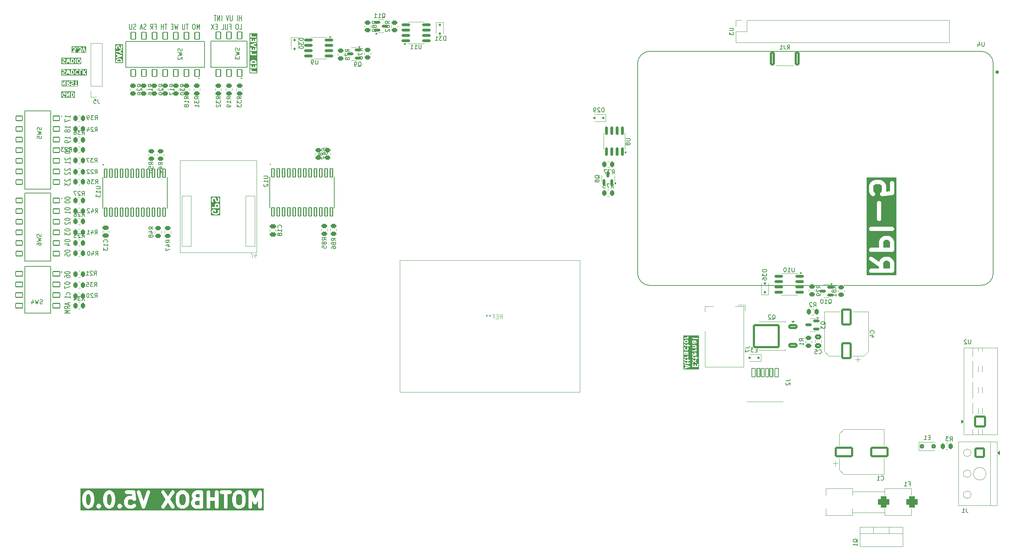
<source format=gbr>
%TF.GenerationSoftware,KiCad,Pcbnew,9.0.2*%
%TF.CreationDate,2025-05-14T09:05:42+08:00*%
%TF.ProjectId,MothBo,4d6f7468-426f-42e6-9b69-6361645f7063,5.0.0*%
%TF.SameCoordinates,Original*%
%TF.FileFunction,Legend,Bot*%
%TF.FilePolarity,Positive*%
%FSLAX46Y46*%
G04 Gerber Fmt 4.6, Leading zero omitted, Abs format (unit mm)*
G04 Created by KiCad (PCBNEW 9.0.2) date 2025-05-14 09:05:42*
%MOMM*%
%LPD*%
G01*
G04 APERTURE LIST*
G04 Aperture macros list*
%AMRoundRect*
0 Rectangle with rounded corners*
0 $1 Rounding radius*
0 $2 $3 $4 $5 $6 $7 $8 $9 X,Y pos of 4 corners*
0 Add a 4 corners polygon primitive as box body*
4,1,4,$2,$3,$4,$5,$6,$7,$8,$9,$2,$3,0*
0 Add four circle primitives for the rounded corners*
1,1,$1+$1,$2,$3*
1,1,$1+$1,$4,$5*
1,1,$1+$1,$6,$7*
1,1,$1+$1,$8,$9*
0 Add four rect primitives between the rounded corners*
20,1,$1+$1,$2,$3,$4,$5,0*
20,1,$1+$1,$4,$5,$6,$7,0*
20,1,$1+$1,$6,$7,$8,$9,0*
20,1,$1+$1,$8,$9,$2,$3,0*%
G04 Aperture macros list end*
%ADD10C,0.250000*%
%ADD11C,0.200000*%
%ADD12C,0.350000*%
%ADD13C,0.875000*%
%ADD14C,0.300000*%
%ADD15C,1.000000*%
%ADD16C,0.150000*%
%ADD17C,0.100000*%
%ADD18C,0.120000*%
%ADD19C,0.127000*%
%ADD20C,0.400000*%
%ADD21RoundRect,0.250000X-1.000000X1.000000X-1.000000X-1.000000X1.000000X-1.000000X1.000000X1.000000X0*%
%ADD22C,2.500000*%
%ADD23C,1.905000*%
%ADD24C,2.857500*%
%ADD25RoundRect,0.250000X-0.300000X-0.300000X0.300000X-0.300000X0.300000X0.300000X-0.300000X0.300000X0*%
%ADD26RoundRect,0.112500X0.112500X-0.187500X0.112500X0.187500X-0.112500X0.187500X-0.112500X-0.187500X0*%
%ADD27RoundRect,0.250000X-0.450000X0.262500X-0.450000X-0.262500X0.450000X-0.262500X0.450000X0.262500X0*%
%ADD28RoundRect,0.249997X2.950003X2.650003X-2.950003X2.650003X-2.950003X-2.650003X2.950003X-2.650003X0*%
%ADD29RoundRect,0.250000X0.850000X0.350000X-0.850000X0.350000X-0.850000X-0.350000X0.850000X-0.350000X0*%
%ADD30RoundRect,0.250000X-0.262500X-0.450000X0.262500X-0.450000X0.262500X0.450000X-0.262500X0.450000X0*%
%ADD31RoundRect,0.150000X0.587500X0.150000X-0.587500X0.150000X-0.587500X-0.150000X0.587500X-0.150000X0*%
%ADD32R,1.700000X1.700000*%
%ADD33C,1.700000*%
%ADD34RoundRect,0.250000X0.450000X-0.262500X0.450000X0.262500X-0.450000X0.262500X-0.450000X-0.262500X0*%
%ADD35RoundRect,0.250000X0.262500X0.450000X-0.262500X0.450000X-0.262500X-0.450000X0.262500X-0.450000X0*%
%ADD36RoundRect,0.250000X0.475000X-0.337500X0.475000X0.337500X-0.475000X0.337500X-0.475000X-0.337500X0*%
%ADD37RoundRect,0.112500X-0.112500X0.187500X-0.112500X-0.187500X0.112500X-0.187500X0.112500X0.187500X0*%
%ADD38RoundRect,0.150000X0.150000X-0.587500X0.150000X0.587500X-0.150000X0.587500X-0.150000X-0.587500X0*%
%ADD39RoundRect,0.112500X0.187500X0.112500X-0.187500X0.112500X-0.187500X-0.112500X0.187500X-0.112500X0*%
%ADD40RoundRect,0.102000X0.550000X-0.850000X0.550000X0.850000X-0.550000X0.850000X-0.550000X-0.850000X0*%
%ADD41RoundRect,0.102000X0.750000X0.550000X-0.750000X0.550000X-0.750000X-0.550000X0.750000X-0.550000X0*%
%ADD42RoundRect,0.250001X1.149999X-1.149999X1.149999X1.149999X-1.149999X1.149999X-1.149999X-1.149999X0*%
%ADD43C,2.800000*%
%ADD44C,6.404000*%
%ADD45RoundRect,0.250000X0.475000X-0.250000X0.475000X0.250000X-0.475000X0.250000X-0.475000X-0.250000X0*%
%ADD46RoundRect,0.150000X0.150000X-0.825000X0.150000X0.825000X-0.150000X0.825000X-0.150000X-0.825000X0*%
%ADD47R,4.600000X2.000000*%
%ADD48O,4.200000X2.000000*%
%ADD49O,2.000000X4.200000*%
%ADD50RoundRect,0.675000X0.675000X0.675000X-0.675000X0.675000X-0.675000X-0.675000X0.675000X-0.675000X0*%
%ADD51C,2.700000*%
%ADD52RoundRect,0.150000X-0.825000X-0.150000X0.825000X-0.150000X0.825000X0.150000X-0.825000X0.150000X0*%
%ADD53RoundRect,0.250000X-1.950000X-1.000000X1.950000X-1.000000X1.950000X1.000000X-1.950000X1.000000X0*%
%ADD54RoundRect,0.250000X0.362500X1.425000X-0.362500X1.425000X-0.362500X-1.425000X0.362500X-1.425000X0*%
%ADD55RoundRect,0.100500X-0.301500X1.031500X-0.301500X-1.031500X0.301500X-1.031500X0.301500X1.031500X0*%
%ADD56R,1.905000X2.000000*%
%ADD57O,1.905000X2.000000*%
%ADD58RoundRect,0.150000X0.825000X0.150000X-0.825000X0.150000X-0.825000X-0.150000X0.825000X-0.150000X0*%
%ADD59RoundRect,0.102000X0.850000X0.550000X-0.850000X0.550000X-0.850000X-0.550000X0.850000X-0.550000X0*%
%ADD60C,0.400000*%
%ADD61RoundRect,0.102000X0.350000X1.000000X-0.350000X1.000000X-0.350000X-1.000000X0.350000X-1.000000X0*%
%ADD62RoundRect,0.102000X0.380000X1.000000X-0.380000X1.000000X-0.380000X-1.000000X0.380000X-1.000000X0*%
%ADD63RoundRect,0.102000X0.400000X1.000000X-0.400000X1.000000X-0.400000X-1.000000X0.400000X-1.000000X0*%
%ADD64O,1.204000X2.204000*%
%ADD65RoundRect,0.150000X-0.587500X-0.150000X0.587500X-0.150000X0.587500X0.150000X-0.587500X0.150000X0*%
%ADD66RoundRect,0.250000X1.000000X-1.750000X1.000000X1.750000X-1.000000X1.750000X-1.000000X-1.750000X0*%
G04 APERTURE END LIST*
D10*
G36*
X-58143527Y23254576D02*
G01*
X-58083499Y23194548D01*
X-58051088Y23129725D01*
X-58010528Y22967488D01*
X-58010528Y22855409D01*
X-58051088Y22693173D01*
X-58083499Y22628350D01*
X-58143527Y22568322D01*
X-58239144Y22536449D01*
X-58331956Y22536449D01*
X-58331956Y23286449D01*
X-58239145Y23286449D01*
X-58143527Y23254576D01*
G37*
G36*
X-56578621Y23261098D02*
G01*
X-56522209Y23204686D01*
X-56486719Y23062726D01*
X-56486719Y22760171D01*
X-56522209Y22618211D01*
X-56578620Y22561800D01*
X-56629322Y22536449D01*
X-56760781Y22536449D01*
X-56811485Y22561801D01*
X-56867895Y22618211D01*
X-56903385Y22760171D01*
X-56903385Y23062726D01*
X-56867895Y23204686D01*
X-56811485Y23261097D01*
X-56760780Y23286449D01*
X-56629323Y23286449D01*
X-56578621Y23261098D01*
G37*
G36*
X-56111719Y22161449D02*
G01*
X-60849813Y22161449D01*
X-60849813Y22697163D01*
X-60724813Y22697163D01*
X-60724813Y22601925D01*
X-60722411Y22577539D01*
X-60720693Y22573391D01*
X-60720374Y22568909D01*
X-60711616Y22546023D01*
X-60663998Y22450786D01*
X-60657389Y22440288D01*
X-60656127Y22437241D01*
X-60653312Y22433810D01*
X-60650943Y22430048D01*
X-60648449Y22427885D01*
X-60640582Y22418299D01*
X-60592964Y22370680D01*
X-60583376Y22362811D01*
X-60581214Y22360319D01*
X-60577457Y22357954D01*
X-60574022Y22355135D01*
X-60570972Y22353872D01*
X-60560477Y22347265D01*
X-60465239Y22299646D01*
X-60442353Y22290888D01*
X-60437873Y22290570D01*
X-60433723Y22288851D01*
X-60409337Y22286449D01*
X-60171242Y22286449D01*
X-60158899Y22287665D01*
X-60155608Y22287431D01*
X-60151279Y22288416D01*
X-60146856Y22288851D01*
X-60143805Y22290115D01*
X-60131714Y22292864D01*
X-59988857Y22340482D01*
X-59966482Y22350473D01*
X-59929636Y22382428D01*
X-59912789Y22416122D01*
X-59819963Y22416122D01*
X-59812244Y22367965D01*
X-59786682Y22326426D01*
X-59747170Y22297833D01*
X-59699724Y22286537D01*
X-59651567Y22294256D01*
X-59610028Y22319818D01*
X-59581435Y22359330D01*
X-59573450Y22382496D01*
X-59450095Y22900590D01*
X-59387259Y22664955D01*
X-59385118Y22659244D01*
X-59384798Y22656842D01*
X-59383148Y22653992D01*
X-59378655Y22642011D01*
X-59368627Y22628910D01*
X-59360361Y22614632D01*
X-59353933Y22609712D01*
X-59349011Y22603282D01*
X-59334730Y22595014D01*
X-59321631Y22584988D01*
X-59313812Y22582903D01*
X-59306801Y22578844D01*
X-59290442Y22576671D01*
X-59274506Y22572421D01*
X-59266481Y22573488D01*
X-59258454Y22572421D01*
X-59242513Y22576673D01*
X-59226159Y22578845D01*
X-59219153Y22582902D01*
X-59211328Y22584988D01*
X-59198227Y22595017D01*
X-59183949Y22603282D01*
X-59179029Y22609711D01*
X-59172599Y22614632D01*
X-59164331Y22628914D01*
X-59154305Y22642012D01*
X-59149814Y22653988D01*
X-59148162Y22656841D01*
X-59147843Y22659245D01*
X-59145701Y22664955D01*
X-59082866Y22900591D01*
X-58959509Y22382496D01*
X-58951524Y22359330D01*
X-58922930Y22319818D01*
X-58881392Y22294256D01*
X-58833235Y22286537D01*
X-58785789Y22297833D01*
X-58746277Y22326427D01*
X-58720715Y22367965D01*
X-58712996Y22416123D01*
X-58716307Y22440402D01*
X-58947509Y23411449D01*
X-58581956Y23411449D01*
X-58581956Y22411449D01*
X-58579554Y22387063D01*
X-58560890Y22342003D01*
X-58526402Y22307515D01*
X-58481342Y22288851D01*
X-58456956Y22286449D01*
X-58218861Y22286449D01*
X-58206518Y22287665D01*
X-58203227Y22287431D01*
X-58198898Y22288416D01*
X-58194475Y22288851D01*
X-58191424Y22290115D01*
X-58179333Y22292864D01*
X-58036476Y22340482D01*
X-58014101Y22350473D01*
X-58010708Y22353417D01*
X-58006558Y22355135D01*
X-57987616Y22370680D01*
X-57892378Y22465918D01*
X-57884512Y22475504D01*
X-57882017Y22477667D01*
X-57879650Y22481429D01*
X-57876833Y22484860D01*
X-57875571Y22487908D01*
X-57868963Y22498404D01*
X-57821344Y22593642D01*
X-57820661Y22595428D01*
X-57820124Y22596152D01*
X-57816469Y22606382D01*
X-57812586Y22616528D01*
X-57812523Y22617428D01*
X-57811879Y22619227D01*
X-57764260Y22809703D01*
X-57763635Y22813933D01*
X-57762930Y22815634D01*
X-57762026Y22824814D01*
X-57760676Y22833943D01*
X-57760948Y22835766D01*
X-57760528Y22840020D01*
X-57760528Y22982877D01*
X-57760948Y22987132D01*
X-57760676Y22988954D01*
X-57762026Y22998084D01*
X-57762930Y23007263D01*
X-57763635Y23008965D01*
X-57764260Y23013194D01*
X-57811879Y23203670D01*
X-57812523Y23205470D01*
X-57812586Y23206369D01*
X-57816469Y23216516D01*
X-57820124Y23226745D01*
X-57820661Y23227470D01*
X-57821344Y23229255D01*
X-57868963Y23324493D01*
X-57875571Y23334990D01*
X-57876833Y23338037D01*
X-57879650Y23341469D01*
X-57882017Y23345230D01*
X-57884512Y23347394D01*
X-57892378Y23356979D01*
X-57946848Y23411449D01*
X-57581956Y23411449D01*
X-57581956Y22411449D01*
X-57579554Y22387063D01*
X-57560890Y22342003D01*
X-57526402Y22307515D01*
X-57481342Y22288851D01*
X-57432570Y22288851D01*
X-57387510Y22307515D01*
X-57353022Y22342003D01*
X-57334358Y22387063D01*
X-57331956Y22411449D01*
X-57331956Y23078115D01*
X-57153385Y23078115D01*
X-57153385Y22744782D01*
X-57152966Y22740528D01*
X-57153237Y22738706D01*
X-57151888Y22729578D01*
X-57150983Y22720396D01*
X-57150279Y22718695D01*
X-57149653Y22714465D01*
X-57102034Y22523989D01*
X-57093789Y22500914D01*
X-57088256Y22493446D01*
X-57084699Y22484860D01*
X-57069154Y22465918D01*
X-56973916Y22370680D01*
X-56964331Y22362814D01*
X-56962167Y22360319D01*
X-56958406Y22357952D01*
X-56954974Y22355135D01*
X-56951927Y22353873D01*
X-56941430Y22347265D01*
X-56846192Y22299646D01*
X-56823306Y22290888D01*
X-56818826Y22290570D01*
X-56814676Y22288851D01*
X-56790290Y22286449D01*
X-56599814Y22286449D01*
X-56575428Y22288851D01*
X-56571280Y22290570D01*
X-56566798Y22290888D01*
X-56543912Y22299646D01*
X-56448675Y22347264D01*
X-56438177Y22353874D01*
X-56435130Y22355135D01*
X-56431699Y22357951D01*
X-56427937Y22360319D01*
X-56425774Y22362814D01*
X-56416188Y22370680D01*
X-56320950Y22465918D01*
X-56305405Y22484860D01*
X-56301849Y22493446D01*
X-56296315Y22500914D01*
X-56288070Y22523989D01*
X-56240451Y22714465D01*
X-56239826Y22718695D01*
X-56239121Y22720396D01*
X-56238217Y22729576D01*
X-56236867Y22738705D01*
X-56237139Y22740528D01*
X-56236719Y22744782D01*
X-56236719Y23078115D01*
X-56237139Y23082370D01*
X-56236867Y23084192D01*
X-56238217Y23093322D01*
X-56239121Y23102501D01*
X-56239826Y23104203D01*
X-56240451Y23108432D01*
X-56288070Y23298908D01*
X-56296315Y23321983D01*
X-56301849Y23329452D01*
X-56305405Y23338037D01*
X-56320950Y23356979D01*
X-56416188Y23452217D01*
X-56425773Y23460083D01*
X-56427936Y23462577D01*
X-56431698Y23464945D01*
X-56435130Y23467762D01*
X-56438177Y23469025D01*
X-56448673Y23475632D01*
X-56543911Y23523252D01*
X-56566797Y23532009D01*
X-56571277Y23532328D01*
X-56575428Y23534047D01*
X-56599814Y23536449D01*
X-56790290Y23536449D01*
X-56814676Y23534047D01*
X-56818825Y23532329D01*
X-56823307Y23532010D01*
X-56846192Y23523252D01*
X-56941431Y23475632D01*
X-56951930Y23469024D01*
X-56954974Y23467762D01*
X-56958403Y23464949D01*
X-56962168Y23462578D01*
X-56964334Y23460081D01*
X-56973916Y23452217D01*
X-57069154Y23356979D01*
X-57084699Y23338037D01*
X-57088256Y23329452D01*
X-57093789Y23321983D01*
X-57102034Y23298908D01*
X-57149653Y23108432D01*
X-57150279Y23104203D01*
X-57150983Y23102501D01*
X-57151888Y23093320D01*
X-57153237Y23084191D01*
X-57152966Y23082370D01*
X-57153385Y23078115D01*
X-57331956Y23078115D01*
X-57331956Y23411449D01*
X-57334358Y23435835D01*
X-57353022Y23480895D01*
X-57387510Y23515383D01*
X-57432570Y23534047D01*
X-57481342Y23534047D01*
X-57526402Y23515383D01*
X-57560890Y23480895D01*
X-57579554Y23435835D01*
X-57581956Y23411449D01*
X-57946848Y23411449D01*
X-57987616Y23452217D01*
X-58006558Y23467762D01*
X-58010706Y23469481D01*
X-58014100Y23472424D01*
X-58036475Y23482414D01*
X-58179332Y23530034D01*
X-58191426Y23532784D01*
X-58194475Y23534047D01*
X-58198897Y23534483D01*
X-58203226Y23535467D01*
X-58206518Y23535234D01*
X-58218861Y23536449D01*
X-58456956Y23536449D01*
X-58481342Y23534047D01*
X-58526402Y23515383D01*
X-58560890Y23480895D01*
X-58579554Y23435835D01*
X-58581956Y23411449D01*
X-58947509Y23411449D01*
X-58954403Y23440402D01*
X-58957288Y23448770D01*
X-58957686Y23451771D01*
X-58959258Y23454485D01*
X-58962388Y23463568D01*
X-58973029Y23478271D01*
X-58982123Y23493980D01*
X-58987220Y23497882D01*
X-58990982Y23503080D01*
X-59006440Y23512593D01*
X-59020852Y23523624D01*
X-59027053Y23525278D01*
X-59032520Y23528642D01*
X-59050442Y23531515D01*
X-59067978Y23536191D01*
X-59074342Y23535346D01*
X-59080677Y23536361D01*
X-59098326Y23532160D01*
X-59116325Y23529768D01*
X-59121882Y23526551D01*
X-59128123Y23525065D01*
X-59142825Y23514426D01*
X-59158535Y23505330D01*
X-59162437Y23500234D01*
X-59167635Y23496471D01*
X-59177148Y23481014D01*
X-59188179Y23466601D01*
X-59191553Y23457606D01*
X-59193197Y23454933D01*
X-59193677Y23451941D01*
X-59196783Y23443657D01*
X-59266481Y23182293D01*
X-59336177Y23443657D01*
X-59339284Y23451940D01*
X-59339763Y23454933D01*
X-59341409Y23457607D01*
X-59344781Y23466600D01*
X-59355809Y23481008D01*
X-59365325Y23496472D01*
X-59370526Y23500236D01*
X-59374425Y23505330D01*
X-59390131Y23514423D01*
X-59404837Y23525065D01*
X-59411082Y23526552D01*
X-59416635Y23529767D01*
X-59434629Y23532158D01*
X-59452283Y23536361D01*
X-59458619Y23535346D01*
X-59464982Y23536191D01*
X-59482518Y23531515D01*
X-59500440Y23528642D01*
X-59505909Y23525278D01*
X-59512107Y23523624D01*
X-59526515Y23512597D01*
X-59541979Y23503080D01*
X-59545743Y23497880D01*
X-59550837Y23493980D01*
X-59559930Y23478275D01*
X-59570572Y23463568D01*
X-59573704Y23454483D01*
X-59575274Y23451770D01*
X-59575673Y23448771D01*
X-59578557Y23440402D01*
X-59816652Y22440402D01*
X-59819963Y22416122D01*
X-59912789Y22416122D01*
X-59907824Y22426052D01*
X-59904367Y22474702D01*
X-59919790Y22520971D01*
X-59951746Y22557817D01*
X-59995370Y22579629D01*
X-60044020Y22583086D01*
X-60067914Y22577653D01*
X-60191525Y22536449D01*
X-60379828Y22536449D01*
X-60430530Y22561800D01*
X-60449463Y22580732D01*
X-60474813Y22631433D01*
X-60474813Y22667655D01*
X-60449463Y22718357D01*
X-60430530Y22737289D01*
X-60365709Y22769699D01*
X-60188544Y22813990D01*
X-60186745Y22814634D01*
X-60185845Y22814697D01*
X-60175699Y22818580D01*
X-60165469Y22822235D01*
X-60164745Y22822772D01*
X-60162959Y22823455D01*
X-60067722Y22871073D01*
X-60057224Y22877683D01*
X-60054177Y22878944D01*
X-60050746Y22881760D01*
X-60046984Y22884128D01*
X-60044821Y22886623D01*
X-60035235Y22894489D01*
X-59987616Y22942107D01*
X-59979747Y22951696D01*
X-59977255Y22953857D01*
X-59974890Y22957615D01*
X-59972071Y22961049D01*
X-59970808Y22964100D01*
X-59964201Y22974594D01*
X-59916582Y23069832D01*
X-59907824Y23092718D01*
X-59907506Y23097199D01*
X-59905787Y23101348D01*
X-59903385Y23125734D01*
X-59903385Y23220972D01*
X-59905787Y23245358D01*
X-59907506Y23249508D01*
X-59907824Y23253988D01*
X-59916582Y23276874D01*
X-59964201Y23372112D01*
X-59970808Y23382607D01*
X-59972071Y23385657D01*
X-59974890Y23389092D01*
X-59977255Y23392849D01*
X-59979747Y23395011D01*
X-59987616Y23404599D01*
X-60035235Y23452217D01*
X-60044820Y23460083D01*
X-60046983Y23462577D01*
X-60050745Y23464945D01*
X-60054177Y23467762D01*
X-60057224Y23469025D01*
X-60067720Y23475632D01*
X-60162958Y23523252D01*
X-60185844Y23532009D01*
X-60190324Y23532328D01*
X-60194475Y23534047D01*
X-60218861Y23536449D01*
X-60456956Y23536449D01*
X-60469300Y23535234D01*
X-60472591Y23535467D01*
X-60476921Y23534483D01*
X-60481342Y23534047D01*
X-60484392Y23532784D01*
X-60496485Y23530034D01*
X-60639342Y23482414D01*
X-60661717Y23472424D01*
X-60698563Y23440468D01*
X-60720374Y23396844D01*
X-60723831Y23348194D01*
X-60708408Y23301925D01*
X-60676452Y23265079D01*
X-60632828Y23243268D01*
X-60584178Y23239811D01*
X-60560284Y23245244D01*
X-60436672Y23286449D01*
X-60248370Y23286449D01*
X-60197668Y23261098D01*
X-60178736Y23242165D01*
X-60153385Y23191464D01*
X-60153385Y23155243D01*
X-60178736Y23104542D01*
X-60197668Y23085609D01*
X-60262488Y23053199D01*
X-60439654Y23008907D01*
X-60441454Y23008264D01*
X-60442353Y23008200D01*
X-60452500Y23004318D01*
X-60462729Y23000662D01*
X-60463454Y23000126D01*
X-60465239Y22999442D01*
X-60560477Y22951823D01*
X-60570972Y22945217D01*
X-60574022Y22943953D01*
X-60577457Y22941135D01*
X-60581214Y22938769D01*
X-60583376Y22936278D01*
X-60592964Y22928408D01*
X-60640582Y22880789D01*
X-60648449Y22871204D01*
X-60650943Y22869040D01*
X-60653312Y22865279D01*
X-60656127Y22861847D01*
X-60657389Y22858801D01*
X-60663998Y22848302D01*
X-60711616Y22753065D01*
X-60720374Y22730179D01*
X-60720693Y22725698D01*
X-60722411Y22721549D01*
X-60724813Y22697163D01*
X-60849813Y22697163D01*
X-60849813Y23661449D01*
X-56111719Y23661449D01*
X-56111719Y22161449D01*
G37*
G36*
X-58191146Y15192076D02*
G01*
X-58131118Y15132048D01*
X-58098707Y15067225D01*
X-58058147Y14904988D01*
X-58058147Y14792909D01*
X-58098707Y14630673D01*
X-58131118Y14565850D01*
X-58191146Y14505822D01*
X-58286763Y14473949D01*
X-58379575Y14473949D01*
X-58379575Y15223949D01*
X-58286764Y15223949D01*
X-58191146Y15192076D01*
G37*
G36*
X-57683147Y14098949D02*
G01*
X-60849813Y14098949D01*
X-60849813Y14920377D01*
X-60724813Y14920377D01*
X-60724813Y14777520D01*
X-60724394Y14773266D01*
X-60724665Y14771444D01*
X-60723316Y14762316D01*
X-60722411Y14753134D01*
X-60721707Y14751433D01*
X-60721081Y14747203D01*
X-60673462Y14556727D01*
X-60672819Y14554928D01*
X-60672755Y14554028D01*
X-60668873Y14543882D01*
X-60665217Y14533652D01*
X-60664681Y14532928D01*
X-60663997Y14531142D01*
X-60616379Y14435905D01*
X-60609770Y14425407D01*
X-60608508Y14422360D01*
X-60605693Y14418929D01*
X-60603324Y14415167D01*
X-60600830Y14413004D01*
X-60592963Y14403418D01*
X-60497725Y14308180D01*
X-60478783Y14292635D01*
X-60474634Y14290917D01*
X-60471240Y14287973D01*
X-60448865Y14277983D01*
X-60306009Y14230364D01*
X-60293916Y14227615D01*
X-60290866Y14226351D01*
X-60286445Y14225916D01*
X-60282115Y14224931D01*
X-60278824Y14225165D01*
X-60266480Y14223949D01*
X-60123623Y14223949D01*
X-60099237Y14226351D01*
X-60095089Y14228070D01*
X-60090607Y14228388D01*
X-60067721Y14237146D01*
X-59972484Y14284764D01*
X-59951746Y14297819D01*
X-59919790Y14334664D01*
X-59904367Y14380934D01*
X-59907825Y14429584D01*
X-59929636Y14473207D01*
X-59966481Y14505163D01*
X-60012752Y14520586D01*
X-60061401Y14517129D01*
X-60084287Y14508371D01*
X-60153131Y14473949D01*
X-60246194Y14473949D01*
X-60341815Y14505822D01*
X-60401843Y14565850D01*
X-60434254Y14630671D01*
X-60474813Y14792909D01*
X-60474813Y14904988D01*
X-60434254Y15067226D01*
X-60401843Y15132047D01*
X-60341815Y15192076D01*
X-60246196Y15223949D01*
X-60191526Y15223949D01*
X-60105766Y15195362D01*
X-60105766Y15045377D01*
X-60171242Y15045377D01*
X-60195628Y15042975D01*
X-60240688Y15024311D01*
X-60275176Y14989823D01*
X-60293840Y14944763D01*
X-60293840Y14895991D01*
X-60275176Y14850931D01*
X-60240688Y14816443D01*
X-60195628Y14797779D01*
X-60171242Y14795377D01*
X-59980766Y14795377D01*
X-59956380Y14797779D01*
X-59911320Y14816443D01*
X-59876832Y14850931D01*
X-59858168Y14895991D01*
X-59855766Y14920377D01*
X-59855766Y15253710D01*
X-59858168Y15278096D01*
X-59858751Y15279503D01*
X-59865900Y15296761D01*
X-59876832Y15323156D01*
X-59876833Y15323157D01*
X-59892378Y15342099D01*
X-59899228Y15348949D01*
X-59677194Y15348949D01*
X-59677194Y14348949D01*
X-59676577Y14342679D01*
X-59676889Y14340219D01*
X-59676021Y14337035D01*
X-59674792Y14324563D01*
X-59668431Y14309206D01*
X-59664056Y14293164D01*
X-59659177Y14286864D01*
X-59656128Y14279503D01*
X-59644373Y14267748D01*
X-59634193Y14254603D01*
X-59627275Y14250650D01*
X-59621640Y14245015D01*
X-59606282Y14238654D01*
X-59591847Y14230405D01*
X-59583941Y14229400D01*
X-59576580Y14226351D01*
X-59559959Y14226351D01*
X-59543464Y14224254D01*
X-59535775Y14226351D01*
X-59527808Y14226351D01*
X-59512451Y14232713D01*
X-59496409Y14237087D01*
X-59490109Y14241967D01*
X-59482748Y14245015D01*
X-59470993Y14256771D01*
X-59457848Y14266950D01*
X-59450595Y14277169D01*
X-59448260Y14279503D01*
X-59447311Y14281795D01*
X-59443664Y14286932D01*
X-59105766Y14878254D01*
X-59105766Y14348949D01*
X-59103364Y14324563D01*
X-59084700Y14279503D01*
X-59050212Y14245015D01*
X-59005152Y14226351D01*
X-58956380Y14226351D01*
X-58911320Y14245015D01*
X-58876832Y14279503D01*
X-58858168Y14324563D01*
X-58855766Y14348949D01*
X-58855766Y15348949D01*
X-58629575Y15348949D01*
X-58629575Y14348949D01*
X-58627173Y14324563D01*
X-58608509Y14279503D01*
X-58574021Y14245015D01*
X-58528961Y14226351D01*
X-58504575Y14223949D01*
X-58266480Y14223949D01*
X-58254137Y14225165D01*
X-58250846Y14224931D01*
X-58246517Y14225916D01*
X-58242094Y14226351D01*
X-58239043Y14227615D01*
X-58226952Y14230364D01*
X-58084095Y14277982D01*
X-58061720Y14287973D01*
X-58058327Y14290917D01*
X-58054177Y14292635D01*
X-58035235Y14308180D01*
X-57939997Y14403418D01*
X-57932131Y14413004D01*
X-57929636Y14415167D01*
X-57927269Y14418929D01*
X-57924452Y14422360D01*
X-57923190Y14425408D01*
X-57916582Y14435904D01*
X-57868963Y14531142D01*
X-57868280Y14532928D01*
X-57867743Y14533652D01*
X-57864088Y14543882D01*
X-57860205Y14554028D01*
X-57860142Y14554928D01*
X-57859498Y14556727D01*
X-57811879Y14747203D01*
X-57811254Y14751433D01*
X-57810549Y14753134D01*
X-57809645Y14762314D01*
X-57808295Y14771443D01*
X-57808567Y14773266D01*
X-57808147Y14777520D01*
X-57808147Y14920377D01*
X-57808567Y14924632D01*
X-57808295Y14926454D01*
X-57809645Y14935584D01*
X-57810549Y14944763D01*
X-57811254Y14946465D01*
X-57811879Y14950694D01*
X-57859498Y15141170D01*
X-57860142Y15142970D01*
X-57860205Y15143869D01*
X-57864088Y15154016D01*
X-57867743Y15164245D01*
X-57868280Y15164970D01*
X-57868963Y15166755D01*
X-57916582Y15261993D01*
X-57923190Y15272490D01*
X-57924452Y15275537D01*
X-57927269Y15278969D01*
X-57929636Y15282730D01*
X-57932131Y15284894D01*
X-57939997Y15294479D01*
X-58035235Y15389717D01*
X-58054177Y15405262D01*
X-58058325Y15406981D01*
X-58061719Y15409924D01*
X-58084094Y15419914D01*
X-58226951Y15467534D01*
X-58239045Y15470284D01*
X-58242094Y15471547D01*
X-58246516Y15471983D01*
X-58250845Y15472967D01*
X-58254137Y15472734D01*
X-58266480Y15473949D01*
X-58504575Y15473949D01*
X-58528961Y15471547D01*
X-58574021Y15452883D01*
X-58608509Y15418395D01*
X-58627173Y15373335D01*
X-58629575Y15348949D01*
X-58855766Y15348949D01*
X-58856384Y15355221D01*
X-58856071Y15357680D01*
X-58856940Y15360866D01*
X-58858168Y15373335D01*
X-58864529Y15388692D01*
X-58868904Y15404734D01*
X-58873784Y15411035D01*
X-58876832Y15418395D01*
X-58888588Y15430151D01*
X-58898767Y15443295D01*
X-58905686Y15447249D01*
X-58911320Y15452883D01*
X-58926679Y15459245D01*
X-58941113Y15467493D01*
X-58949020Y15468499D01*
X-58956380Y15471547D01*
X-58973001Y15471547D01*
X-58989496Y15473644D01*
X-58997185Y15471547D01*
X-59005152Y15471547D01*
X-59020510Y15465186D01*
X-59036551Y15460811D01*
X-59042852Y15455932D01*
X-59050212Y15452883D01*
X-59061968Y15441128D01*
X-59075112Y15430948D01*
X-59082366Y15420730D01*
X-59084700Y15418395D01*
X-59085650Y15416104D01*
X-59089296Y15410966D01*
X-59427194Y14819644D01*
X-59427194Y15348949D01*
X-59429596Y15373335D01*
X-59448260Y15418395D01*
X-59482748Y15452883D01*
X-59527808Y15471547D01*
X-59576580Y15471547D01*
X-59621640Y15452883D01*
X-59656128Y15418395D01*
X-59674792Y15373335D01*
X-59677194Y15348949D01*
X-59899228Y15348949D01*
X-59939997Y15389717D01*
X-59958939Y15405262D01*
X-59963087Y15406981D01*
X-59966481Y15409924D01*
X-59988856Y15419914D01*
X-60131713Y15467534D01*
X-60143807Y15470284D01*
X-60146856Y15471547D01*
X-60151278Y15471983D01*
X-60155607Y15472967D01*
X-60158899Y15472734D01*
X-60171242Y15473949D01*
X-60266480Y15473949D01*
X-60278824Y15472734D01*
X-60282115Y15472967D01*
X-60286445Y15471983D01*
X-60290866Y15471547D01*
X-60293916Y15470284D01*
X-60306009Y15467534D01*
X-60448866Y15419914D01*
X-60471241Y15409924D01*
X-60474636Y15406981D01*
X-60478783Y15405262D01*
X-60497725Y15389717D01*
X-60592963Y15294479D01*
X-60600830Y15284894D01*
X-60603324Y15282730D01*
X-60605693Y15278969D01*
X-60608508Y15275537D01*
X-60609770Y15272491D01*
X-60616379Y15261992D01*
X-60663997Y15166755D01*
X-60664681Y15164970D01*
X-60665217Y15164245D01*
X-60668873Y15154016D01*
X-60672755Y15143869D01*
X-60672819Y15142970D01*
X-60673462Y15141170D01*
X-60721081Y14950694D01*
X-60721707Y14946465D01*
X-60722411Y14944763D01*
X-60723316Y14935582D01*
X-60724665Y14926453D01*
X-60724394Y14924632D01*
X-60724813Y14920377D01*
X-60849813Y14920377D01*
X-60849813Y15598949D01*
X-57683147Y15598949D01*
X-57683147Y14098949D01*
G37*
D11*
X-58769496Y9338942D02*
X-58769496Y9881799D01*
X-58769496Y9610371D02*
X-60069496Y9610371D01*
X-60069496Y9610371D02*
X-59883781Y9700847D01*
X-59883781Y9700847D02*
X-59759972Y9791323D01*
X-59759972Y9791323D02*
X-59698067Y9881799D01*
X-60069496Y9022275D02*
X-60069496Y8388942D01*
X-60069496Y8388942D02*
X-58769496Y8796085D01*
X-58769496Y6805608D02*
X-58769496Y7348465D01*
X-58769496Y7077037D02*
X-60069496Y7077037D01*
X-60069496Y7077037D02*
X-59883781Y7167513D01*
X-59883781Y7167513D02*
X-59759972Y7257989D01*
X-59759972Y7257989D02*
X-59698067Y7348465D01*
X-59512353Y6262751D02*
X-59574258Y6353227D01*
X-59574258Y6353227D02*
X-59636162Y6398465D01*
X-59636162Y6398465D02*
X-59759972Y6443703D01*
X-59759972Y6443703D02*
X-59821877Y6443703D01*
X-59821877Y6443703D02*
X-59945686Y6398465D01*
X-59945686Y6398465D02*
X-60007591Y6353227D01*
X-60007591Y6353227D02*
X-60069496Y6262751D01*
X-60069496Y6262751D02*
X-60069496Y6081798D01*
X-60069496Y6081798D02*
X-60007591Y5991322D01*
X-60007591Y5991322D02*
X-59945686Y5946084D01*
X-59945686Y5946084D02*
X-59821877Y5900846D01*
X-59821877Y5900846D02*
X-59759972Y5900846D01*
X-59759972Y5900846D02*
X-59636162Y5946084D01*
X-59636162Y5946084D02*
X-59574258Y5991322D01*
X-59574258Y5991322D02*
X-59512353Y6081798D01*
X-59512353Y6081798D02*
X-59512353Y6262751D01*
X-59512353Y6262751D02*
X-59450448Y6353227D01*
X-59450448Y6353227D02*
X-59388543Y6398465D01*
X-59388543Y6398465D02*
X-59264734Y6443703D01*
X-59264734Y6443703D02*
X-59017115Y6443703D01*
X-59017115Y6443703D02*
X-58893305Y6398465D01*
X-58893305Y6398465D02*
X-58831400Y6353227D01*
X-58831400Y6353227D02*
X-58769496Y6262751D01*
X-58769496Y6262751D02*
X-58769496Y6081798D01*
X-58769496Y6081798D02*
X-58831400Y5991322D01*
X-58831400Y5991322D02*
X-58893305Y5946084D01*
X-58893305Y5946084D02*
X-59017115Y5900846D01*
X-59017115Y5900846D02*
X-59264734Y5900846D01*
X-59264734Y5900846D02*
X-59388543Y5946084D01*
X-59388543Y5946084D02*
X-59450448Y5991322D01*
X-59450448Y5991322D02*
X-59512353Y6081798D01*
X-58769496Y4272274D02*
X-58769496Y4815131D01*
X-58769496Y4543703D02*
X-60069496Y4543703D01*
X-60069496Y4543703D02*
X-59883781Y4634179D01*
X-59883781Y4634179D02*
X-59759972Y4724655D01*
X-59759972Y4724655D02*
X-59698067Y4815131D01*
X-58769496Y3819893D02*
X-58769496Y3638941D01*
X-58769496Y3638941D02*
X-58831400Y3548464D01*
X-58831400Y3548464D02*
X-58893305Y3503226D01*
X-58893305Y3503226D02*
X-59079020Y3412750D01*
X-59079020Y3412750D02*
X-59326639Y3367512D01*
X-59326639Y3367512D02*
X-59821877Y3367512D01*
X-59821877Y3367512D02*
X-59945686Y3412750D01*
X-59945686Y3412750D02*
X-60007591Y3457988D01*
X-60007591Y3457988D02*
X-60069496Y3548464D01*
X-60069496Y3548464D02*
X-60069496Y3729417D01*
X-60069496Y3729417D02*
X-60007591Y3819893D01*
X-60007591Y3819893D02*
X-59945686Y3865131D01*
X-59945686Y3865131D02*
X-59821877Y3910369D01*
X-59821877Y3910369D02*
X-59512353Y3910369D01*
X-59512353Y3910369D02*
X-59388543Y3865131D01*
X-59388543Y3865131D02*
X-59326639Y3819893D01*
X-59326639Y3819893D02*
X-59264734Y3729417D01*
X-59264734Y3729417D02*
X-59264734Y3548464D01*
X-59264734Y3548464D02*
X-59326639Y3457988D01*
X-59326639Y3457988D02*
X-59388543Y3412750D01*
X-59388543Y3412750D02*
X-59512353Y3367512D01*
X-59945686Y2281797D02*
X-60007591Y2236559D01*
X-60007591Y2236559D02*
X-60069496Y2146083D01*
X-60069496Y2146083D02*
X-60069496Y1919892D01*
X-60069496Y1919892D02*
X-60007591Y1829416D01*
X-60007591Y1829416D02*
X-59945686Y1784178D01*
X-59945686Y1784178D02*
X-59821877Y1738940D01*
X-59821877Y1738940D02*
X-59698067Y1738940D01*
X-59698067Y1738940D02*
X-59512353Y1784178D01*
X-59512353Y1784178D02*
X-58769496Y2327035D01*
X-58769496Y2327035D02*
X-58769496Y1738940D01*
X-60069496Y1150845D02*
X-60069496Y1060368D01*
X-60069496Y1060368D02*
X-60007591Y969892D01*
X-60007591Y969892D02*
X-59945686Y924654D01*
X-59945686Y924654D02*
X-59821877Y879416D01*
X-59821877Y879416D02*
X-59574258Y834178D01*
X-59574258Y834178D02*
X-59264734Y834178D01*
X-59264734Y834178D02*
X-59017115Y879416D01*
X-59017115Y879416D02*
X-58893305Y924654D01*
X-58893305Y924654D02*
X-58831400Y969892D01*
X-58831400Y969892D02*
X-58769496Y1060368D01*
X-58769496Y1060368D02*
X-58769496Y1150845D01*
X-58769496Y1150845D02*
X-58831400Y1241321D01*
X-58831400Y1241321D02*
X-58893305Y1286559D01*
X-58893305Y1286559D02*
X-59017115Y1331797D01*
X-59017115Y1331797D02*
X-59264734Y1377035D01*
X-59264734Y1377035D02*
X-59574258Y1377035D01*
X-59574258Y1377035D02*
X-59821877Y1331797D01*
X-59821877Y1331797D02*
X-59945686Y1286559D01*
X-59945686Y1286559D02*
X-60007591Y1241321D01*
X-60007591Y1241321D02*
X-60069496Y1150845D01*
X-59945686Y-251537D02*
X-60007591Y-296775D01*
X-60007591Y-296775D02*
X-60069496Y-387251D01*
X-60069496Y-387251D02*
X-60069496Y-613442D01*
X-60069496Y-613442D02*
X-60007591Y-703918D01*
X-60007591Y-703918D02*
X-59945686Y-749156D01*
X-59945686Y-749156D02*
X-59821877Y-794394D01*
X-59821877Y-794394D02*
X-59698067Y-794394D01*
X-59698067Y-794394D02*
X-59512353Y-749156D01*
X-59512353Y-749156D02*
X-58769496Y-206299D01*
X-58769496Y-206299D02*
X-58769496Y-794394D01*
X-58769496Y-1699156D02*
X-58769496Y-1156299D01*
X-58769496Y-1427727D02*
X-60069496Y-1427727D01*
X-60069496Y-1427727D02*
X-59883781Y-1337251D01*
X-59883781Y-1337251D02*
X-59759972Y-1246775D01*
X-59759972Y-1246775D02*
X-59698067Y-1156299D01*
X-59945686Y-2784871D02*
X-60007591Y-2830109D01*
X-60007591Y-2830109D02*
X-60069496Y-2920585D01*
X-60069496Y-2920585D02*
X-60069496Y-3146776D01*
X-60069496Y-3146776D02*
X-60007591Y-3237252D01*
X-60007591Y-3237252D02*
X-59945686Y-3282490D01*
X-59945686Y-3282490D02*
X-59821877Y-3327728D01*
X-59821877Y-3327728D02*
X-59698067Y-3327728D01*
X-59698067Y-3327728D02*
X-59512353Y-3282490D01*
X-59512353Y-3282490D02*
X-58769496Y-2739633D01*
X-58769496Y-2739633D02*
X-58769496Y-3327728D01*
X-59945686Y-3689633D02*
X-60007591Y-3734871D01*
X-60007591Y-3734871D02*
X-60069496Y-3825347D01*
X-60069496Y-3825347D02*
X-60069496Y-4051538D01*
X-60069496Y-4051538D02*
X-60007591Y-4142014D01*
X-60007591Y-4142014D02*
X-59945686Y-4187252D01*
X-59945686Y-4187252D02*
X-59821877Y-4232490D01*
X-59821877Y-4232490D02*
X-59698067Y-4232490D01*
X-59698067Y-4232490D02*
X-59512353Y-4187252D01*
X-59512353Y-4187252D02*
X-58769496Y-3644395D01*
X-58769496Y-3644395D02*
X-58769496Y-4232490D01*
X-59945686Y-5318205D02*
X-60007591Y-5363443D01*
X-60007591Y-5363443D02*
X-60069496Y-5453919D01*
X-60069496Y-5453919D02*
X-60069496Y-5680110D01*
X-60069496Y-5680110D02*
X-60007591Y-5770586D01*
X-60007591Y-5770586D02*
X-59945686Y-5815824D01*
X-59945686Y-5815824D02*
X-59821877Y-5861062D01*
X-59821877Y-5861062D02*
X-59698067Y-5861062D01*
X-59698067Y-5861062D02*
X-59512353Y-5815824D01*
X-59512353Y-5815824D02*
X-58769496Y-5272967D01*
X-58769496Y-5272967D02*
X-58769496Y-5861062D01*
X-60069496Y-6177729D02*
X-60069496Y-6765824D01*
X-60069496Y-6765824D02*
X-59574258Y-6449157D01*
X-59574258Y-6449157D02*
X-59574258Y-6584872D01*
X-59574258Y-6584872D02*
X-59512353Y-6675348D01*
X-59512353Y-6675348D02*
X-59450448Y-6720586D01*
X-59450448Y-6720586D02*
X-59326639Y-6765824D01*
X-59326639Y-6765824D02*
X-59017115Y-6765824D01*
X-59017115Y-6765824D02*
X-58893305Y-6720586D01*
X-58893305Y-6720586D02*
X-58831400Y-6675348D01*
X-58831400Y-6675348D02*
X-58769496Y-6584872D01*
X-58769496Y-6584872D02*
X-58769496Y-6313443D01*
X-58769496Y-6313443D02*
X-58831400Y-6222967D01*
X-58831400Y-6222967D02*
X-58893305Y-6177729D01*
D12*
G36*
X-23544587Y-11480921D02*
G01*
X-23513320Y-11512189D01*
X-23473065Y-11592697D01*
X-23473065Y-11947813D01*
X-23908779Y-11947813D01*
X-23908779Y-11592695D01*
X-23868527Y-11512190D01*
X-23837259Y-11480922D01*
X-23756753Y-11440670D01*
X-23625091Y-11440670D01*
X-23544587Y-11480921D01*
G37*
G36*
X-22948065Y-14044241D02*
G01*
X-25148065Y-14044241D01*
X-25148065Y-13051384D01*
X-24973065Y-13051384D01*
X-24973065Y-13194241D01*
X-24971363Y-13211522D01*
X-24971690Y-13216129D01*
X-24970312Y-13222189D01*
X-24969702Y-13228382D01*
X-24967933Y-13232652D01*
X-24964084Y-13249581D01*
X-24892656Y-13463867D01*
X-24878669Y-13495192D01*
X-24874549Y-13499942D01*
X-24872143Y-13505751D01*
X-24850380Y-13532271D01*
X-24707523Y-13675127D01*
X-24694100Y-13686143D01*
X-24691074Y-13689632D01*
X-24685815Y-13692943D01*
X-24681004Y-13696891D01*
X-24676735Y-13698659D01*
X-24662042Y-13707909D01*
X-24519185Y-13779337D01*
X-24516686Y-13780293D01*
X-24515671Y-13781045D01*
X-24501348Y-13786162D01*
X-24487144Y-13791598D01*
X-24485886Y-13791687D01*
X-24483365Y-13792588D01*
X-24197652Y-13864016D01*
X-24191731Y-13864891D01*
X-24189349Y-13865878D01*
X-24176497Y-13867144D01*
X-24163714Y-13869034D01*
X-24161164Y-13868654D01*
X-24155208Y-13869241D01*
X-23940922Y-13869241D01*
X-23934967Y-13868654D01*
X-23932416Y-13869034D01*
X-23919635Y-13867144D01*
X-23906781Y-13865878D01*
X-23904399Y-13864891D01*
X-23898479Y-13864016D01*
X-23612765Y-13792588D01*
X-23610245Y-13791687D01*
X-23608986Y-13791598D01*
X-23594766Y-13786156D01*
X-23580459Y-13781045D01*
X-23579448Y-13780295D01*
X-23576945Y-13779338D01*
X-23434088Y-13707909D01*
X-23419395Y-13698658D01*
X-23415127Y-13696891D01*
X-23410319Y-13692944D01*
X-23405056Y-13689632D01*
X-23402031Y-13686143D01*
X-23388607Y-13675128D01*
X-23245751Y-13532271D01*
X-23223987Y-13505752D01*
X-23221582Y-13499943D01*
X-23217461Y-13495193D01*
X-23203475Y-13463867D01*
X-23132046Y-13249581D01*
X-23128198Y-13232652D01*
X-23126428Y-13228382D01*
X-23125819Y-13222189D01*
X-23124440Y-13216129D01*
X-23124768Y-13211522D01*
X-23123065Y-13194241D01*
X-23123065Y-12979956D01*
X-23126428Y-12945815D01*
X-23128835Y-12940005D01*
X-23129280Y-12933734D01*
X-23141540Y-12901694D01*
X-23212969Y-12758836D01*
X-23231246Y-12729803D01*
X-23282829Y-12685065D01*
X-23347606Y-12663472D01*
X-23415716Y-12668313D01*
X-23476789Y-12698850D01*
X-23521527Y-12750433D01*
X-23543120Y-12815210D01*
X-23538279Y-12883320D01*
X-23526019Y-12915360D01*
X-23473065Y-13021268D01*
X-23473065Y-13165841D01*
X-23522450Y-13313994D01*
X-23616016Y-13407560D01*
X-23716290Y-13457697D01*
X-23962465Y-13519241D01*
X-24133665Y-13519241D01*
X-24379839Y-13457697D01*
X-24480118Y-13407558D01*
X-24573682Y-13313993D01*
X-24623065Y-13165843D01*
X-24623065Y-13079781D01*
X-24576694Y-12940670D01*
X-24330208Y-12940670D01*
X-24330208Y-13051384D01*
X-24326845Y-13085525D01*
X-24300715Y-13148609D01*
X-24252433Y-13196891D01*
X-24189349Y-13223021D01*
X-24121067Y-13223021D01*
X-24057983Y-13196891D01*
X-24009701Y-13148609D01*
X-23983571Y-13085525D01*
X-23980208Y-13051384D01*
X-23980208Y-12765670D01*
X-23983571Y-12731529D01*
X-24009701Y-12668445D01*
X-24057983Y-12620163D01*
X-24121067Y-12594033D01*
X-24155208Y-12590670D01*
X-24655208Y-12590670D01*
X-24689349Y-12594033D01*
X-24752433Y-12620163D01*
X-24778952Y-12641927D01*
X-24850380Y-12713354D01*
X-24872143Y-12739874D01*
X-24874549Y-12745682D01*
X-24878669Y-12750433D01*
X-24892656Y-12781758D01*
X-24964084Y-12996044D01*
X-24967933Y-13012972D01*
X-24969702Y-13017243D01*
X-24970312Y-13023435D01*
X-24971690Y-13029496D01*
X-24971363Y-13034102D01*
X-24973065Y-13051384D01*
X-25148065Y-13051384D01*
X-25148065Y-12088672D01*
X-24969702Y-12088672D01*
X-24969702Y-12156954D01*
X-24943572Y-12220038D01*
X-24895290Y-12268320D01*
X-24832206Y-12294450D01*
X-24798065Y-12297813D01*
X-23298065Y-12297813D01*
X-23263924Y-12294450D01*
X-23200840Y-12268320D01*
X-23152558Y-12220038D01*
X-23126428Y-12156954D01*
X-23123065Y-12122813D01*
X-23123065Y-11551384D01*
X-23126428Y-11517243D01*
X-23128835Y-11511433D01*
X-23129280Y-11505162D01*
X-23141541Y-11473121D01*
X-23212969Y-11330264D01*
X-23222218Y-11315572D01*
X-23223986Y-11311304D01*
X-23227934Y-11306494D01*
X-23231246Y-11301232D01*
X-23234736Y-11298205D01*
X-23245750Y-11284784D01*
X-23317177Y-11213355D01*
X-23330599Y-11202341D01*
X-23333627Y-11198849D01*
X-23338894Y-11195533D01*
X-23343697Y-11191592D01*
X-23347962Y-11189825D01*
X-23362660Y-11180573D01*
X-23505517Y-11109145D01*
X-23537558Y-11096885D01*
X-23543829Y-11096439D01*
X-23549638Y-11094033D01*
X-23583779Y-11090670D01*
X-23798065Y-11090670D01*
X-23832206Y-11094033D01*
X-23838016Y-11096439D01*
X-23844286Y-11096885D01*
X-23876327Y-11109145D01*
X-24019184Y-11180573D01*
X-24033880Y-11189823D01*
X-24038146Y-11191591D01*
X-24042951Y-11195534D01*
X-24048217Y-11198849D01*
X-24051246Y-11202340D01*
X-24064666Y-11213354D01*
X-24136095Y-11284783D01*
X-24147109Y-11298203D01*
X-24150600Y-11301232D01*
X-24153915Y-11306498D01*
X-24157858Y-11311303D01*
X-24159626Y-11315569D01*
X-24168876Y-11330265D01*
X-24240304Y-11473122D01*
X-24252564Y-11505163D01*
X-24253010Y-11511433D01*
X-24255416Y-11517243D01*
X-24258779Y-11551384D01*
X-24258779Y-11947813D01*
X-24798065Y-11947813D01*
X-24832206Y-11951176D01*
X-24895290Y-11977306D01*
X-24943572Y-12025588D01*
X-24969702Y-12088672D01*
X-25148065Y-12088672D01*
X-25148065Y-10122813D01*
X-24973065Y-10122813D01*
X-24973065Y-10479956D01*
X-24971363Y-10497237D01*
X-24971690Y-10501844D01*
X-24970312Y-10507904D01*
X-24969702Y-10514097D01*
X-24967933Y-10518367D01*
X-24964084Y-10535296D01*
X-24892656Y-10749581D01*
X-24878669Y-10780906D01*
X-24833931Y-10832490D01*
X-24772858Y-10863026D01*
X-24704748Y-10867866D01*
X-24639970Y-10846273D01*
X-24588387Y-10801535D01*
X-24557851Y-10740462D01*
X-24553011Y-10672353D01*
X-24560617Y-10638900D01*
X-24623065Y-10451558D01*
X-24623065Y-10164125D01*
X-24582813Y-10083619D01*
X-24551546Y-10052352D01*
X-24471038Y-10012098D01*
X-24410806Y-10012098D01*
X-24330301Y-10052350D01*
X-24299034Y-10083618D01*
X-24248895Y-10183896D01*
X-24182126Y-10450970D01*
X-24181226Y-10453490D01*
X-24181136Y-10454749D01*
X-24175695Y-10468969D01*
X-24170583Y-10483276D01*
X-24169834Y-10484287D01*
X-24168876Y-10486790D01*
X-24097447Y-10629647D01*
X-24088199Y-10644338D01*
X-24086430Y-10648607D01*
X-24082483Y-10653417D01*
X-24079170Y-10658679D01*
X-24075683Y-10661703D01*
X-24064667Y-10675127D01*
X-23993239Y-10746556D01*
X-23979815Y-10757572D01*
X-23976788Y-10761062D01*
X-23971525Y-10764375D01*
X-23966719Y-10768319D01*
X-23962453Y-10770086D01*
X-23947756Y-10779338D01*
X-23804897Y-10850766D01*
X-23772857Y-10863027D01*
X-23766584Y-10863472D01*
X-23760777Y-10865878D01*
X-23726636Y-10869241D01*
X-23583779Y-10869241D01*
X-23549638Y-10865878D01*
X-23543829Y-10863471D01*
X-23537558Y-10863026D01*
X-23505517Y-10850766D01*
X-23362660Y-10779338D01*
X-23347962Y-10770085D01*
X-23343697Y-10768319D01*
X-23338894Y-10764377D01*
X-23333627Y-10761062D01*
X-23330599Y-10757569D01*
X-23317177Y-10746556D01*
X-23245750Y-10675127D01*
X-23234736Y-10661705D01*
X-23231246Y-10658679D01*
X-23227934Y-10653416D01*
X-23223986Y-10648607D01*
X-23222218Y-10644338D01*
X-23212969Y-10629647D01*
X-23141541Y-10486790D01*
X-23129280Y-10454749D01*
X-23128835Y-10448477D01*
X-23126428Y-10442668D01*
X-23123065Y-10408527D01*
X-23123065Y-10051384D01*
X-23124768Y-10034102D01*
X-23124440Y-10029496D01*
X-23125819Y-10023435D01*
X-23126428Y-10017243D01*
X-23128198Y-10012972D01*
X-23132046Y-9996044D01*
X-23203475Y-9781758D01*
X-23217461Y-9750432D01*
X-23262199Y-9698849D01*
X-23323272Y-9668313D01*
X-23391382Y-9663473D01*
X-23456160Y-9685065D01*
X-23507743Y-9729803D01*
X-23538279Y-9790876D01*
X-23543119Y-9858986D01*
X-23535513Y-9892438D01*
X-23473065Y-10079783D01*
X-23473065Y-10367213D01*
X-23513320Y-10447721D01*
X-23544587Y-10478989D01*
X-23625091Y-10519241D01*
X-23685325Y-10519241D01*
X-23765832Y-10478988D01*
X-23797099Y-10447720D01*
X-23847236Y-10347445D01*
X-23914004Y-10080370D01*
X-23914905Y-10077849D01*
X-23914994Y-10076591D01*
X-23920430Y-10062387D01*
X-23925547Y-10048064D01*
X-23926299Y-10047049D01*
X-23927255Y-10044550D01*
X-23998683Y-9901693D01*
X-24007932Y-9887001D01*
X-24009700Y-9882733D01*
X-24013648Y-9877923D01*
X-24016960Y-9872661D01*
X-24020450Y-9869634D01*
X-24031464Y-9856213D01*
X-24102891Y-9784784D01*
X-24116313Y-9773770D01*
X-24119341Y-9770278D01*
X-24124608Y-9766962D01*
X-24129411Y-9763021D01*
X-24133676Y-9761254D01*
X-24148374Y-9752002D01*
X-24291232Y-9680573D01*
X-24323272Y-9668313D01*
X-24329544Y-9667867D01*
X-24335353Y-9665461D01*
X-24369494Y-9662098D01*
X-24512351Y-9662098D01*
X-24546492Y-9665461D01*
X-24552302Y-9667867D01*
X-24558573Y-9668313D01*
X-24590614Y-9680574D01*
X-24733471Y-9752002D01*
X-24748168Y-9761254D01*
X-24752433Y-9763021D01*
X-24757240Y-9766965D01*
X-24762503Y-9770279D01*
X-24765530Y-9773767D01*
X-24778953Y-9784784D01*
X-24850381Y-9856213D01*
X-24861397Y-9869636D01*
X-24864884Y-9872661D01*
X-24868197Y-9877922D01*
X-24872144Y-9882733D01*
X-24873913Y-9887001D01*
X-24883161Y-9901693D01*
X-24954590Y-10044550D01*
X-24966850Y-10076591D01*
X-24967296Y-10082862D01*
X-24969702Y-10088672D01*
X-24973065Y-10122813D01*
X-25148065Y-10122813D01*
X-25148065Y-9487098D01*
X-22948065Y-9487098D01*
X-22948065Y-14044241D01*
G37*
D13*
G36*
X-54198149Y-80688066D02*
G01*
X-54131887Y-80754328D01*
X-54018449Y-80981205D01*
X-53876492Y-81549030D01*
X-53876492Y-82274647D01*
X-54018449Y-82842471D01*
X-54131887Y-83069348D01*
X-54198148Y-83135610D01*
X-54375604Y-83224338D01*
X-54502380Y-83224338D01*
X-54679836Y-83135610D01*
X-54746097Y-83069349D01*
X-54859537Y-82842470D01*
X-55001492Y-82274647D01*
X-55001492Y-81549029D01*
X-54859537Y-80981206D01*
X-54746097Y-80754328D01*
X-54679836Y-80688067D01*
X-54502378Y-80599338D01*
X-54375605Y-80599338D01*
X-54198149Y-80688066D01*
G37*
G36*
X-49198149Y-80688066D02*
G01*
X-49131887Y-80754328D01*
X-49018449Y-80981205D01*
X-48876492Y-81549030D01*
X-48876492Y-82274647D01*
X-49018449Y-82842471D01*
X-49131887Y-83069348D01*
X-49198148Y-83135610D01*
X-49375604Y-83224338D01*
X-49502380Y-83224338D01*
X-49679836Y-83135610D01*
X-49746097Y-83069349D01*
X-49859537Y-82842470D01*
X-50001492Y-82274647D01*
X-50001492Y-81549029D01*
X-49859537Y-80981206D01*
X-49746097Y-80754328D01*
X-49679836Y-80688067D01*
X-49502378Y-80599338D01*
X-49375605Y-80599338D01*
X-49198149Y-80688066D01*
G37*
G36*
X-31531482Y-80688066D02*
G01*
X-31334039Y-80885509D01*
X-31209825Y-81382363D01*
X-31209825Y-82441313D01*
X-31334039Y-82938165D01*
X-31531484Y-83135611D01*
X-31708937Y-83224338D01*
X-32169046Y-83224338D01*
X-32346500Y-83135611D01*
X-32543946Y-82938166D01*
X-32668158Y-82441315D01*
X-32668158Y-81382361D01*
X-32543946Y-80885511D01*
X-32346501Y-80688066D01*
X-32169044Y-80599338D01*
X-31708938Y-80599338D01*
X-31531482Y-80688066D01*
G37*
G36*
X-27876492Y-83224338D02*
G01*
X-28669046Y-83224338D01*
X-28846502Y-83135610D01*
X-28912764Y-83069348D01*
X-29001492Y-82891891D01*
X-29001492Y-82598452D01*
X-28912764Y-82420994D01*
X-28869331Y-82377561D01*
X-28534661Y-82266005D01*
X-27876492Y-82266005D01*
X-27876492Y-83224338D01*
G37*
G36*
X-27876492Y-81391005D02*
G01*
X-28502378Y-81391005D01*
X-28679836Y-81302276D01*
X-28746096Y-81236016D01*
X-28834825Y-81058558D01*
X-28834825Y-80931785D01*
X-28746096Y-80754327D01*
X-28679836Y-80688066D01*
X-28502378Y-80599338D01*
X-27876492Y-80599338D01*
X-27876492Y-81391005D01*
G37*
G36*
X-18031481Y-80688066D02*
G01*
X-17834038Y-80885509D01*
X-17709824Y-81382363D01*
X-17709824Y-82441313D01*
X-17834038Y-82938165D01*
X-18031483Y-83135611D01*
X-18208936Y-83224338D01*
X-18669045Y-83224338D01*
X-18846499Y-83135611D01*
X-19043945Y-82938166D01*
X-19168157Y-82441315D01*
X-19168157Y-81382361D01*
X-19043945Y-80885511D01*
X-18846500Y-80688066D01*
X-18669043Y-80599338D01*
X-18208937Y-80599338D01*
X-18031481Y-80688066D01*
G37*
G36*
X-12563991Y-84536838D02*
G01*
X-56313992Y-84536838D01*
X-56313992Y-81495172D01*
X-55876492Y-81495172D01*
X-55876492Y-82328505D01*
X-55873563Y-82373204D01*
X-55873648Y-82378307D01*
X-55872991Y-82381932D01*
X-55872749Y-82385610D01*
X-55871428Y-82390541D01*
X-55863429Y-82434614D01*
X-55696762Y-83101282D01*
X-55687358Y-83130597D01*
X-55685827Y-83138077D01*
X-55682168Y-83146776D01*
X-55679281Y-83155774D01*
X-55675572Y-83162455D01*
X-55663637Y-83190827D01*
X-55496971Y-83524160D01*
X-55468085Y-83573562D01*
X-55459343Y-83583420D01*
X-55452751Y-83594838D01*
X-55415018Y-83637864D01*
X-55248351Y-83804531D01*
X-55205325Y-83842264D01*
X-55193911Y-83848853D01*
X-55184050Y-83857598D01*
X-55134647Y-83886484D01*
X-54801315Y-84053150D01*
X-54779522Y-84062317D01*
X-54773083Y-84066035D01*
X-54766477Y-84067805D01*
X-54748565Y-84075340D01*
X-54705363Y-84084180D01*
X-54662764Y-84095595D01*
X-54643373Y-84096866D01*
X-54636673Y-84098237D01*
X-54629253Y-84097791D01*
X-54605659Y-84099338D01*
X-54272325Y-84099338D01*
X-54248733Y-84097791D01*
X-54241312Y-84098237D01*
X-54234613Y-84096866D01*
X-54215220Y-84095595D01*
X-54172619Y-84084179D01*
X-54129420Y-84075340D01*
X-54111510Y-84067805D01*
X-54104901Y-84066035D01*
X-54098460Y-84062316D01*
X-54076670Y-84053150D01*
X-53743337Y-83886484D01*
X-53693935Y-83857598D01*
X-53684077Y-83848855D01*
X-53672659Y-83842264D01*
X-53629633Y-83804531D01*
X-53462966Y-83637864D01*
X-53425233Y-83594838D01*
X-53418644Y-83583423D01*
X-53409899Y-83573563D01*
X-53381013Y-83524160D01*
X-53337967Y-83438068D01*
X-52539415Y-83438068D01*
X-52539415Y-83552279D01*
X-52509855Y-83662597D01*
X-52492387Y-83692852D01*
X-52452750Y-83761505D01*
X-52415017Y-83804531D01*
X-52248351Y-83971197D01*
X-52205326Y-84008929D01*
X-52205325Y-84008930D01*
X-52176883Y-84025351D01*
X-52106417Y-84066035D01*
X-51996099Y-84095595D01*
X-51996097Y-84095595D01*
X-51881887Y-84095595D01*
X-51852328Y-84087674D01*
X-51771569Y-84066036D01*
X-51672660Y-84008931D01*
X-51629634Y-83971198D01*
X-51462967Y-83804532D01*
X-51425234Y-83761506D01*
X-51368128Y-83662597D01*
X-51338568Y-83552279D01*
X-51338568Y-83438068D01*
X-51338569Y-83438066D01*
X-51352624Y-83385609D01*
X-51368127Y-83327749D01*
X-51425232Y-83228840D01*
X-51425234Y-83228838D01*
X-51462966Y-83185813D01*
X-51629633Y-83019146D01*
X-51672659Y-82981413D01*
X-51672660Y-82981412D01*
X-51771569Y-82924307D01*
X-51852328Y-82902668D01*
X-51881887Y-82894748D01*
X-51881888Y-82894748D01*
X-51996099Y-82894748D01*
X-52106417Y-82924308D01*
X-52163522Y-82957278D01*
X-52205325Y-82981413D01*
X-52205326Y-82981414D01*
X-52248352Y-83019147D01*
X-52415018Y-83185814D01*
X-52452751Y-83228840D01*
X-52509856Y-83327749D01*
X-52525359Y-83385609D01*
X-52539414Y-83438066D01*
X-52539415Y-83438068D01*
X-53337967Y-83438068D01*
X-53214347Y-83190828D01*
X-53202411Y-83162451D01*
X-53198703Y-83155774D01*
X-53195819Y-83146781D01*
X-53192157Y-83138078D01*
X-53190626Y-83130594D01*
X-53181222Y-83101281D01*
X-53014555Y-82434614D01*
X-53006557Y-82390543D01*
X-53005235Y-82385610D01*
X-53004994Y-82381930D01*
X-53004336Y-82378306D01*
X-53004422Y-82373203D01*
X-53001492Y-82328505D01*
X-53001492Y-81495172D01*
X-50876492Y-81495172D01*
X-50876492Y-82328505D01*
X-50873563Y-82373204D01*
X-50873648Y-82378307D01*
X-50872991Y-82381932D01*
X-50872749Y-82385610D01*
X-50871428Y-82390541D01*
X-50863429Y-82434614D01*
X-50696762Y-83101282D01*
X-50687358Y-83130597D01*
X-50685827Y-83138077D01*
X-50682168Y-83146776D01*
X-50679281Y-83155774D01*
X-50675572Y-83162455D01*
X-50663637Y-83190827D01*
X-50496971Y-83524160D01*
X-50468085Y-83573562D01*
X-50459343Y-83583420D01*
X-50452751Y-83594838D01*
X-50415018Y-83637864D01*
X-50248351Y-83804531D01*
X-50205325Y-83842264D01*
X-50193911Y-83848853D01*
X-50184050Y-83857598D01*
X-50134647Y-83886484D01*
X-49801315Y-84053150D01*
X-49779522Y-84062317D01*
X-49773083Y-84066035D01*
X-49766477Y-84067805D01*
X-49748565Y-84075340D01*
X-49705363Y-84084180D01*
X-49662764Y-84095595D01*
X-49643373Y-84096866D01*
X-49636673Y-84098237D01*
X-49629253Y-84097791D01*
X-49605659Y-84099338D01*
X-49272325Y-84099338D01*
X-49248733Y-84097791D01*
X-49241312Y-84098237D01*
X-49234613Y-84096866D01*
X-49215220Y-84095595D01*
X-49172619Y-84084179D01*
X-49129420Y-84075340D01*
X-49111510Y-84067805D01*
X-49104901Y-84066035D01*
X-49098460Y-84062316D01*
X-49076670Y-84053150D01*
X-48743337Y-83886484D01*
X-48693935Y-83857598D01*
X-48684077Y-83848855D01*
X-48672659Y-83842264D01*
X-48629633Y-83804531D01*
X-48462966Y-83637864D01*
X-48425233Y-83594838D01*
X-48418644Y-83583423D01*
X-48409899Y-83573563D01*
X-48381013Y-83524160D01*
X-48337967Y-83438068D01*
X-47539415Y-83438068D01*
X-47539415Y-83552279D01*
X-47509855Y-83662597D01*
X-47492387Y-83692852D01*
X-47452750Y-83761505D01*
X-47415017Y-83804531D01*
X-47248351Y-83971197D01*
X-47205326Y-84008929D01*
X-47205325Y-84008930D01*
X-47176883Y-84025351D01*
X-47106417Y-84066035D01*
X-46996099Y-84095595D01*
X-46996097Y-84095595D01*
X-46881887Y-84095595D01*
X-46852328Y-84087674D01*
X-46771569Y-84066036D01*
X-46672660Y-84008931D01*
X-46629634Y-83971198D01*
X-46462967Y-83804532D01*
X-46425234Y-83761506D01*
X-46368128Y-83662597D01*
X-46338568Y-83552279D01*
X-46338568Y-83438068D01*
X-46338569Y-83438066D01*
X-46352624Y-83385609D01*
X-46368127Y-83327749D01*
X-46425232Y-83228840D01*
X-46425234Y-83228838D01*
X-46462966Y-83185813D01*
X-46629633Y-83019146D01*
X-46672659Y-82981413D01*
X-46672660Y-82981412D01*
X-46771569Y-82924307D01*
X-46852328Y-82902668D01*
X-46881887Y-82894748D01*
X-46881888Y-82894748D01*
X-46996099Y-82894748D01*
X-47106417Y-82924308D01*
X-47163522Y-82957278D01*
X-47205325Y-82981413D01*
X-47205326Y-82981414D01*
X-47248352Y-83019147D01*
X-47415018Y-83185814D01*
X-47452751Y-83228840D01*
X-47509856Y-83327749D01*
X-47525359Y-83385609D01*
X-47539414Y-83438066D01*
X-47539415Y-83438068D01*
X-48337967Y-83438068D01*
X-48214347Y-83190828D01*
X-48202411Y-83162451D01*
X-48198703Y-83155774D01*
X-48195819Y-83146781D01*
X-48192157Y-83138078D01*
X-48190626Y-83130594D01*
X-48181222Y-83101281D01*
X-48014555Y-82434614D01*
X-48006557Y-82390543D01*
X-48005235Y-82385610D01*
X-48004994Y-82381930D01*
X-48004336Y-82378306D01*
X-48004422Y-82373203D01*
X-48001492Y-82328505D01*
X-48001492Y-82161838D01*
X-45876492Y-82161838D01*
X-45876492Y-82995172D01*
X-45874946Y-83018765D01*
X-45875391Y-83026186D01*
X-45874021Y-83032885D01*
X-45872749Y-83052277D01*
X-45861335Y-83094875D01*
X-45852494Y-83138078D01*
X-45844960Y-83155989D01*
X-45843189Y-83162596D01*
X-45839472Y-83169034D01*
X-45830304Y-83190828D01*
X-45663637Y-83524162D01*
X-45634751Y-83573564D01*
X-45626007Y-83583424D01*
X-45619418Y-83594837D01*
X-45581685Y-83637863D01*
X-45415019Y-83804530D01*
X-45371993Y-83842263D01*
X-45360579Y-83848853D01*
X-45350716Y-83857599D01*
X-45301314Y-83886484D01*
X-44967980Y-84053150D01*
X-44946191Y-84062316D01*
X-44939749Y-84066035D01*
X-44933141Y-84067805D01*
X-44915230Y-84075340D01*
X-44872032Y-84084179D01*
X-44829430Y-84095595D01*
X-44810038Y-84096866D01*
X-44803338Y-84098237D01*
X-44795918Y-84097791D01*
X-44772325Y-84099338D01*
X-43938992Y-84099338D01*
X-43915400Y-84097791D01*
X-43907979Y-84098237D01*
X-43901280Y-84096866D01*
X-43881887Y-84095595D01*
X-43839286Y-84084179D01*
X-43796087Y-84075340D01*
X-43778177Y-84067805D01*
X-43771568Y-84066035D01*
X-43765127Y-84062316D01*
X-43743337Y-84053150D01*
X-43410004Y-83886484D01*
X-43360602Y-83857598D01*
X-43350744Y-83848855D01*
X-43339326Y-83842264D01*
X-43296300Y-83804531D01*
X-43129633Y-83637864D01*
X-43091900Y-83594838D01*
X-43034795Y-83495929D01*
X-43005235Y-83385610D01*
X-43005235Y-83271400D01*
X-43034795Y-83161081D01*
X-43091900Y-83062172D01*
X-43172659Y-82981413D01*
X-43271568Y-82924308D01*
X-43381887Y-82894748D01*
X-43496097Y-82894748D01*
X-43606416Y-82924308D01*
X-43705325Y-82981413D01*
X-43748351Y-83019146D01*
X-43864815Y-83135610D01*
X-44042271Y-83224338D01*
X-44669047Y-83224338D01*
X-44846502Y-83135610D01*
X-44912763Y-83069349D01*
X-45001492Y-82891891D01*
X-45001492Y-82265118D01*
X-44912763Y-82087660D01*
X-44846502Y-82021399D01*
X-44669047Y-81932672D01*
X-44042271Y-81932672D01*
X-43864815Y-82021400D01*
X-43748351Y-82137864D01*
X-43705325Y-82175597D01*
X-43686391Y-82186528D01*
X-43669466Y-82200376D01*
X-43637132Y-82214968D01*
X-43606416Y-82232702D01*
X-43585299Y-82238360D01*
X-43565366Y-82247356D01*
X-43530355Y-82253082D01*
X-43496097Y-82262262D01*
X-43474235Y-82262262D01*
X-43452653Y-82265792D01*
X-43417352Y-82262262D01*
X-43381887Y-82262262D01*
X-43360772Y-82256604D01*
X-43339010Y-82254428D01*
X-43305825Y-82241881D01*
X-43271568Y-82232702D01*
X-43252634Y-82221770D01*
X-43232180Y-82214037D01*
X-43203377Y-82193331D01*
X-43172659Y-82175597D01*
X-43157200Y-82160137D01*
X-43139444Y-82147374D01*
X-43116979Y-82119916D01*
X-43091900Y-82094838D01*
X-43080970Y-82075905D01*
X-43067121Y-82058980D01*
X-43052529Y-82026644D01*
X-43034795Y-81995929D01*
X-43029136Y-81974808D01*
X-43020142Y-81954879D01*
X-43014417Y-81919874D01*
X-43005235Y-81885610D01*
X-43005235Y-81863746D01*
X-43001705Y-81842166D01*
X-43003663Y-81784972D01*
X-43169078Y-80130824D01*
X-42875391Y-80130824D01*
X-42868548Y-80244829D01*
X-42854041Y-80300188D01*
X-41687374Y-83800188D01*
X-41686141Y-83803213D01*
X-41685827Y-83804744D01*
X-41684142Y-83808115D01*
X-41665765Y-83853179D01*
X-41648646Y-83879107D01*
X-41634751Y-83906897D01*
X-41617315Y-83926559D01*
X-41602836Y-83948489D01*
X-41579591Y-83969101D01*
X-41558976Y-83992349D01*
X-41537045Y-84006829D01*
X-41517383Y-84024264D01*
X-41489594Y-84038158D01*
X-41463665Y-84055278D01*
X-41438736Y-84063587D01*
X-41415231Y-84075340D01*
X-41384792Y-84081569D01*
X-41355316Y-84091394D01*
X-41329085Y-84092968D01*
X-41303339Y-84098237D01*
X-41272325Y-84096375D01*
X-41241311Y-84098237D01*
X-41215566Y-84092968D01*
X-41189334Y-84091394D01*
X-41159859Y-84081568D01*
X-41129419Y-84075340D01*
X-41105916Y-84063588D01*
X-41080984Y-84055278D01*
X-41055056Y-84038158D01*
X-41027266Y-84024264D01*
X-41007604Y-84006827D01*
X-40985674Y-83992349D01*
X-40965062Y-83969103D01*
X-40941814Y-83948489D01*
X-40927334Y-83926557D01*
X-40909899Y-83906896D01*
X-40896005Y-83879107D01*
X-40878885Y-83853178D01*
X-40860507Y-83808110D01*
X-40858823Y-83804743D01*
X-40858511Y-83803214D01*
X-40857276Y-83800188D01*
X-39690610Y-80300187D01*
X-39676103Y-80244829D01*
X-39669377Y-80132768D01*
X-37042192Y-80132768D01*
X-37034841Y-80246741D01*
X-36998243Y-80354929D01*
X-36969681Y-80404519D01*
X-35964802Y-81911838D01*
X-36969681Y-83419157D01*
X-36998243Y-83468747D01*
X-37034841Y-83576935D01*
X-37042192Y-83690908D01*
X-37019793Y-83802901D01*
X-36969172Y-83905280D01*
X-36893778Y-83991069D01*
X-36798750Y-84054422D01*
X-36690562Y-84091020D01*
X-36576589Y-84098371D01*
X-36464596Y-84075972D01*
X-36362217Y-84025351D01*
X-36276428Y-83949957D01*
X-36241637Y-83904519D01*
X-35438993Y-82700552D01*
X-34636347Y-83904520D01*
X-34601556Y-83949957D01*
X-34515767Y-84025351D01*
X-34413388Y-84075973D01*
X-34301395Y-84098371D01*
X-34187422Y-84091020D01*
X-34079234Y-84054422D01*
X-33984206Y-83991070D01*
X-33908812Y-83905280D01*
X-33858190Y-83802901D01*
X-33835792Y-83690909D01*
X-33843143Y-83576935D01*
X-33879741Y-83468747D01*
X-33908303Y-83419157D01*
X-34913183Y-81911838D01*
X-34524294Y-81328505D01*
X-33543158Y-81328505D01*
X-33543158Y-82495172D01*
X-33540229Y-82539870D01*
X-33540314Y-82544973D01*
X-33539657Y-82548597D01*
X-33539415Y-82552277D01*
X-33538094Y-82557210D01*
X-33530095Y-82601281D01*
X-33363430Y-83267947D01*
X-33345948Y-83322439D01*
X-33344149Y-83325680D01*
X-33343189Y-83329262D01*
X-33316461Y-83375556D01*
X-33290515Y-83422295D01*
X-33287938Y-83424960D01*
X-33286084Y-83428171D01*
X-33248351Y-83471197D01*
X-32915018Y-83804531D01*
X-32871992Y-83842264D01*
X-32860576Y-83848855D01*
X-32850716Y-83857598D01*
X-32801313Y-83886484D01*
X-32467981Y-84053150D01*
X-32446188Y-84062317D01*
X-32439749Y-84066035D01*
X-32433143Y-84067805D01*
X-32415231Y-84075340D01*
X-32372029Y-84084180D01*
X-32329430Y-84095595D01*
X-32310039Y-84096866D01*
X-32303339Y-84098237D01*
X-32295919Y-84097791D01*
X-32272325Y-84099338D01*
X-31605658Y-84099338D01*
X-31582066Y-84097791D01*
X-31574645Y-84098237D01*
X-31567946Y-84096866D01*
X-31548553Y-84095595D01*
X-31505952Y-84084179D01*
X-31462753Y-84075340D01*
X-31444843Y-84067805D01*
X-31438234Y-84066035D01*
X-31431793Y-84062316D01*
X-31410003Y-84053150D01*
X-31076670Y-83886484D01*
X-31027268Y-83857598D01*
X-31017408Y-83848854D01*
X-31005991Y-83842263D01*
X-30962965Y-83804531D01*
X-30629632Y-83471197D01*
X-30591900Y-83428170D01*
X-30590048Y-83424962D01*
X-30587470Y-83422296D01*
X-30561522Y-83375553D01*
X-30534794Y-83329261D01*
X-30533835Y-83325679D01*
X-30532036Y-83322440D01*
X-30514555Y-83267948D01*
X-30347888Y-82601281D01*
X-30339890Y-82557208D01*
X-30338568Y-82552277D01*
X-30338327Y-82548599D01*
X-30337669Y-82544974D01*
X-30337755Y-82539871D01*
X-30334825Y-82495172D01*
X-29876492Y-82495172D01*
X-29876492Y-82995172D01*
X-29874946Y-83018765D01*
X-29875391Y-83026186D01*
X-29874021Y-83032885D01*
X-29872749Y-83052277D01*
X-29861335Y-83094875D01*
X-29852494Y-83138078D01*
X-29844960Y-83155989D01*
X-29843189Y-83162596D01*
X-29839472Y-83169034D01*
X-29830304Y-83190828D01*
X-29663637Y-83524162D01*
X-29634751Y-83573564D01*
X-29626006Y-83583426D01*
X-29619417Y-83594838D01*
X-29581684Y-83637864D01*
X-29415017Y-83804531D01*
X-29371991Y-83842264D01*
X-29360577Y-83848853D01*
X-29350716Y-83857598D01*
X-29301313Y-83886484D01*
X-28967981Y-84053150D01*
X-28946188Y-84062317D01*
X-28939749Y-84066035D01*
X-28933143Y-84067805D01*
X-28915231Y-84075340D01*
X-28872029Y-84084180D01*
X-28829430Y-84095595D01*
X-28810039Y-84096866D01*
X-28803339Y-84098237D01*
X-28795919Y-84097791D01*
X-28772325Y-84099338D01*
X-27438992Y-84099338D01*
X-27381887Y-84095595D01*
X-27271568Y-84066035D01*
X-27172659Y-84008930D01*
X-27091900Y-83928171D01*
X-27034795Y-83829262D01*
X-27005235Y-83718943D01*
X-27005235Y-83718942D01*
X-27001492Y-83661838D01*
X-27001492Y-80161838D01*
X-26209825Y-80161838D01*
X-26209825Y-83661838D01*
X-26206082Y-83718943D01*
X-26176522Y-83829262D01*
X-26119417Y-83928171D01*
X-26038658Y-84008930D01*
X-25939749Y-84066035D01*
X-25829430Y-84095595D01*
X-25715220Y-84095595D01*
X-25604901Y-84066035D01*
X-25505992Y-84008930D01*
X-25425233Y-83928171D01*
X-25368128Y-83829262D01*
X-25338568Y-83718943D01*
X-25334825Y-83661838D01*
X-25334825Y-82266005D01*
X-24209825Y-82266005D01*
X-24209825Y-83661838D01*
X-24206082Y-83718943D01*
X-24176522Y-83829262D01*
X-24119417Y-83928171D01*
X-24038658Y-84008930D01*
X-23939749Y-84066035D01*
X-23829430Y-84095595D01*
X-23715220Y-84095595D01*
X-23604901Y-84066035D01*
X-23505992Y-84008930D01*
X-23425233Y-83928171D01*
X-23368128Y-83829262D01*
X-23338568Y-83718943D01*
X-23334825Y-83661838D01*
X-23334825Y-80161838D01*
X-23338568Y-80104733D01*
X-23039415Y-80104733D01*
X-23039415Y-80218943D01*
X-23009855Y-80329262D01*
X-22952750Y-80428171D01*
X-22871991Y-80508930D01*
X-22773082Y-80566035D01*
X-22662763Y-80595595D01*
X-22605658Y-80599338D01*
X-22043158Y-80599338D01*
X-22043158Y-83661838D01*
X-22039415Y-83718943D01*
X-22009855Y-83829262D01*
X-21952750Y-83928171D01*
X-21871991Y-84008930D01*
X-21773082Y-84066035D01*
X-21662763Y-84095595D01*
X-21548553Y-84095595D01*
X-21438234Y-84066035D01*
X-21339325Y-84008930D01*
X-21258566Y-83928171D01*
X-21201461Y-83829262D01*
X-21171901Y-83718943D01*
X-21168158Y-83661838D01*
X-21168158Y-81328505D01*
X-20043157Y-81328505D01*
X-20043157Y-82495172D01*
X-20040228Y-82539870D01*
X-20040313Y-82544973D01*
X-20039656Y-82548597D01*
X-20039414Y-82552277D01*
X-20038093Y-82557210D01*
X-20030094Y-82601281D01*
X-19863429Y-83267947D01*
X-19845947Y-83322439D01*
X-19844148Y-83325680D01*
X-19843188Y-83329262D01*
X-19816460Y-83375556D01*
X-19790514Y-83422295D01*
X-19787937Y-83424960D01*
X-19786083Y-83428171D01*
X-19748350Y-83471197D01*
X-19415017Y-83804531D01*
X-19371991Y-83842264D01*
X-19360575Y-83848855D01*
X-19350715Y-83857598D01*
X-19301312Y-83886484D01*
X-18967980Y-84053150D01*
X-18946187Y-84062317D01*
X-18939748Y-84066035D01*
X-18933142Y-84067805D01*
X-18915230Y-84075340D01*
X-18872028Y-84084180D01*
X-18829429Y-84095595D01*
X-18810038Y-84096866D01*
X-18803338Y-84098237D01*
X-18795918Y-84097791D01*
X-18772324Y-84099338D01*
X-18105657Y-84099338D01*
X-18082065Y-84097791D01*
X-18074644Y-84098237D01*
X-18067945Y-84096866D01*
X-18048552Y-84095595D01*
X-18005951Y-84084179D01*
X-17962752Y-84075340D01*
X-17944842Y-84067805D01*
X-17938233Y-84066035D01*
X-17931792Y-84062316D01*
X-17910002Y-84053150D01*
X-17576669Y-83886484D01*
X-17527267Y-83857598D01*
X-17517407Y-83848854D01*
X-17505990Y-83842263D01*
X-17462964Y-83804531D01*
X-17129631Y-83471197D01*
X-17091899Y-83428170D01*
X-17090047Y-83424962D01*
X-17087469Y-83422296D01*
X-17061521Y-83375553D01*
X-17034793Y-83329261D01*
X-17033834Y-83325679D01*
X-17032035Y-83322440D01*
X-17014554Y-83267948D01*
X-16847887Y-82601281D01*
X-16839889Y-82557208D01*
X-16838567Y-82552277D01*
X-16838326Y-82548599D01*
X-16837668Y-82544974D01*
X-16837754Y-82539871D01*
X-16834824Y-82495172D01*
X-16834824Y-81328505D01*
X-16837754Y-81283806D01*
X-16837668Y-81278704D01*
X-16838326Y-81275079D01*
X-16838567Y-81271400D01*
X-16839889Y-81266466D01*
X-16847887Y-81222396D01*
X-17014554Y-80555729D01*
X-17032035Y-80501236D01*
X-17033835Y-80497994D01*
X-17034794Y-80494414D01*
X-17061530Y-80448106D01*
X-17087469Y-80401381D01*
X-17090045Y-80398717D01*
X-17091899Y-80395505D01*
X-17129632Y-80352479D01*
X-17320273Y-80161838D01*
X-16209824Y-80161838D01*
X-16209824Y-83661838D01*
X-16206081Y-83718943D01*
X-16176521Y-83829262D01*
X-16119416Y-83928171D01*
X-16038657Y-84008930D01*
X-15939748Y-84066035D01*
X-15829429Y-84095595D01*
X-15715219Y-84095595D01*
X-15604900Y-84066035D01*
X-15505991Y-84008930D01*
X-15425232Y-83928171D01*
X-15368127Y-83829262D01*
X-15338567Y-83718943D01*
X-15334824Y-83661838D01*
X-15334824Y-82133895D01*
X-15002112Y-82846850D01*
X-14995636Y-82858646D01*
X-14993784Y-82863739D01*
X-14989404Y-82869998D01*
X-14974572Y-82897015D01*
X-14950112Y-82926148D01*
X-14928303Y-82957313D01*
X-14913534Y-82969713D01*
X-14901132Y-82984484D01*
X-14869965Y-83006293D01*
X-14840834Y-83030752D01*
X-14823359Y-83038907D01*
X-14807558Y-83049964D01*
X-14771812Y-83062962D01*
X-14737339Y-83079050D01*
X-14718346Y-83082404D01*
X-14700223Y-83088995D01*
X-14662334Y-83092298D01*
X-14624869Y-83098916D01*
X-14605653Y-83097240D01*
X-14586445Y-83098915D01*
X-14548992Y-83092299D01*
X-14511091Y-83088995D01*
X-14492967Y-83082404D01*
X-14473975Y-83079050D01*
X-14439510Y-83062965D01*
X-14403756Y-83049965D01*
X-14387952Y-83038905D01*
X-14370480Y-83030752D01*
X-14341352Y-83006295D01*
X-14310182Y-82984484D01*
X-14297782Y-82969713D01*
X-14283011Y-82957313D01*
X-14261201Y-82926145D01*
X-14236743Y-82897015D01*
X-14221911Y-82869997D01*
X-14217530Y-82863738D01*
X-14215679Y-82858647D01*
X-14209202Y-82846850D01*
X-13876491Y-82133897D01*
X-13876491Y-83661838D01*
X-13872748Y-83718943D01*
X-13843188Y-83829262D01*
X-13786083Y-83928171D01*
X-13705324Y-84008930D01*
X-13606415Y-84066035D01*
X-13496096Y-84095595D01*
X-13381886Y-84095595D01*
X-13271567Y-84066035D01*
X-13172658Y-84008930D01*
X-13091899Y-83928171D01*
X-13034794Y-83829262D01*
X-13005234Y-83718943D01*
X-13001491Y-83661838D01*
X-13001491Y-80161838D01*
X-13005234Y-80104733D01*
X-13010176Y-80086290D01*
X-13011834Y-80067272D01*
X-13024900Y-80031342D01*
X-13034794Y-79994414D01*
X-13044339Y-79977882D01*
X-13050864Y-79959937D01*
X-13072786Y-79928610D01*
X-13091899Y-79895505D01*
X-13105400Y-79882004D01*
X-13116345Y-79866363D01*
X-13145624Y-79841780D01*
X-13172658Y-79814746D01*
X-13189191Y-79805200D01*
X-13203814Y-79792923D01*
X-13238462Y-79776754D01*
X-13271567Y-79757641D01*
X-13290008Y-79752699D01*
X-13307309Y-79744626D01*
X-13344958Y-79737976D01*
X-13381886Y-79728081D01*
X-13400977Y-79728081D01*
X-13419779Y-79724760D01*
X-13457866Y-79728081D01*
X-13496096Y-79728081D01*
X-13514539Y-79733022D01*
X-13533557Y-79734681D01*
X-13569487Y-79747746D01*
X-13606415Y-79757641D01*
X-13622947Y-79767185D01*
X-13640892Y-79773711D01*
X-13672219Y-79795632D01*
X-13705324Y-79814746D01*
X-13718825Y-79828246D01*
X-13734466Y-79839192D01*
X-13759047Y-79868468D01*
X-13786083Y-79895505D01*
X-13795631Y-79912040D01*
X-13807905Y-79926661D01*
X-13835446Y-79976826D01*
X-14605658Y-81627279D01*
X-15375869Y-79976826D01*
X-15403410Y-79926661D01*
X-15415685Y-79912040D01*
X-15425232Y-79895505D01*
X-15452269Y-79868468D01*
X-15476849Y-79839192D01*
X-15492491Y-79828246D01*
X-15505991Y-79814746D01*
X-15539097Y-79795632D01*
X-15570423Y-79773711D01*
X-15588369Y-79767185D01*
X-15604900Y-79757641D01*
X-15641829Y-79747746D01*
X-15677758Y-79734681D01*
X-15696777Y-79733022D01*
X-15715219Y-79728081D01*
X-15753449Y-79728081D01*
X-15791536Y-79724760D01*
X-15810338Y-79728081D01*
X-15829429Y-79728081D01*
X-15866358Y-79737976D01*
X-15904006Y-79744626D01*
X-15921307Y-79752699D01*
X-15939748Y-79757641D01*
X-15972860Y-79776757D01*
X-16007501Y-79792924D01*
X-16022122Y-79805198D01*
X-16038657Y-79814746D01*
X-16065694Y-79841782D01*
X-16094970Y-79866363D01*
X-16105916Y-79882004D01*
X-16119416Y-79895505D01*
X-16138530Y-79928610D01*
X-16160451Y-79959937D01*
X-16166977Y-79977882D01*
X-16176521Y-79994414D01*
X-16186416Y-80031342D01*
X-16199481Y-80067272D01*
X-16201140Y-80086290D01*
X-16206081Y-80104733D01*
X-16209824Y-80161838D01*
X-17320273Y-80161838D01*
X-17462965Y-80019146D01*
X-17505991Y-79981413D01*
X-17517403Y-79974824D01*
X-17527265Y-79966079D01*
X-17576667Y-79937193D01*
X-17910001Y-79770526D01*
X-17931795Y-79761358D01*
X-17938233Y-79757641D01*
X-17944840Y-79755870D01*
X-17962751Y-79748336D01*
X-18005954Y-79739495D01*
X-18048552Y-79728081D01*
X-18067944Y-79726809D01*
X-18074643Y-79725439D01*
X-18082064Y-79725884D01*
X-18105657Y-79724338D01*
X-18772324Y-79724338D01*
X-18795918Y-79725884D01*
X-18803338Y-79725439D01*
X-18810038Y-79726809D01*
X-18829429Y-79728081D01*
X-18872028Y-79739495D01*
X-18915230Y-79748336D01*
X-18933142Y-79755870D01*
X-18939748Y-79757641D01*
X-18946187Y-79761358D01*
X-18967980Y-79770526D01*
X-19301313Y-79937193D01*
X-19350716Y-79966079D01*
X-19360580Y-79974825D01*
X-19371989Y-79981413D01*
X-19415016Y-80019145D01*
X-19748350Y-80352478D01*
X-19786082Y-80395504D01*
X-19787936Y-80398714D01*
X-19790514Y-80401381D01*
X-19816465Y-80448128D01*
X-19843188Y-80494414D01*
X-19844148Y-80497995D01*
X-19845947Y-80501237D01*
X-19863429Y-80555730D01*
X-20030094Y-81222396D01*
X-20038093Y-81266466D01*
X-20039414Y-81271400D01*
X-20039656Y-81275079D01*
X-20040313Y-81278704D01*
X-20040228Y-81283806D01*
X-20043157Y-81328505D01*
X-21168158Y-81328505D01*
X-21168158Y-80599338D01*
X-20605658Y-80599338D01*
X-20548553Y-80595595D01*
X-20438234Y-80566035D01*
X-20339325Y-80508930D01*
X-20258566Y-80428171D01*
X-20201461Y-80329262D01*
X-20171901Y-80218943D01*
X-20171901Y-80104733D01*
X-20201461Y-79994414D01*
X-20258566Y-79895505D01*
X-20339325Y-79814746D01*
X-20438234Y-79757641D01*
X-20548553Y-79728081D01*
X-20605658Y-79724338D01*
X-22605658Y-79724338D01*
X-22662763Y-79728081D01*
X-22773082Y-79757641D01*
X-22871991Y-79814746D01*
X-22952750Y-79895505D01*
X-23009855Y-79994414D01*
X-23039415Y-80104733D01*
X-23338568Y-80104733D01*
X-23368128Y-79994414D01*
X-23425233Y-79895505D01*
X-23505992Y-79814746D01*
X-23604901Y-79757641D01*
X-23715220Y-79728081D01*
X-23829430Y-79728081D01*
X-23939749Y-79757641D01*
X-24038658Y-79814746D01*
X-24119417Y-79895505D01*
X-24176522Y-79994414D01*
X-24206082Y-80104733D01*
X-24209825Y-80161838D01*
X-24209825Y-81391005D01*
X-25334825Y-81391005D01*
X-25334825Y-80161838D01*
X-25338568Y-80104733D01*
X-25368128Y-79994414D01*
X-25425233Y-79895505D01*
X-25505992Y-79814746D01*
X-25604901Y-79757641D01*
X-25715220Y-79728081D01*
X-25829430Y-79728081D01*
X-25939749Y-79757641D01*
X-26038658Y-79814746D01*
X-26119417Y-79895505D01*
X-26176522Y-79994414D01*
X-26206082Y-80104733D01*
X-26209825Y-80161838D01*
X-27001492Y-80161838D01*
X-27005235Y-80104733D01*
X-27034795Y-79994414D01*
X-27091900Y-79895505D01*
X-27172659Y-79814746D01*
X-27271568Y-79757641D01*
X-27381887Y-79728081D01*
X-27438992Y-79724338D01*
X-28605658Y-79724338D01*
X-28629252Y-79725884D01*
X-28636672Y-79725439D01*
X-28643372Y-79726809D01*
X-28662763Y-79728081D01*
X-28705362Y-79739495D01*
X-28748564Y-79748336D01*
X-28766476Y-79755870D01*
X-28773082Y-79757641D01*
X-28779521Y-79761358D01*
X-28801314Y-79770526D01*
X-29134648Y-79937193D01*
X-29184050Y-79966079D01*
X-29193912Y-79974823D01*
X-29205326Y-79981414D01*
X-29248352Y-80019147D01*
X-29415018Y-80185814D01*
X-29452751Y-80228840D01*
X-29459340Y-80240252D01*
X-29468084Y-80250113D01*
X-29496970Y-80299515D01*
X-29663637Y-80632849D01*
X-29672805Y-80654642D01*
X-29676522Y-80661081D01*
X-29678293Y-80667687D01*
X-29685827Y-80685599D01*
X-29694668Y-80728801D01*
X-29706082Y-80771400D01*
X-29707354Y-80790791D01*
X-29708724Y-80797491D01*
X-29708279Y-80804911D01*
X-29709825Y-80828505D01*
X-29709825Y-81161838D01*
X-29708279Y-81185431D01*
X-29708724Y-81192852D01*
X-29707354Y-81199551D01*
X-29706082Y-81218943D01*
X-29694668Y-81261541D01*
X-29685827Y-81304744D01*
X-29678293Y-81322655D01*
X-29676522Y-81329262D01*
X-29672805Y-81335700D01*
X-29663637Y-81357494D01*
X-29496970Y-81690828D01*
X-29468583Y-81739378D01*
X-29581683Y-81852478D01*
X-29619416Y-81895504D01*
X-29626005Y-81906916D01*
X-29634751Y-81916779D01*
X-29663637Y-81966182D01*
X-29830304Y-82299516D01*
X-29839472Y-82321309D01*
X-29843189Y-82327748D01*
X-29844960Y-82334354D01*
X-29852494Y-82352266D01*
X-29861335Y-82395468D01*
X-29872749Y-82438067D01*
X-29874021Y-82457458D01*
X-29875391Y-82464158D01*
X-29874946Y-82471578D01*
X-29876492Y-82495172D01*
X-30334825Y-82495172D01*
X-30334825Y-81328505D01*
X-30337755Y-81283806D01*
X-30337669Y-81278704D01*
X-30338327Y-81275079D01*
X-30338568Y-81271400D01*
X-30339890Y-81266466D01*
X-30347888Y-81222396D01*
X-30514555Y-80555729D01*
X-30532036Y-80501236D01*
X-30533836Y-80497994D01*
X-30534795Y-80494414D01*
X-30561531Y-80448106D01*
X-30587470Y-80401381D01*
X-30590046Y-80398717D01*
X-30591900Y-80395505D01*
X-30629633Y-80352479D01*
X-30962966Y-80019146D01*
X-31005992Y-79981413D01*
X-31017404Y-79974824D01*
X-31027266Y-79966079D01*
X-31076668Y-79937193D01*
X-31410002Y-79770526D01*
X-31431796Y-79761358D01*
X-31438234Y-79757641D01*
X-31444841Y-79755870D01*
X-31462752Y-79748336D01*
X-31505955Y-79739495D01*
X-31548553Y-79728081D01*
X-31567945Y-79726809D01*
X-31574644Y-79725439D01*
X-31582065Y-79725884D01*
X-31605658Y-79724338D01*
X-32272325Y-79724338D01*
X-32295919Y-79725884D01*
X-32303339Y-79725439D01*
X-32310039Y-79726809D01*
X-32329430Y-79728081D01*
X-32372029Y-79739495D01*
X-32415231Y-79748336D01*
X-32433143Y-79755870D01*
X-32439749Y-79757641D01*
X-32446188Y-79761358D01*
X-32467981Y-79770526D01*
X-32801314Y-79937193D01*
X-32850717Y-79966079D01*
X-32860581Y-79974825D01*
X-32871990Y-79981413D01*
X-32915017Y-80019145D01*
X-33248351Y-80352478D01*
X-33286083Y-80395504D01*
X-33287937Y-80398714D01*
X-33290515Y-80401381D01*
X-33316466Y-80448128D01*
X-33343189Y-80494414D01*
X-33344149Y-80497995D01*
X-33345948Y-80501237D01*
X-33363430Y-80555730D01*
X-33530095Y-81222396D01*
X-33538094Y-81266466D01*
X-33539415Y-81271400D01*
X-33539657Y-81275079D01*
X-33540314Y-81278704D01*
X-33540229Y-81283806D01*
X-33543158Y-81328505D01*
X-34524294Y-81328505D01*
X-33908303Y-80404519D01*
X-33879741Y-80354929D01*
X-33843143Y-80246741D01*
X-33835792Y-80132767D01*
X-33858190Y-80020775D01*
X-33908812Y-79918396D01*
X-33984206Y-79832606D01*
X-34079234Y-79769254D01*
X-34187422Y-79732656D01*
X-34301395Y-79725305D01*
X-34413388Y-79747703D01*
X-34515767Y-79798325D01*
X-34601556Y-79873719D01*
X-34636347Y-79919156D01*
X-35438993Y-81123123D01*
X-36241637Y-79919157D01*
X-36276428Y-79873719D01*
X-36362217Y-79798325D01*
X-36464596Y-79747704D01*
X-36576589Y-79725305D01*
X-36690562Y-79732656D01*
X-36798750Y-79769254D01*
X-36893778Y-79832607D01*
X-36969172Y-79918396D01*
X-37019793Y-80020775D01*
X-37042192Y-80132768D01*
X-39669377Y-80132768D01*
X-39669260Y-80130824D01*
X-39692157Y-80018932D01*
X-39743233Y-79916779D01*
X-39819008Y-79831327D01*
X-39914318Y-79768398D01*
X-40022668Y-79732282D01*
X-40136673Y-79725439D01*
X-40248565Y-79748335D01*
X-40350717Y-79799412D01*
X-40436170Y-79875187D01*
X-40499099Y-79970497D01*
X-40520708Y-80023488D01*
X-41272326Y-82278340D01*
X-42023943Y-80023488D01*
X-42045552Y-79970497D01*
X-42108481Y-79875187D01*
X-42193934Y-79799412D01*
X-42296086Y-79748336D01*
X-42407978Y-79725439D01*
X-42521983Y-79732282D01*
X-42630333Y-79768398D01*
X-42725643Y-79831327D01*
X-42801418Y-79916780D01*
X-42852494Y-80018932D01*
X-42875391Y-80130824D01*
X-43169078Y-80130824D01*
X-43170330Y-80118305D01*
X-43171902Y-80108871D01*
X-43171902Y-80104733D01*
X-43173727Y-80097924D01*
X-43179737Y-80061856D01*
X-43192282Y-80028677D01*
X-43201462Y-79994414D01*
X-43212395Y-79975478D01*
X-43220127Y-79955026D01*
X-43240831Y-79926224D01*
X-43258567Y-79895505D01*
X-43274030Y-79880042D01*
X-43286791Y-79862290D01*
X-43314243Y-79839829D01*
X-43339326Y-79814746D01*
X-43358262Y-79803813D01*
X-43375185Y-79789967D01*
X-43407518Y-79775375D01*
X-43438235Y-79757641D01*
X-43459357Y-79751981D01*
X-43479285Y-79742988D01*
X-43514290Y-79737262D01*
X-43548554Y-79728081D01*
X-43585037Y-79725689D01*
X-43591998Y-79724551D01*
X-43596121Y-79724963D01*
X-43605659Y-79724338D01*
X-45272325Y-79724338D01*
X-45329430Y-79728081D01*
X-45439749Y-79757641D01*
X-45538658Y-79814746D01*
X-45619417Y-79895505D01*
X-45676522Y-79994414D01*
X-45706082Y-80104733D01*
X-45706082Y-80218943D01*
X-45676522Y-80329262D01*
X-45619417Y-80428171D01*
X-45538658Y-80508930D01*
X-45439749Y-80566035D01*
X-45329430Y-80595595D01*
X-45272325Y-80599338D01*
X-44001591Y-80599338D01*
X-43955758Y-81057672D01*
X-44772325Y-81057672D01*
X-44795918Y-81059218D01*
X-44803338Y-81058773D01*
X-44810038Y-81060143D01*
X-44829430Y-81061415D01*
X-44872032Y-81072830D01*
X-44915230Y-81081670D01*
X-44933141Y-81089204D01*
X-44939749Y-81090975D01*
X-44946191Y-81094693D01*
X-44967980Y-81103860D01*
X-45301314Y-81270526D01*
X-45350716Y-81299411D01*
X-45360579Y-81308156D01*
X-45371993Y-81314747D01*
X-45415019Y-81352480D01*
X-45581685Y-81519147D01*
X-45619418Y-81562173D01*
X-45626007Y-81573585D01*
X-45634751Y-81583446D01*
X-45663637Y-81632848D01*
X-45830304Y-81966182D01*
X-45839472Y-81987975D01*
X-45843189Y-81994414D01*
X-45844960Y-82001020D01*
X-45852494Y-82018932D01*
X-45861335Y-82062134D01*
X-45872749Y-82104733D01*
X-45874021Y-82124124D01*
X-45875391Y-82130824D01*
X-45874946Y-82138244D01*
X-45876492Y-82161838D01*
X-48001492Y-82161838D01*
X-48001492Y-81495172D01*
X-48004422Y-81450473D01*
X-48004336Y-81445371D01*
X-48004994Y-81441746D01*
X-48005235Y-81438067D01*
X-48006557Y-81433133D01*
X-48014555Y-81389063D01*
X-48181222Y-80722396D01*
X-48190626Y-80693082D01*
X-48192157Y-80685599D01*
X-48195819Y-80676895D01*
X-48198703Y-80667903D01*
X-48202411Y-80661225D01*
X-48214347Y-80632849D01*
X-48381013Y-80299517D01*
X-48409899Y-80250114D01*
X-48418644Y-80240253D01*
X-48425233Y-80228839D01*
X-48462966Y-80185813D01*
X-48629633Y-80019146D01*
X-48672659Y-79981413D01*
X-48684071Y-79974824D01*
X-48693933Y-79966079D01*
X-48743335Y-79937193D01*
X-49076669Y-79770526D01*
X-49098463Y-79761358D01*
X-49104901Y-79757641D01*
X-49111508Y-79755870D01*
X-49129419Y-79748336D01*
X-49172622Y-79739495D01*
X-49215220Y-79728081D01*
X-49234612Y-79726809D01*
X-49241311Y-79725439D01*
X-49248732Y-79725884D01*
X-49272325Y-79724338D01*
X-49605659Y-79724338D01*
X-49629253Y-79725884D01*
X-49636673Y-79725439D01*
X-49643373Y-79726809D01*
X-49662764Y-79728081D01*
X-49705363Y-79739495D01*
X-49748565Y-79748336D01*
X-49766477Y-79755870D01*
X-49773083Y-79757641D01*
X-49779522Y-79761358D01*
X-49801315Y-79770526D01*
X-50134648Y-79937193D01*
X-50184051Y-79966079D01*
X-50193914Y-79974824D01*
X-50205325Y-79981413D01*
X-50248351Y-80019146D01*
X-50415018Y-80185813D01*
X-50452751Y-80228839D01*
X-50459343Y-80240256D01*
X-50468085Y-80250115D01*
X-50496971Y-80299517D01*
X-50663637Y-80632850D01*
X-50675572Y-80661221D01*
X-50679281Y-80667903D01*
X-50682168Y-80676900D01*
X-50685827Y-80685600D01*
X-50687358Y-80693079D01*
X-50696762Y-80722395D01*
X-50863429Y-81389063D01*
X-50871428Y-81433135D01*
X-50872749Y-81438067D01*
X-50872991Y-81441744D01*
X-50873648Y-81445370D01*
X-50873563Y-81450472D01*
X-50876492Y-81495172D01*
X-53001492Y-81495172D01*
X-53004422Y-81450473D01*
X-53004336Y-81445371D01*
X-53004994Y-81441746D01*
X-53005235Y-81438067D01*
X-53006557Y-81433133D01*
X-53014555Y-81389063D01*
X-53181222Y-80722396D01*
X-53190626Y-80693082D01*
X-53192157Y-80685599D01*
X-53195819Y-80676895D01*
X-53198703Y-80667903D01*
X-53202411Y-80661225D01*
X-53214347Y-80632849D01*
X-53381013Y-80299517D01*
X-53409899Y-80250114D01*
X-53418644Y-80240253D01*
X-53425233Y-80228839D01*
X-53462966Y-80185813D01*
X-53629633Y-80019146D01*
X-53672659Y-79981413D01*
X-53684071Y-79974824D01*
X-53693933Y-79966079D01*
X-53743335Y-79937193D01*
X-54076669Y-79770526D01*
X-54098463Y-79761358D01*
X-54104901Y-79757641D01*
X-54111508Y-79755870D01*
X-54129419Y-79748336D01*
X-54172622Y-79739495D01*
X-54215220Y-79728081D01*
X-54234612Y-79726809D01*
X-54241311Y-79725439D01*
X-54248732Y-79725884D01*
X-54272325Y-79724338D01*
X-54605659Y-79724338D01*
X-54629253Y-79725884D01*
X-54636673Y-79725439D01*
X-54643373Y-79726809D01*
X-54662764Y-79728081D01*
X-54705363Y-79739495D01*
X-54748565Y-79748336D01*
X-54766477Y-79755870D01*
X-54773083Y-79757641D01*
X-54779522Y-79761358D01*
X-54801315Y-79770526D01*
X-55134648Y-79937193D01*
X-55184051Y-79966079D01*
X-55193914Y-79974824D01*
X-55205325Y-79981413D01*
X-55248351Y-80019146D01*
X-55415018Y-80185813D01*
X-55452751Y-80228839D01*
X-55459343Y-80240256D01*
X-55468085Y-80250115D01*
X-55496971Y-80299517D01*
X-55663637Y-80632850D01*
X-55675572Y-80661221D01*
X-55679281Y-80667903D01*
X-55682168Y-80676900D01*
X-55685827Y-80685600D01*
X-55687358Y-80693079D01*
X-55696762Y-80722395D01*
X-55863429Y-81389063D01*
X-55871428Y-81433135D01*
X-55872749Y-81438067D01*
X-55872991Y-81441744D01*
X-55873648Y-81445370D01*
X-55873563Y-81450472D01*
X-55876492Y-81495172D01*
X-56313992Y-81495172D01*
X-56313992Y-79286838D01*
X-12563991Y-79286838D01*
X-12563991Y-84536838D01*
G37*
D14*
G36*
X-46825615Y23184457D02*
G01*
X-46747826Y23145562D01*
X-46675791Y23073527D01*
X-46637543Y22958784D01*
X-46637543Y22847412D01*
X-47537543Y22847412D01*
X-47537543Y22958786D01*
X-47499296Y23073527D01*
X-47427261Y23145562D01*
X-47349473Y23184456D01*
X-47154793Y23233126D01*
X-47020293Y23233126D01*
X-46825615Y23184457D01*
G37*
G36*
X-46961883Y24125983D02*
G01*
X-47194686Y24048382D01*
X-47194686Y24203584D01*
X-46961883Y24125983D01*
G37*
G36*
X-46187543Y22397412D02*
G01*
X-47987543Y22397412D01*
X-47987543Y22983126D01*
X-47837543Y22983126D01*
X-47837543Y22697412D01*
X-47834661Y22668148D01*
X-47812263Y22614076D01*
X-47770879Y22572692D01*
X-47716807Y22550294D01*
X-47687543Y22547412D01*
X-46487543Y22547412D01*
X-46458279Y22550294D01*
X-46404207Y22572692D01*
X-46362823Y22614076D01*
X-46340425Y22668148D01*
X-46337543Y22697412D01*
X-46337543Y22983126D01*
X-46339002Y22997938D01*
X-46338721Y23001887D01*
X-46339903Y23007082D01*
X-46340425Y23012390D01*
X-46341943Y23016053D01*
X-46345241Y23030560D01*
X-46402384Y23201989D01*
X-46414372Y23228840D01*
X-46417904Y23232912D01*
X-46419966Y23237891D01*
X-46438621Y23260622D01*
X-46552906Y23374906D01*
X-46564408Y23384345D01*
X-46567004Y23387339D01*
X-46571518Y23390180D01*
X-46575637Y23393561D01*
X-46579297Y23395077D01*
X-46591890Y23403004D01*
X-46706176Y23460147D01*
X-46708315Y23460966D01*
X-46709186Y23461611D01*
X-46721457Y23465995D01*
X-46733639Y23470657D01*
X-46734722Y23470734D01*
X-46736877Y23471504D01*
X-46965449Y23528647D01*
X-46970521Y23529397D01*
X-46972565Y23530244D01*
X-46983588Y23531330D01*
X-46994538Y23532949D01*
X-46996726Y23532624D01*
X-47001829Y23533126D01*
X-47173258Y23533126D01*
X-47178362Y23532624D01*
X-47180549Y23532949D01*
X-47191500Y23531330D01*
X-47202522Y23530244D01*
X-47204567Y23529397D01*
X-47209638Y23528647D01*
X-47438209Y23471504D01*
X-47440365Y23470734D01*
X-47441447Y23470657D01*
X-47453628Y23465996D01*
X-47465901Y23461611D01*
X-47466773Y23460966D01*
X-47468911Y23460147D01*
X-47583197Y23403004D01*
X-47595789Y23395078D01*
X-47599451Y23393561D01*
X-47603574Y23390178D01*
X-47608083Y23387339D01*
X-47610679Y23384347D01*
X-47622181Y23374906D01*
X-47736466Y23260621D01*
X-47755121Y23237890D01*
X-47757184Y23232911D01*
X-47760714Y23228840D01*
X-47772703Y23201989D01*
X-47829845Y23030560D01*
X-47833144Y23016053D01*
X-47834661Y23012390D01*
X-47835184Y23007082D01*
X-47836365Y23001887D01*
X-47836085Y22997938D01*
X-47837543Y22983126D01*
X-47987543Y22983126D01*
X-47987543Y24544744D01*
X-47836365Y24544744D01*
X-47832216Y24486363D01*
X-47806042Y24434016D01*
X-47761828Y24395669D01*
X-47734977Y24383681D01*
X-47494686Y24303584D01*
X-47494686Y23948382D01*
X-47734977Y23868285D01*
X-47761828Y23856297D01*
X-47806042Y23817950D01*
X-47832216Y23765603D01*
X-47836365Y23707222D01*
X-47817857Y23651698D01*
X-47779510Y23607484D01*
X-47727163Y23581310D01*
X-47668782Y23577161D01*
X-47640109Y23583681D01*
X-46440109Y23983680D01*
X-46413258Y23995669D01*
X-46405162Y24002692D01*
X-46395576Y24007484D01*
X-46383253Y24021693D01*
X-46369044Y24034016D01*
X-46364252Y24043602D01*
X-46357229Y24051698D01*
X-46351282Y24069540D01*
X-46342870Y24086363D01*
X-46342111Y24097055D01*
X-46338721Y24107222D01*
X-46340055Y24125983D01*
X-46338721Y24144744D01*
X-46342111Y24154912D01*
X-46342870Y24165603D01*
X-46351282Y24182427D01*
X-46357229Y24200268D01*
X-46364252Y24208365D01*
X-46369044Y24217950D01*
X-46383253Y24230274D01*
X-46395576Y24244482D01*
X-46405162Y24249275D01*
X-46413258Y24256297D01*
X-46440109Y24268286D01*
X-47640109Y24668285D01*
X-47668782Y24674805D01*
X-47727163Y24670656D01*
X-47779510Y24644482D01*
X-47817857Y24600268D01*
X-47836365Y24544744D01*
X-47987543Y24544744D01*
X-47987543Y25183818D01*
X-47834661Y25183818D01*
X-47834661Y25125290D01*
X-47812263Y25071218D01*
X-47770879Y25029834D01*
X-47716807Y25007436D01*
X-47687543Y25004554D01*
X-47159794Y25004554D01*
X-46568074Y24628005D01*
X-46541838Y24614725D01*
X-46484195Y24604592D01*
X-46427063Y24617288D01*
X-46379136Y24650881D01*
X-46347714Y24700259D01*
X-46337581Y24757902D01*
X-46350277Y24815035D01*
X-46383870Y24862961D01*
X-46407012Y24881103D01*
X-46836722Y25154554D01*
X-46407012Y25428005D01*
X-46383870Y25446147D01*
X-46350277Y25494073D01*
X-46337581Y25551206D01*
X-46347714Y25608849D01*
X-46379136Y25658227D01*
X-46427063Y25691820D01*
X-46484195Y25704516D01*
X-46541838Y25694383D01*
X-46568074Y25681103D01*
X-47159794Y25304554D01*
X-47687543Y25304554D01*
X-47716807Y25301672D01*
X-47770879Y25279274D01*
X-47812263Y25237890D01*
X-47834661Y25183818D01*
X-47987543Y25183818D01*
X-47987543Y26354554D01*
X-47837543Y26354554D01*
X-47837543Y26068839D01*
X-47836085Y26054028D01*
X-47836365Y26050078D01*
X-47835184Y26044884D01*
X-47834661Y26039575D01*
X-47833144Y26035913D01*
X-47829845Y26021405D01*
X-47772702Y25849977D01*
X-47760714Y25823126D01*
X-47722366Y25778912D01*
X-47670019Y25752738D01*
X-47611639Y25748589D01*
X-47556115Y25767097D01*
X-47511900Y25805445D01*
X-47485727Y25857792D01*
X-47481578Y25916172D01*
X-47488098Y25944845D01*
X-47537543Y26093180D01*
X-47537543Y26319143D01*
X-47507122Y26379986D01*
X-47484404Y26402705D01*
X-47423562Y26433125D01*
X-47380096Y26433125D01*
X-47319255Y26402705D01*
X-47296538Y26379987D01*
X-47257642Y26302196D01*
X-47204493Y26089601D01*
X-47203722Y26087443D01*
X-47203645Y26086363D01*
X-47198990Y26074197D01*
X-47194600Y26061910D01*
X-47193956Y26061040D01*
X-47193136Y26058899D01*
X-47135993Y25944614D01*
X-47128066Y25932021D01*
X-47126550Y25928362D01*
X-47123170Y25924243D01*
X-47120328Y25919729D01*
X-47117335Y25917133D01*
X-47107895Y25905631D01*
X-47050752Y25848488D01*
X-47039250Y25839048D01*
X-47036654Y25836055D01*
X-47032145Y25833217D01*
X-47028022Y25829833D01*
X-47024360Y25828317D01*
X-47011768Y25820390D01*
X-46897482Y25763247D01*
X-46870018Y25752737D01*
X-46864643Y25752356D01*
X-46859664Y25750293D01*
X-46830400Y25747411D01*
X-46716115Y25747411D01*
X-46686851Y25750293D01*
X-46681874Y25752355D01*
X-46676496Y25752737D01*
X-46649033Y25763247D01*
X-46534747Y25820390D01*
X-46522154Y25828318D01*
X-46518494Y25829833D01*
X-46514375Y25833215D01*
X-46509861Y25836055D01*
X-46507265Y25839050D01*
X-46495763Y25848488D01*
X-46438620Y25905631D01*
X-46429180Y25917134D01*
X-46426187Y25919729D01*
X-46423348Y25924240D01*
X-46419965Y25928361D01*
X-46418449Y25932022D01*
X-46410522Y25944614D01*
X-46353379Y26058900D01*
X-46342869Y26086363D01*
X-46342487Y26091741D01*
X-46340425Y26096718D01*
X-46337543Y26125982D01*
X-46337543Y26411697D01*
X-46339002Y26426509D01*
X-46338721Y26430458D01*
X-46339903Y26435653D01*
X-46340425Y26440961D01*
X-46341943Y26444624D01*
X-46345241Y26459131D01*
X-46402384Y26630559D01*
X-46414372Y26657410D01*
X-46452720Y26701625D01*
X-46505067Y26727798D01*
X-46563447Y26731947D01*
X-46618971Y26713439D01*
X-46663186Y26675091D01*
X-46689359Y26622744D01*
X-46693508Y26564364D01*
X-46686988Y26535691D01*
X-46637543Y26387357D01*
X-46637543Y26161394D01*
X-46667965Y26100551D01*
X-46690683Y26077832D01*
X-46751525Y26047411D01*
X-46794990Y26047411D01*
X-46855832Y26077832D01*
X-46878551Y26100551D01*
X-46917446Y26178340D01*
X-46970594Y26390934D01*
X-46971365Y26393090D01*
X-46971441Y26394173D01*
X-46976106Y26406362D01*
X-46980487Y26418626D01*
X-46981133Y26419498D01*
X-46981951Y26421636D01*
X-47039094Y26535922D01*
X-47047021Y26548514D01*
X-47048536Y26552173D01*
X-47051919Y26556295D01*
X-47054759Y26560807D01*
X-47057753Y26563404D01*
X-47067191Y26574904D01*
X-47124333Y26632047D01*
X-47135835Y26641487D01*
X-47138432Y26644481D01*
X-47142947Y26647323D01*
X-47147064Y26650702D01*
X-47150723Y26652218D01*
X-47163318Y26660146D01*
X-47277604Y26717289D01*
X-47305067Y26727799D01*
X-47310445Y26728182D01*
X-47315422Y26730243D01*
X-47344686Y26733125D01*
X-47458972Y26733125D01*
X-47488236Y26730243D01*
X-47493215Y26728181D01*
X-47498590Y26727799D01*
X-47526054Y26717289D01*
X-47640340Y26660146D01*
X-47652936Y26652218D01*
X-47656594Y26650702D01*
X-47660712Y26647323D01*
X-47665226Y26644481D01*
X-47667823Y26641487D01*
X-47679325Y26632047D01*
X-47736467Y26574904D01*
X-47745906Y26563403D01*
X-47748899Y26560807D01*
X-47751740Y26556295D01*
X-47755122Y26552173D01*
X-47756638Y26548514D01*
X-47764564Y26535922D01*
X-47821707Y26421637D01*
X-47832216Y26394173D01*
X-47832598Y26388799D01*
X-47834661Y26383818D01*
X-47837543Y26354554D01*
X-47987543Y26354554D01*
X-47987543Y26883125D01*
X-46187543Y26883125D01*
X-46187543Y22397412D01*
G37*
D11*
X-27857769Y30403825D02*
X-27857769Y31703825D01*
X-27857769Y31703825D02*
X-28174436Y30775253D01*
X-28174436Y30775253D02*
X-28491102Y31703825D01*
X-28491102Y31703825D02*
X-28491102Y30403825D01*
X-29124435Y31703825D02*
X-29305388Y31703825D01*
X-29305388Y31703825D02*
X-29395864Y31641920D01*
X-29395864Y31641920D02*
X-29486340Y31518110D01*
X-29486340Y31518110D02*
X-29531578Y31270491D01*
X-29531578Y31270491D02*
X-29531578Y30837158D01*
X-29531578Y30837158D02*
X-29486340Y30589539D01*
X-29486340Y30589539D02*
X-29395864Y30465729D01*
X-29395864Y30465729D02*
X-29305388Y30403825D01*
X-29305388Y30403825D02*
X-29124435Y30403825D01*
X-29124435Y30403825D02*
X-29033959Y30465729D01*
X-29033959Y30465729D02*
X-28943483Y30589539D01*
X-28943483Y30589539D02*
X-28898245Y30837158D01*
X-28898245Y30837158D02*
X-28898245Y31270491D01*
X-28898245Y31270491D02*
X-28943483Y31518110D01*
X-28943483Y31518110D02*
X-29033959Y31641920D01*
X-29033959Y31641920D02*
X-29124435Y31703825D01*
X-30526817Y31703825D02*
X-31069674Y31703825D01*
X-30798245Y30403825D02*
X-30798245Y31703825D01*
X-31386341Y31703825D02*
X-31386341Y30651444D01*
X-31386341Y30651444D02*
X-31431579Y30527634D01*
X-31431579Y30527634D02*
X-31476817Y30465729D01*
X-31476817Y30465729D02*
X-31567293Y30403825D01*
X-31567293Y30403825D02*
X-31748246Y30403825D01*
X-31748246Y30403825D02*
X-31838722Y30465729D01*
X-31838722Y30465729D02*
X-31883960Y30527634D01*
X-31883960Y30527634D02*
X-31929198Y30651444D01*
X-31929198Y30651444D02*
X-31929198Y31703825D01*
X-33014913Y31703825D02*
X-33241103Y30403825D01*
X-33241103Y30403825D02*
X-33422056Y31332396D01*
X-33422056Y31332396D02*
X-33603008Y30403825D01*
X-33603008Y30403825D02*
X-33829198Y31703825D01*
X-34191103Y31084777D02*
X-34507770Y31084777D01*
X-34643484Y30403825D02*
X-34191103Y30403825D01*
X-34191103Y30403825D02*
X-34191103Y31703825D01*
X-34191103Y31703825D02*
X-34643484Y31703825D01*
X-35638723Y31703825D02*
X-36181580Y31703825D01*
X-35910151Y30403825D02*
X-35910151Y31703825D01*
X-36498247Y30403825D02*
X-36498247Y31703825D01*
X-36498247Y31084777D02*
X-37041104Y31084777D01*
X-37041104Y30403825D02*
X-37041104Y31703825D01*
X-38533962Y31084777D02*
X-38217295Y31084777D01*
X-38217295Y30403825D02*
X-38217295Y31703825D01*
X-38217295Y31703825D02*
X-38669676Y31703825D01*
X-39574438Y30403825D02*
X-39257771Y31022872D01*
X-39031581Y30403825D02*
X-39031581Y31703825D01*
X-39031581Y31703825D02*
X-39393486Y31703825D01*
X-39393486Y31703825D02*
X-39483962Y31641920D01*
X-39483962Y31641920D02*
X-39529200Y31580015D01*
X-39529200Y31580015D02*
X-39574438Y31456206D01*
X-39574438Y31456206D02*
X-39574438Y31270491D01*
X-39574438Y31270491D02*
X-39529200Y31146682D01*
X-39529200Y31146682D02*
X-39483962Y31084777D01*
X-39483962Y31084777D02*
X-39393486Y31022872D01*
X-39393486Y31022872D02*
X-39031581Y31022872D01*
X-40660153Y30465729D02*
X-40795867Y30403825D01*
X-40795867Y30403825D02*
X-41022058Y30403825D01*
X-41022058Y30403825D02*
X-41112534Y30465729D01*
X-41112534Y30465729D02*
X-41157772Y30527634D01*
X-41157772Y30527634D02*
X-41203010Y30651444D01*
X-41203010Y30651444D02*
X-41203010Y30775253D01*
X-41203010Y30775253D02*
X-41157772Y30899063D01*
X-41157772Y30899063D02*
X-41112534Y30960968D01*
X-41112534Y30960968D02*
X-41022058Y31022872D01*
X-41022058Y31022872D02*
X-40841105Y31084777D01*
X-40841105Y31084777D02*
X-40750629Y31146682D01*
X-40750629Y31146682D02*
X-40705391Y31208587D01*
X-40705391Y31208587D02*
X-40660153Y31332396D01*
X-40660153Y31332396D02*
X-40660153Y31456206D01*
X-40660153Y31456206D02*
X-40705391Y31580015D01*
X-40705391Y31580015D02*
X-40750629Y31641920D01*
X-40750629Y31641920D02*
X-40841105Y31703825D01*
X-40841105Y31703825D02*
X-41067296Y31703825D01*
X-41067296Y31703825D02*
X-41203010Y31641920D01*
X-41564915Y30775253D02*
X-42017296Y30775253D01*
X-41474439Y30403825D02*
X-41791105Y31703825D01*
X-41791105Y31703825D02*
X-42107772Y30403825D01*
X-43103011Y30465729D02*
X-43238725Y30403825D01*
X-43238725Y30403825D02*
X-43464916Y30403825D01*
X-43464916Y30403825D02*
X-43555392Y30465729D01*
X-43555392Y30465729D02*
X-43600630Y30527634D01*
X-43600630Y30527634D02*
X-43645868Y30651444D01*
X-43645868Y30651444D02*
X-43645868Y30775253D01*
X-43645868Y30775253D02*
X-43600630Y30899063D01*
X-43600630Y30899063D02*
X-43555392Y30960968D01*
X-43555392Y30960968D02*
X-43464916Y31022872D01*
X-43464916Y31022872D02*
X-43283963Y31084777D01*
X-43283963Y31084777D02*
X-43193487Y31146682D01*
X-43193487Y31146682D02*
X-43148249Y31208587D01*
X-43148249Y31208587D02*
X-43103011Y31332396D01*
X-43103011Y31332396D02*
X-43103011Y31456206D01*
X-43103011Y31456206D02*
X-43148249Y31580015D01*
X-43148249Y31580015D02*
X-43193487Y31641920D01*
X-43193487Y31641920D02*
X-43283963Y31703825D01*
X-43283963Y31703825D02*
X-43510154Y31703825D01*
X-43510154Y31703825D02*
X-43645868Y31641920D01*
X-44053011Y31703825D02*
X-44053011Y30651444D01*
X-44053011Y30651444D02*
X-44098249Y30527634D01*
X-44098249Y30527634D02*
X-44143487Y30465729D01*
X-44143487Y30465729D02*
X-44233963Y30403825D01*
X-44233963Y30403825D02*
X-44414916Y30403825D01*
X-44414916Y30403825D02*
X-44505392Y30465729D01*
X-44505392Y30465729D02*
X-44550630Y30527634D01*
X-44550630Y30527634D02*
X-44595868Y30651444D01*
X-44595868Y30651444D02*
X-44595868Y31703825D01*
D10*
G36*
X-58143527Y20567076D02*
G01*
X-58083499Y20507048D01*
X-58051088Y20442225D01*
X-58010528Y20279988D01*
X-58010528Y20167909D01*
X-58051088Y20005673D01*
X-58083499Y19940850D01*
X-58143527Y19880822D01*
X-58239144Y19848949D01*
X-58331956Y19848949D01*
X-58331956Y20598949D01*
X-58239145Y20598949D01*
X-58143527Y20567076D01*
G37*
G36*
X-54826189Y19473949D02*
G01*
X-60849813Y19473949D01*
X-60849813Y20009663D01*
X-60724813Y20009663D01*
X-60724813Y19914425D01*
X-60722411Y19890039D01*
X-60720693Y19885891D01*
X-60720374Y19881409D01*
X-60711616Y19858523D01*
X-60663998Y19763286D01*
X-60657389Y19752788D01*
X-60656127Y19749741D01*
X-60653312Y19746310D01*
X-60650943Y19742548D01*
X-60648449Y19740385D01*
X-60640582Y19730799D01*
X-60592964Y19683180D01*
X-60583376Y19675311D01*
X-60581214Y19672819D01*
X-60577457Y19670454D01*
X-60574022Y19667635D01*
X-60570972Y19666372D01*
X-60560477Y19659765D01*
X-60465239Y19612146D01*
X-60442353Y19603388D01*
X-60437873Y19603070D01*
X-60433723Y19601351D01*
X-60409337Y19598949D01*
X-60171242Y19598949D01*
X-60158899Y19600165D01*
X-60155608Y19599931D01*
X-60151279Y19600916D01*
X-60146856Y19601351D01*
X-60143805Y19602615D01*
X-60131714Y19605364D01*
X-59988857Y19652982D01*
X-59966482Y19662973D01*
X-59929636Y19694928D01*
X-59912789Y19728622D01*
X-59819963Y19728622D01*
X-59812244Y19680465D01*
X-59786682Y19638926D01*
X-59747170Y19610333D01*
X-59699724Y19599037D01*
X-59651567Y19606756D01*
X-59610028Y19632318D01*
X-59581435Y19671830D01*
X-59573450Y19694996D01*
X-59450095Y20213090D01*
X-59387259Y19977455D01*
X-59385118Y19971744D01*
X-59384798Y19969342D01*
X-59383148Y19966492D01*
X-59378655Y19954511D01*
X-59368627Y19941410D01*
X-59360361Y19927132D01*
X-59353933Y19922212D01*
X-59349011Y19915782D01*
X-59334730Y19907514D01*
X-59321631Y19897488D01*
X-59313812Y19895403D01*
X-59306801Y19891344D01*
X-59290442Y19889171D01*
X-59274506Y19884921D01*
X-59266481Y19885988D01*
X-59258454Y19884921D01*
X-59242513Y19889173D01*
X-59226159Y19891345D01*
X-59219153Y19895402D01*
X-59211328Y19897488D01*
X-59198227Y19907517D01*
X-59183949Y19915782D01*
X-59179029Y19922211D01*
X-59172599Y19927132D01*
X-59164331Y19941414D01*
X-59154305Y19954512D01*
X-59149814Y19966488D01*
X-59148162Y19969341D01*
X-59147843Y19971745D01*
X-59145701Y19977455D01*
X-59082866Y20213091D01*
X-58959509Y19694996D01*
X-58951524Y19671830D01*
X-58922930Y19632318D01*
X-58881392Y19606756D01*
X-58833235Y19599037D01*
X-58785789Y19610333D01*
X-58746277Y19638927D01*
X-58720715Y19680465D01*
X-58712996Y19728623D01*
X-58716307Y19752902D01*
X-58947509Y20723949D01*
X-58581956Y20723949D01*
X-58581956Y19723949D01*
X-58579554Y19699563D01*
X-58560890Y19654503D01*
X-58526402Y19620015D01*
X-58481342Y19601351D01*
X-58456956Y19598949D01*
X-58218861Y19598949D01*
X-58206518Y19600165D01*
X-58203227Y19599931D01*
X-58198898Y19600916D01*
X-58194475Y19601351D01*
X-58191424Y19602615D01*
X-58179333Y19605364D01*
X-58036476Y19652982D01*
X-58014101Y19662973D01*
X-58010708Y19665917D01*
X-58006558Y19667635D01*
X-57987616Y19683180D01*
X-57892378Y19778418D01*
X-57884512Y19788004D01*
X-57882017Y19790167D01*
X-57879650Y19793929D01*
X-57876833Y19797360D01*
X-57875571Y19800408D01*
X-57868963Y19810904D01*
X-57821344Y19906142D01*
X-57820661Y19907928D01*
X-57820124Y19908652D01*
X-57816469Y19918882D01*
X-57812586Y19929028D01*
X-57812523Y19929928D01*
X-57811879Y19931727D01*
X-57764260Y20122203D01*
X-57763635Y20126433D01*
X-57762930Y20128134D01*
X-57762026Y20137314D01*
X-57760676Y20146443D01*
X-57760948Y20148266D01*
X-57760528Y20152520D01*
X-57760528Y20295377D01*
X-57629575Y20295377D01*
X-57629575Y20152520D01*
X-57629156Y20148266D01*
X-57629427Y20146444D01*
X-57628078Y20137316D01*
X-57627173Y20128134D01*
X-57626469Y20126433D01*
X-57625843Y20122203D01*
X-57578224Y19931727D01*
X-57577581Y19929928D01*
X-57577517Y19929028D01*
X-57573635Y19918882D01*
X-57569979Y19908652D01*
X-57569443Y19907928D01*
X-57568759Y19906142D01*
X-57521141Y19810905D01*
X-57514532Y19800407D01*
X-57513270Y19797360D01*
X-57510455Y19793929D01*
X-57508086Y19790167D01*
X-57505592Y19788004D01*
X-57497725Y19778418D01*
X-57402487Y19683180D01*
X-57383545Y19667635D01*
X-57379396Y19665917D01*
X-57376002Y19662973D01*
X-57353627Y19652983D01*
X-57210771Y19605364D01*
X-57198678Y19602615D01*
X-57195628Y19601351D01*
X-57191207Y19600916D01*
X-57186877Y19599931D01*
X-57183586Y19600165D01*
X-57171242Y19598949D01*
X-57076004Y19598949D01*
X-57063661Y19600165D01*
X-57060370Y19599931D01*
X-57056041Y19600916D01*
X-57051618Y19601351D01*
X-57048567Y19602615D01*
X-57036476Y19605364D01*
X-56893619Y19652982D01*
X-56871244Y19662973D01*
X-56867851Y19665917D01*
X-56863701Y19667635D01*
X-56844759Y19683180D01*
X-56797140Y19730798D01*
X-56781595Y19749740D01*
X-56762930Y19794800D01*
X-56762930Y19843573D01*
X-56781595Y19888633D01*
X-56816082Y19923120D01*
X-56861142Y19941785D01*
X-56909915Y19941785D01*
X-56954975Y19923120D01*
X-56973917Y19907575D01*
X-57000670Y19880822D01*
X-57096287Y19848949D01*
X-57150956Y19848949D01*
X-57246577Y19880822D01*
X-57306605Y19940850D01*
X-57339016Y20005671D01*
X-57379575Y20167909D01*
X-57379575Y20279988D01*
X-57339016Y20442226D01*
X-57306605Y20507047D01*
X-57246577Y20567076D01*
X-57150958Y20598949D01*
X-57096288Y20598949D01*
X-57000670Y20567076D01*
X-56973917Y20540322D01*
X-56954975Y20524777D01*
X-56909915Y20506112D01*
X-56861142Y20506112D01*
X-56816082Y20524777D01*
X-56781595Y20559264D01*
X-56762930Y20604324D01*
X-56762930Y20653097D01*
X-56781595Y20698157D01*
X-56797140Y20717099D01*
X-56803990Y20723949D01*
X-56581956Y20723949D01*
X-56581956Y19723949D01*
X-56579554Y19699563D01*
X-56560890Y19654503D01*
X-56526402Y19620015D01*
X-56481342Y19601351D01*
X-56432570Y19601351D01*
X-56387510Y19620015D01*
X-56353022Y19654503D01*
X-56334358Y19699563D01*
X-56331956Y19723949D01*
X-56331956Y20598949D01*
X-55980766Y20598949D01*
X-55956380Y20601351D01*
X-55911320Y20620015D01*
X-55876832Y20654503D01*
X-55858168Y20699563D01*
X-55858168Y20723949D01*
X-55772432Y20723949D01*
X-55772432Y19723949D01*
X-55770030Y19699563D01*
X-55751366Y19654503D01*
X-55716878Y19620015D01*
X-55671818Y19601351D01*
X-55623046Y19601351D01*
X-55577986Y19620015D01*
X-55543498Y19654503D01*
X-55524834Y19699563D01*
X-55522432Y19723949D01*
X-55522432Y19993601D01*
X-55164393Y19635561D01*
X-55145451Y19620016D01*
X-55100391Y19601351D01*
X-55051617Y19601351D01*
X-55006558Y19620016D01*
X-54972071Y19654503D01*
X-54953406Y19699562D01*
X-54953406Y19748336D01*
X-54972071Y19793396D01*
X-54987616Y19812338D01*
X-55339529Y20164250D01*
X-54976004Y20648949D01*
X-54963294Y20669899D01*
X-54951189Y20717146D01*
X-54958087Y20765429D01*
X-54982936Y20807396D01*
X-55021954Y20836659D01*
X-55069200Y20848764D01*
X-55117484Y20841866D01*
X-55159451Y20817017D01*
X-55176004Y20798949D01*
X-55518100Y20342821D01*
X-55522432Y20347154D01*
X-55522432Y20723949D01*
X-55524834Y20748335D01*
X-55543498Y20793395D01*
X-55577986Y20827883D01*
X-55623046Y20846547D01*
X-55671818Y20846547D01*
X-55716878Y20827883D01*
X-55751366Y20793395D01*
X-55770030Y20748335D01*
X-55772432Y20723949D01*
X-55858168Y20723949D01*
X-55858168Y20748335D01*
X-55876832Y20793395D01*
X-55911320Y20827883D01*
X-55956380Y20846547D01*
X-55980766Y20848949D01*
X-56456956Y20848949D01*
X-56481342Y20846547D01*
X-56526402Y20827883D01*
X-56560890Y20793395D01*
X-56579554Y20748335D01*
X-56581956Y20723949D01*
X-56803990Y20723949D01*
X-56844759Y20764717D01*
X-56863701Y20780262D01*
X-56867849Y20781981D01*
X-56871243Y20784924D01*
X-56893618Y20794914D01*
X-57036475Y20842534D01*
X-57048569Y20845284D01*
X-57051618Y20846547D01*
X-57056040Y20846983D01*
X-57060369Y20847967D01*
X-57063661Y20847734D01*
X-57076004Y20848949D01*
X-57171242Y20848949D01*
X-57183586Y20847734D01*
X-57186877Y20847967D01*
X-57191207Y20846983D01*
X-57195628Y20846547D01*
X-57198678Y20845284D01*
X-57210771Y20842534D01*
X-57353628Y20794914D01*
X-57376003Y20784924D01*
X-57379398Y20781981D01*
X-57383545Y20780262D01*
X-57402487Y20764717D01*
X-57497725Y20669479D01*
X-57505592Y20659894D01*
X-57508086Y20657730D01*
X-57510455Y20653969D01*
X-57513270Y20650537D01*
X-57514532Y20647491D01*
X-57521141Y20636992D01*
X-57568759Y20541755D01*
X-57569443Y20539970D01*
X-57569979Y20539245D01*
X-57573635Y20529016D01*
X-57577517Y20518869D01*
X-57577581Y20517970D01*
X-57578224Y20516170D01*
X-57625843Y20325694D01*
X-57626469Y20321465D01*
X-57627173Y20319763D01*
X-57628078Y20310582D01*
X-57629427Y20301453D01*
X-57629156Y20299632D01*
X-57629575Y20295377D01*
X-57760528Y20295377D01*
X-57760948Y20299632D01*
X-57760676Y20301454D01*
X-57762026Y20310584D01*
X-57762930Y20319763D01*
X-57763635Y20321465D01*
X-57764260Y20325694D01*
X-57811879Y20516170D01*
X-57812523Y20517970D01*
X-57812586Y20518869D01*
X-57816469Y20529016D01*
X-57820124Y20539245D01*
X-57820661Y20539970D01*
X-57821344Y20541755D01*
X-57868963Y20636993D01*
X-57875571Y20647490D01*
X-57876833Y20650537D01*
X-57879650Y20653969D01*
X-57882017Y20657730D01*
X-57884512Y20659894D01*
X-57892378Y20669479D01*
X-57987616Y20764717D01*
X-58006558Y20780262D01*
X-58010706Y20781981D01*
X-58014100Y20784924D01*
X-58036475Y20794914D01*
X-58179332Y20842534D01*
X-58191426Y20845284D01*
X-58194475Y20846547D01*
X-58198897Y20846983D01*
X-58203226Y20847967D01*
X-58206518Y20847734D01*
X-58218861Y20848949D01*
X-58456956Y20848949D01*
X-58481342Y20846547D01*
X-58526402Y20827883D01*
X-58560890Y20793395D01*
X-58579554Y20748335D01*
X-58581956Y20723949D01*
X-58947509Y20723949D01*
X-58954403Y20752902D01*
X-58957288Y20761270D01*
X-58957686Y20764271D01*
X-58959258Y20766985D01*
X-58962388Y20776068D01*
X-58973029Y20790771D01*
X-58982123Y20806480D01*
X-58987220Y20810382D01*
X-58990982Y20815580D01*
X-59006440Y20825093D01*
X-59020852Y20836124D01*
X-59027053Y20837778D01*
X-59032520Y20841142D01*
X-59050442Y20844015D01*
X-59067978Y20848691D01*
X-59074342Y20847846D01*
X-59080677Y20848861D01*
X-59098326Y20844660D01*
X-59116325Y20842268D01*
X-59121882Y20839051D01*
X-59128123Y20837565D01*
X-59142825Y20826926D01*
X-59158535Y20817830D01*
X-59162437Y20812734D01*
X-59167635Y20808971D01*
X-59177148Y20793514D01*
X-59188179Y20779101D01*
X-59191553Y20770106D01*
X-59193197Y20767433D01*
X-59193677Y20764441D01*
X-59196783Y20756157D01*
X-59266481Y20494793D01*
X-59336177Y20756157D01*
X-59339284Y20764440D01*
X-59339763Y20767433D01*
X-59341409Y20770107D01*
X-59344781Y20779100D01*
X-59355809Y20793508D01*
X-59365325Y20808972D01*
X-59370526Y20812736D01*
X-59374425Y20817830D01*
X-59390131Y20826923D01*
X-59404837Y20837565D01*
X-59411082Y20839052D01*
X-59416635Y20842267D01*
X-59434629Y20844658D01*
X-59452283Y20848861D01*
X-59458619Y20847846D01*
X-59464982Y20848691D01*
X-59482518Y20844015D01*
X-59500440Y20841142D01*
X-59505909Y20837778D01*
X-59512107Y20836124D01*
X-59526515Y20825097D01*
X-59541979Y20815580D01*
X-59545743Y20810380D01*
X-59550837Y20806480D01*
X-59559930Y20790775D01*
X-59570572Y20776068D01*
X-59573704Y20766983D01*
X-59575274Y20764270D01*
X-59575673Y20761271D01*
X-59578557Y20752902D01*
X-59816652Y19752902D01*
X-59819963Y19728622D01*
X-59912789Y19728622D01*
X-59907824Y19738552D01*
X-59904367Y19787202D01*
X-59919790Y19833471D01*
X-59951746Y19870317D01*
X-59995370Y19892129D01*
X-60044020Y19895586D01*
X-60067914Y19890153D01*
X-60191525Y19848949D01*
X-60379828Y19848949D01*
X-60430530Y19874300D01*
X-60449463Y19893232D01*
X-60474813Y19943933D01*
X-60474813Y19980155D01*
X-60449463Y20030857D01*
X-60430530Y20049789D01*
X-60365709Y20082199D01*
X-60188544Y20126490D01*
X-60186745Y20127134D01*
X-60185845Y20127197D01*
X-60175699Y20131080D01*
X-60165469Y20134735D01*
X-60164745Y20135272D01*
X-60162959Y20135955D01*
X-60067722Y20183573D01*
X-60057224Y20190183D01*
X-60054177Y20191444D01*
X-60050746Y20194260D01*
X-60046984Y20196628D01*
X-60044821Y20199123D01*
X-60035235Y20206989D01*
X-59987616Y20254607D01*
X-59979747Y20264196D01*
X-59977255Y20266357D01*
X-59974890Y20270115D01*
X-59972071Y20273549D01*
X-59970808Y20276600D01*
X-59964201Y20287094D01*
X-59916582Y20382332D01*
X-59907824Y20405218D01*
X-59907506Y20409699D01*
X-59905787Y20413848D01*
X-59903385Y20438234D01*
X-59903385Y20533472D01*
X-59905787Y20557858D01*
X-59907506Y20562008D01*
X-59907824Y20566488D01*
X-59916582Y20589374D01*
X-59964201Y20684612D01*
X-59970808Y20695107D01*
X-59972071Y20698157D01*
X-59974890Y20701592D01*
X-59977255Y20705349D01*
X-59979747Y20707511D01*
X-59987616Y20717099D01*
X-60035235Y20764717D01*
X-60044820Y20772583D01*
X-60046983Y20775077D01*
X-60050745Y20777445D01*
X-60054177Y20780262D01*
X-60057224Y20781525D01*
X-60067720Y20788132D01*
X-60162958Y20835752D01*
X-60185844Y20844509D01*
X-60190324Y20844828D01*
X-60194475Y20846547D01*
X-60218861Y20848949D01*
X-60456956Y20848949D01*
X-60469300Y20847734D01*
X-60472591Y20847967D01*
X-60476921Y20846983D01*
X-60481342Y20846547D01*
X-60484392Y20845284D01*
X-60496485Y20842534D01*
X-60639342Y20794914D01*
X-60661717Y20784924D01*
X-60698563Y20752968D01*
X-60720374Y20709344D01*
X-60723831Y20660694D01*
X-60708408Y20614425D01*
X-60676452Y20577579D01*
X-60632828Y20555768D01*
X-60584178Y20552311D01*
X-60560284Y20557744D01*
X-60436672Y20598949D01*
X-60248370Y20598949D01*
X-60197668Y20573598D01*
X-60178736Y20554665D01*
X-60153385Y20503964D01*
X-60153385Y20467743D01*
X-60178736Y20417042D01*
X-60197668Y20398109D01*
X-60262488Y20365699D01*
X-60439654Y20321407D01*
X-60441454Y20320764D01*
X-60442353Y20320700D01*
X-60452500Y20316818D01*
X-60462729Y20313162D01*
X-60463454Y20312626D01*
X-60465239Y20311942D01*
X-60560477Y20264323D01*
X-60570972Y20257717D01*
X-60574022Y20256453D01*
X-60577457Y20253635D01*
X-60581214Y20251269D01*
X-60583376Y20248778D01*
X-60592964Y20240908D01*
X-60640582Y20193289D01*
X-60648449Y20183704D01*
X-60650943Y20181540D01*
X-60653312Y20177779D01*
X-60656127Y20174347D01*
X-60657389Y20171301D01*
X-60663998Y20160802D01*
X-60711616Y20065565D01*
X-60720374Y20042679D01*
X-60720693Y20038198D01*
X-60722411Y20034049D01*
X-60724813Y20009663D01*
X-60849813Y20009663D01*
X-60849813Y20973949D01*
X-54826189Y20973949D01*
X-54826189Y19473949D01*
G37*
D11*
X-60069496Y-9844391D02*
X-60069496Y-9934868D01*
X-60069496Y-9934868D02*
X-60007591Y-10025344D01*
X-60007591Y-10025344D02*
X-59945686Y-10070582D01*
X-59945686Y-10070582D02*
X-59821877Y-10115820D01*
X-59821877Y-10115820D02*
X-59574258Y-10161058D01*
X-59574258Y-10161058D02*
X-59264734Y-10161058D01*
X-59264734Y-10161058D02*
X-59017115Y-10115820D01*
X-59017115Y-10115820D02*
X-58893305Y-10070582D01*
X-58893305Y-10070582D02*
X-58831400Y-10025344D01*
X-58831400Y-10025344D02*
X-58769496Y-9934868D01*
X-58769496Y-9934868D02*
X-58769496Y-9844391D01*
X-58769496Y-9844391D02*
X-58831400Y-9753915D01*
X-58831400Y-9753915D02*
X-58893305Y-9708677D01*
X-58893305Y-9708677D02*
X-59017115Y-9663439D01*
X-59017115Y-9663439D02*
X-59264734Y-9618201D01*
X-59264734Y-9618201D02*
X-59574258Y-9618201D01*
X-59574258Y-9618201D02*
X-59821877Y-9663439D01*
X-59821877Y-9663439D02*
X-59945686Y-9708677D01*
X-59945686Y-9708677D02*
X-60007591Y-9753915D01*
X-60007591Y-9753915D02*
X-60069496Y-9844391D01*
X-60069496Y-10749153D02*
X-60069496Y-10839630D01*
X-60069496Y-10839630D02*
X-60007591Y-10930106D01*
X-60007591Y-10930106D02*
X-59945686Y-10975344D01*
X-59945686Y-10975344D02*
X-59821877Y-11020582D01*
X-59821877Y-11020582D02*
X-59574258Y-11065820D01*
X-59574258Y-11065820D02*
X-59264734Y-11065820D01*
X-59264734Y-11065820D02*
X-59017115Y-11020582D01*
X-59017115Y-11020582D02*
X-58893305Y-10975344D01*
X-58893305Y-10975344D02*
X-58831400Y-10930106D01*
X-58831400Y-10930106D02*
X-58769496Y-10839630D01*
X-58769496Y-10839630D02*
X-58769496Y-10749153D01*
X-58769496Y-10749153D02*
X-58831400Y-10658677D01*
X-58831400Y-10658677D02*
X-58893305Y-10613439D01*
X-58893305Y-10613439D02*
X-59017115Y-10568201D01*
X-59017115Y-10568201D02*
X-59264734Y-10522963D01*
X-59264734Y-10522963D02*
X-59574258Y-10522963D01*
X-59574258Y-10522963D02*
X-59821877Y-10568201D01*
X-59821877Y-10568201D02*
X-59945686Y-10613439D01*
X-59945686Y-10613439D02*
X-60007591Y-10658677D01*
X-60007591Y-10658677D02*
X-60069496Y-10749153D01*
X-60069496Y-12377725D02*
X-60069496Y-12468202D01*
X-60069496Y-12468202D02*
X-60007591Y-12558678D01*
X-60007591Y-12558678D02*
X-59945686Y-12603916D01*
X-59945686Y-12603916D02*
X-59821877Y-12649154D01*
X-59821877Y-12649154D02*
X-59574258Y-12694392D01*
X-59574258Y-12694392D02*
X-59264734Y-12694392D01*
X-59264734Y-12694392D02*
X-59017115Y-12649154D01*
X-59017115Y-12649154D02*
X-58893305Y-12603916D01*
X-58893305Y-12603916D02*
X-58831400Y-12558678D01*
X-58831400Y-12558678D02*
X-58769496Y-12468202D01*
X-58769496Y-12468202D02*
X-58769496Y-12377725D01*
X-58769496Y-12377725D02*
X-58831400Y-12287249D01*
X-58831400Y-12287249D02*
X-58893305Y-12242011D01*
X-58893305Y-12242011D02*
X-59017115Y-12196773D01*
X-59017115Y-12196773D02*
X-59264734Y-12151535D01*
X-59264734Y-12151535D02*
X-59574258Y-12151535D01*
X-59574258Y-12151535D02*
X-59821877Y-12196773D01*
X-59821877Y-12196773D02*
X-59945686Y-12242011D01*
X-59945686Y-12242011D02*
X-60007591Y-12287249D01*
X-60007591Y-12287249D02*
X-60069496Y-12377725D01*
X-58769496Y-13599154D02*
X-58769496Y-13056297D01*
X-58769496Y-13327725D02*
X-60069496Y-13327725D01*
X-60069496Y-13327725D02*
X-59883781Y-13237249D01*
X-59883781Y-13237249D02*
X-59759972Y-13146773D01*
X-59759972Y-13146773D02*
X-59698067Y-13056297D01*
X-60069496Y-14911059D02*
X-60069496Y-15001536D01*
X-60069496Y-15001536D02*
X-60007591Y-15092012D01*
X-60007591Y-15092012D02*
X-59945686Y-15137250D01*
X-59945686Y-15137250D02*
X-59821877Y-15182488D01*
X-59821877Y-15182488D02*
X-59574258Y-15227726D01*
X-59574258Y-15227726D02*
X-59264734Y-15227726D01*
X-59264734Y-15227726D02*
X-59017115Y-15182488D01*
X-59017115Y-15182488D02*
X-58893305Y-15137250D01*
X-58893305Y-15137250D02*
X-58831400Y-15092012D01*
X-58831400Y-15092012D02*
X-58769496Y-15001536D01*
X-58769496Y-15001536D02*
X-58769496Y-14911059D01*
X-58769496Y-14911059D02*
X-58831400Y-14820583D01*
X-58831400Y-14820583D02*
X-58893305Y-14775345D01*
X-58893305Y-14775345D02*
X-59017115Y-14730107D01*
X-59017115Y-14730107D02*
X-59264734Y-14684869D01*
X-59264734Y-14684869D02*
X-59574258Y-14684869D01*
X-59574258Y-14684869D02*
X-59821877Y-14730107D01*
X-59821877Y-14730107D02*
X-59945686Y-14775345D01*
X-59945686Y-14775345D02*
X-60007591Y-14820583D01*
X-60007591Y-14820583D02*
X-60069496Y-14911059D01*
X-59945686Y-15589631D02*
X-60007591Y-15634869D01*
X-60007591Y-15634869D02*
X-60069496Y-15725345D01*
X-60069496Y-15725345D02*
X-60069496Y-15951536D01*
X-60069496Y-15951536D02*
X-60007591Y-16042012D01*
X-60007591Y-16042012D02*
X-59945686Y-16087250D01*
X-59945686Y-16087250D02*
X-59821877Y-16132488D01*
X-59821877Y-16132488D02*
X-59698067Y-16132488D01*
X-59698067Y-16132488D02*
X-59512353Y-16087250D01*
X-59512353Y-16087250D02*
X-58769496Y-15544393D01*
X-58769496Y-15544393D02*
X-58769496Y-16132488D01*
X-60069496Y-17444393D02*
X-60069496Y-17534870D01*
X-60069496Y-17534870D02*
X-60007591Y-17625346D01*
X-60007591Y-17625346D02*
X-59945686Y-17670584D01*
X-59945686Y-17670584D02*
X-59821877Y-17715822D01*
X-59821877Y-17715822D02*
X-59574258Y-17761060D01*
X-59574258Y-17761060D02*
X-59264734Y-17761060D01*
X-59264734Y-17761060D02*
X-59017115Y-17715822D01*
X-59017115Y-17715822D02*
X-58893305Y-17670584D01*
X-58893305Y-17670584D02*
X-58831400Y-17625346D01*
X-58831400Y-17625346D02*
X-58769496Y-17534870D01*
X-58769496Y-17534870D02*
X-58769496Y-17444393D01*
X-58769496Y-17444393D02*
X-58831400Y-17353917D01*
X-58831400Y-17353917D02*
X-58893305Y-17308679D01*
X-58893305Y-17308679D02*
X-59017115Y-17263441D01*
X-59017115Y-17263441D02*
X-59264734Y-17218203D01*
X-59264734Y-17218203D02*
X-59574258Y-17218203D01*
X-59574258Y-17218203D02*
X-59821877Y-17263441D01*
X-59821877Y-17263441D02*
X-59945686Y-17308679D01*
X-59945686Y-17308679D02*
X-60007591Y-17353917D01*
X-60007591Y-17353917D02*
X-60069496Y-17444393D01*
X-60069496Y-18077727D02*
X-60069496Y-18665822D01*
X-60069496Y-18665822D02*
X-59574258Y-18349155D01*
X-59574258Y-18349155D02*
X-59574258Y-18484870D01*
X-59574258Y-18484870D02*
X-59512353Y-18575346D01*
X-59512353Y-18575346D02*
X-59450448Y-18620584D01*
X-59450448Y-18620584D02*
X-59326639Y-18665822D01*
X-59326639Y-18665822D02*
X-59017115Y-18665822D01*
X-59017115Y-18665822D02*
X-58893305Y-18620584D01*
X-58893305Y-18620584D02*
X-58831400Y-18575346D01*
X-58831400Y-18575346D02*
X-58769496Y-18484870D01*
X-58769496Y-18484870D02*
X-58769496Y-18213441D01*
X-58769496Y-18213441D02*
X-58831400Y-18122965D01*
X-58831400Y-18122965D02*
X-58893305Y-18077727D01*
X-60069496Y-19977727D02*
X-60069496Y-20068204D01*
X-60069496Y-20068204D02*
X-60007591Y-20158680D01*
X-60007591Y-20158680D02*
X-59945686Y-20203918D01*
X-59945686Y-20203918D02*
X-59821877Y-20249156D01*
X-59821877Y-20249156D02*
X-59574258Y-20294394D01*
X-59574258Y-20294394D02*
X-59264734Y-20294394D01*
X-59264734Y-20294394D02*
X-59017115Y-20249156D01*
X-59017115Y-20249156D02*
X-58893305Y-20203918D01*
X-58893305Y-20203918D02*
X-58831400Y-20158680D01*
X-58831400Y-20158680D02*
X-58769496Y-20068204D01*
X-58769496Y-20068204D02*
X-58769496Y-19977727D01*
X-58769496Y-19977727D02*
X-58831400Y-19887251D01*
X-58831400Y-19887251D02*
X-58893305Y-19842013D01*
X-58893305Y-19842013D02*
X-59017115Y-19796775D01*
X-59017115Y-19796775D02*
X-59264734Y-19751537D01*
X-59264734Y-19751537D02*
X-59574258Y-19751537D01*
X-59574258Y-19751537D02*
X-59821877Y-19796775D01*
X-59821877Y-19796775D02*
X-59945686Y-19842013D01*
X-59945686Y-19842013D02*
X-60007591Y-19887251D01*
X-60007591Y-19887251D02*
X-60069496Y-19977727D01*
X-59636162Y-21108680D02*
X-58769496Y-21108680D01*
X-60131400Y-20882489D02*
X-59202829Y-20656299D01*
X-59202829Y-20656299D02*
X-59202829Y-21244394D01*
X-60069496Y-22511061D02*
X-60069496Y-22601538D01*
X-60069496Y-22601538D02*
X-60007591Y-22692014D01*
X-60007591Y-22692014D02*
X-59945686Y-22737252D01*
X-59945686Y-22737252D02*
X-59821877Y-22782490D01*
X-59821877Y-22782490D02*
X-59574258Y-22827728D01*
X-59574258Y-22827728D02*
X-59264734Y-22827728D01*
X-59264734Y-22827728D02*
X-59017115Y-22782490D01*
X-59017115Y-22782490D02*
X-58893305Y-22737252D01*
X-58893305Y-22737252D02*
X-58831400Y-22692014D01*
X-58831400Y-22692014D02*
X-58769496Y-22601538D01*
X-58769496Y-22601538D02*
X-58769496Y-22511061D01*
X-58769496Y-22511061D02*
X-58831400Y-22420585D01*
X-58831400Y-22420585D02*
X-58893305Y-22375347D01*
X-58893305Y-22375347D02*
X-59017115Y-22330109D01*
X-59017115Y-22330109D02*
X-59264734Y-22284871D01*
X-59264734Y-22284871D02*
X-59574258Y-22284871D01*
X-59574258Y-22284871D02*
X-59821877Y-22330109D01*
X-59821877Y-22330109D02*
X-59945686Y-22375347D01*
X-59945686Y-22375347D02*
X-60007591Y-22420585D01*
X-60007591Y-22420585D02*
X-60069496Y-22511061D01*
X-60069496Y-23687252D02*
X-60069496Y-23234871D01*
X-60069496Y-23234871D02*
X-59450448Y-23189633D01*
X-59450448Y-23189633D02*
X-59512353Y-23234871D01*
X-59512353Y-23234871D02*
X-59574258Y-23325347D01*
X-59574258Y-23325347D02*
X-59574258Y-23551538D01*
X-59574258Y-23551538D02*
X-59512353Y-23642014D01*
X-59512353Y-23642014D02*
X-59450448Y-23687252D01*
X-59450448Y-23687252D02*
X-59326639Y-23732490D01*
X-59326639Y-23732490D02*
X-59017115Y-23732490D01*
X-59017115Y-23732490D02*
X-58893305Y-23687252D01*
X-58893305Y-23687252D02*
X-58831400Y-23642014D01*
X-58831400Y-23642014D02*
X-58769496Y-23551538D01*
X-58769496Y-23551538D02*
X-58769496Y-23325347D01*
X-58769496Y-23325347D02*
X-58831400Y-23234871D01*
X-58831400Y-23234871D02*
X-58893305Y-23189633D01*
D10*
G36*
X88796607Y-50137098D02*
G01*
X88459748Y-50249384D01*
X88459748Y-50024811D01*
X88796607Y-50137098D01*
G37*
G36*
X90573511Y-47030268D02*
G01*
X90598823Y-47080892D01*
X90598823Y-47250447D01*
X90573511Y-47301071D01*
X90522886Y-47326384D01*
X90476299Y-47326384D01*
X90538975Y-47013000D01*
X90573511Y-47030268D01*
G37*
G36*
X88324034Y-47079019D02*
G01*
X88298722Y-47129643D01*
X88248097Y-47154956D01*
X88192827Y-47154956D01*
X88142203Y-47129643D01*
X88116891Y-47079019D01*
X88116891Y-46852321D01*
X88126288Y-46833528D01*
X88324034Y-46833528D01*
X88324034Y-47079019D01*
G37*
G36*
X90255966Y-44393305D02*
G01*
X90230654Y-44443929D01*
X90180029Y-44469242D01*
X90124759Y-44469242D01*
X90074135Y-44443929D01*
X90048823Y-44393305D01*
X90048823Y-44166607D01*
X90058220Y-44147814D01*
X90255966Y-44147814D01*
X90255966Y-44393305D01*
G37*
G36*
X88603560Y-44011261D02*
G01*
X88632016Y-44039716D01*
X88666891Y-44109465D01*
X88666891Y-44221877D01*
X88632016Y-44291625D01*
X88603561Y-44320081D01*
X88533811Y-44354957D01*
X88249970Y-44354957D01*
X88180221Y-44320082D01*
X88151765Y-44291625D01*
X88116891Y-44221877D01*
X88116891Y-44109465D01*
X88151766Y-44039714D01*
X88180220Y-44011261D01*
X88249970Y-43976386D01*
X88533811Y-43976386D01*
X88603560Y-44011261D01*
G37*
G36*
X91382156Y-50794449D02*
G01*
X87733558Y-50794449D01*
X87733558Y-49721464D01*
X87867873Y-49721464D01*
X87871330Y-49770113D01*
X87893142Y-49813738D01*
X87929988Y-49845693D01*
X87952363Y-49855683D01*
X88209748Y-49941478D01*
X88209748Y-50332717D01*
X87952363Y-50418513D01*
X87929988Y-50428503D01*
X87893142Y-50460458D01*
X87871330Y-50504083D01*
X87867873Y-50552732D01*
X87883296Y-50599001D01*
X87915251Y-50635847D01*
X87958876Y-50657659D01*
X88007525Y-50661116D01*
X88031419Y-50655683D01*
X89231419Y-50255683D01*
X89253794Y-50245693D01*
X89260540Y-50239842D01*
X89268531Y-50235847D01*
X89278799Y-50224006D01*
X89290640Y-50213738D01*
X89294635Y-50205747D01*
X89300486Y-50199001D01*
X89305441Y-50184133D01*
X89312452Y-50170113D01*
X89313085Y-50161203D01*
X89315909Y-50152732D01*
X89314798Y-50137098D01*
X89315909Y-50121464D01*
X89313085Y-50112992D01*
X89312452Y-50104083D01*
X89305441Y-50090062D01*
X89300486Y-50075195D01*
X89294635Y-50068448D01*
X89290640Y-50060458D01*
X89278799Y-50050189D01*
X89268531Y-50038349D01*
X89260540Y-50034353D01*
X89253794Y-50028503D01*
X89231419Y-50018513D01*
X88031419Y-49618513D01*
X88007525Y-49613080D01*
X87958876Y-49616537D01*
X87915251Y-49638349D01*
X87883296Y-49675195D01*
X87867873Y-49721464D01*
X87733558Y-49721464D01*
X87733558Y-48365670D01*
X87866891Y-48365670D01*
X87866891Y-48479956D01*
X87869293Y-48504342D01*
X87871011Y-48508490D01*
X87871330Y-48512972D01*
X87880088Y-48535858D01*
X87937231Y-48650143D01*
X87939797Y-48654219D01*
X87940439Y-48656145D01*
X87942517Y-48658541D01*
X87950285Y-48670881D01*
X87962129Y-48681153D01*
X87972395Y-48692990D01*
X87984727Y-48700753D01*
X87987130Y-48702837D01*
X87989058Y-48703479D01*
X87993132Y-48706044D01*
X88107417Y-48763187D01*
X88130303Y-48771945D01*
X88134784Y-48772263D01*
X88138933Y-48773982D01*
X88163319Y-48776384D01*
X88666891Y-48776384D01*
X88666891Y-48822813D01*
X88669293Y-48847199D01*
X88687957Y-48892259D01*
X88722445Y-48926747D01*
X88747436Y-48937098D01*
X88722445Y-48947450D01*
X88687957Y-48981938D01*
X88669293Y-49026998D01*
X88666891Y-49051384D01*
X88666891Y-49212098D01*
X88192827Y-49212098D01*
X88142203Y-49186785D01*
X88116891Y-49136161D01*
X88116891Y-49051384D01*
X88114489Y-49026998D01*
X88095825Y-48981938D01*
X88061337Y-48947450D01*
X88016277Y-48928786D01*
X87967505Y-48928786D01*
X87922445Y-48947450D01*
X87887957Y-48981938D01*
X87869293Y-49026998D01*
X87866891Y-49051384D01*
X87866891Y-49165670D01*
X87869293Y-49190056D01*
X87871011Y-49194204D01*
X87871330Y-49198686D01*
X87880088Y-49221572D01*
X87937231Y-49335857D01*
X87939797Y-49339933D01*
X87940439Y-49341859D01*
X87942517Y-49344255D01*
X87950285Y-49356595D01*
X87962129Y-49366867D01*
X87972395Y-49378704D01*
X87984727Y-49386467D01*
X87987130Y-49388551D01*
X87989058Y-49389193D01*
X87993132Y-49391758D01*
X88107417Y-49448901D01*
X88130303Y-49457659D01*
X88134784Y-49457977D01*
X88138933Y-49459696D01*
X88163319Y-49462098D01*
X88666891Y-49462098D01*
X88666891Y-49508527D01*
X88669293Y-49532913D01*
X88687957Y-49577973D01*
X88722445Y-49612461D01*
X88767505Y-49631125D01*
X88816277Y-49631125D01*
X88861337Y-49612461D01*
X88895825Y-49577973D01*
X88900921Y-49565670D01*
X89798823Y-49565670D01*
X89798823Y-50137098D01*
X89801225Y-50161484D01*
X89819889Y-50206544D01*
X89854377Y-50241032D01*
X89899437Y-50259696D01*
X89923823Y-50262098D01*
X91123823Y-50262098D01*
X91148209Y-50259696D01*
X91193269Y-50241032D01*
X91227757Y-50206544D01*
X91246421Y-50161484D01*
X91248823Y-50137098D01*
X91248823Y-49565670D01*
X91246421Y-49541284D01*
X91227757Y-49496224D01*
X91193269Y-49461736D01*
X91148209Y-49443072D01*
X91099437Y-49443072D01*
X91054377Y-49461736D01*
X91019889Y-49496224D01*
X91001225Y-49541284D01*
X90998823Y-49565670D01*
X90998823Y-50012098D01*
X90677394Y-50012098D01*
X90677394Y-49737098D01*
X90674992Y-49712712D01*
X90656328Y-49667652D01*
X90621840Y-49633164D01*
X90576780Y-49614500D01*
X90528008Y-49614500D01*
X90482948Y-49633164D01*
X90448460Y-49667652D01*
X90429796Y-49712712D01*
X90427394Y-49737098D01*
X90427394Y-50012098D01*
X90048823Y-50012098D01*
X90048823Y-49565670D01*
X90046421Y-49541284D01*
X90027757Y-49496224D01*
X89993269Y-49461736D01*
X89948209Y-49443072D01*
X89899437Y-49443072D01*
X89854377Y-49461736D01*
X89819889Y-49496224D01*
X89801225Y-49541284D01*
X89798823Y-49565670D01*
X88900921Y-49565670D01*
X88914489Y-49532913D01*
X88916891Y-49508527D01*
X88916891Y-49462098D01*
X89191891Y-49462098D01*
X89216277Y-49459696D01*
X89261337Y-49441032D01*
X89295825Y-49406544D01*
X89314489Y-49361484D01*
X89314489Y-49312712D01*
X89295825Y-49267652D01*
X89261337Y-49233164D01*
X89216277Y-49214500D01*
X89191891Y-49212098D01*
X88916891Y-49212098D01*
X88916891Y-49051384D01*
X88914489Y-49026998D01*
X88895825Y-48981938D01*
X88861337Y-48947450D01*
X88836345Y-48937098D01*
X88861337Y-48926747D01*
X88895825Y-48892259D01*
X88914489Y-48847199D01*
X88916891Y-48822813D01*
X88916891Y-48776384D01*
X89191891Y-48776384D01*
X89216277Y-48773982D01*
X89261337Y-48755318D01*
X89295825Y-48720830D01*
X89314489Y-48675770D01*
X89314489Y-48626998D01*
X89295825Y-48581938D01*
X89261337Y-48547450D01*
X89216277Y-48528786D01*
X89203150Y-48527493D01*
X89799193Y-48527493D01*
X89805004Y-48575919D01*
X89828904Y-48618434D01*
X89846595Y-48635389D01*
X90121498Y-48851384D01*
X89846595Y-49067380D01*
X89828904Y-49084335D01*
X89805004Y-49126850D01*
X89799193Y-49175276D01*
X89812356Y-49222238D01*
X89842488Y-49260589D01*
X89885003Y-49284489D01*
X89933429Y-49290300D01*
X89980391Y-49277137D01*
X90001051Y-49263960D01*
X90323822Y-49010353D01*
X90646595Y-49263960D01*
X90667254Y-49277137D01*
X90714217Y-49290300D01*
X90762643Y-49284489D01*
X90805158Y-49260589D01*
X90835290Y-49222238D01*
X90848453Y-49175276D01*
X90842642Y-49126850D01*
X90818742Y-49084335D01*
X90801050Y-49067380D01*
X90526146Y-48851384D01*
X90801050Y-48635389D01*
X90818742Y-48618434D01*
X90842642Y-48575919D01*
X90848453Y-48527493D01*
X90835290Y-48480531D01*
X90805158Y-48442180D01*
X90762643Y-48418280D01*
X90714217Y-48412469D01*
X90667254Y-48425632D01*
X90646595Y-48438809D01*
X90323822Y-48692415D01*
X90001051Y-48438809D01*
X89980391Y-48425632D01*
X89933429Y-48412469D01*
X89885003Y-48418280D01*
X89842488Y-48442180D01*
X89812356Y-48480531D01*
X89799193Y-48527493D01*
X89203150Y-48527493D01*
X89191891Y-48526384D01*
X88916891Y-48526384D01*
X88916891Y-48365670D01*
X88914489Y-48341284D01*
X88895825Y-48296224D01*
X88861337Y-48261736D01*
X88816277Y-48243072D01*
X88767505Y-48243072D01*
X88722445Y-48261736D01*
X88687957Y-48296224D01*
X88669293Y-48341284D01*
X88666891Y-48365670D01*
X88666891Y-48526384D01*
X88192827Y-48526384D01*
X88142203Y-48501071D01*
X88116891Y-48450447D01*
X88116891Y-48365670D01*
X88114489Y-48341284D01*
X88095825Y-48296224D01*
X88061337Y-48261736D01*
X88016277Y-48243072D01*
X87967505Y-48243072D01*
X87922445Y-48261736D01*
X87887957Y-48296224D01*
X87869293Y-48341284D01*
X87866891Y-48365670D01*
X87733558Y-48365670D01*
X87733558Y-47941284D01*
X87869293Y-47941284D01*
X87869293Y-47990056D01*
X87887957Y-48035116D01*
X87922445Y-48069604D01*
X87967505Y-48088268D01*
X87991891Y-48090670D01*
X88791891Y-48090670D01*
X88816277Y-48088268D01*
X88861337Y-48069604D01*
X88895825Y-48035116D01*
X88914489Y-47990056D01*
X88914489Y-47941284D01*
X88895825Y-47896224D01*
X88866663Y-47867062D01*
X88903074Y-47794241D01*
X89798823Y-47794241D01*
X89798823Y-47908527D01*
X89801225Y-47932913D01*
X89802943Y-47937061D01*
X89803262Y-47941543D01*
X89812020Y-47964429D01*
X89869163Y-48078714D01*
X89871729Y-48082790D01*
X89872371Y-48084716D01*
X89874449Y-48087112D01*
X89882217Y-48099452D01*
X89894061Y-48109724D01*
X89904327Y-48121561D01*
X89916659Y-48129324D01*
X89919062Y-48131408D01*
X89920990Y-48132050D01*
X89925064Y-48134615D01*
X90039349Y-48191758D01*
X90062235Y-48200516D01*
X90066716Y-48200834D01*
X90070865Y-48202553D01*
X90095251Y-48204955D01*
X90598823Y-48204955D01*
X90598823Y-48251384D01*
X90601225Y-48275770D01*
X90619889Y-48320830D01*
X90654377Y-48355318D01*
X90699437Y-48373982D01*
X90748209Y-48373982D01*
X90793269Y-48355318D01*
X90827757Y-48320830D01*
X90846421Y-48275770D01*
X90848823Y-48251384D01*
X90848823Y-48204955D01*
X91123823Y-48204955D01*
X91148209Y-48202553D01*
X91193269Y-48183889D01*
X91227757Y-48149401D01*
X91246421Y-48104341D01*
X91246421Y-48055569D01*
X91227757Y-48010509D01*
X91193269Y-47976021D01*
X91148209Y-47957357D01*
X91123823Y-47954955D01*
X90848823Y-47954955D01*
X90848823Y-47794241D01*
X90846421Y-47769855D01*
X90827757Y-47724795D01*
X90793269Y-47690307D01*
X90748209Y-47671643D01*
X90699437Y-47671643D01*
X90654377Y-47690307D01*
X90619889Y-47724795D01*
X90601225Y-47769855D01*
X90598823Y-47794241D01*
X90598823Y-47954955D01*
X90124759Y-47954955D01*
X90074135Y-47929642D01*
X90048823Y-47879018D01*
X90048823Y-47794241D01*
X90046421Y-47769855D01*
X90027757Y-47724795D01*
X89993269Y-47690307D01*
X89948209Y-47671643D01*
X89899437Y-47671643D01*
X89854377Y-47690307D01*
X89819889Y-47724795D01*
X89801225Y-47769855D01*
X89798823Y-47794241D01*
X88903074Y-47794241D01*
X88903695Y-47793000D01*
X88912452Y-47770115D01*
X88912770Y-47765633D01*
X88914489Y-47761485D01*
X88916891Y-47737099D01*
X88916891Y-47622813D01*
X88914489Y-47598427D01*
X88895825Y-47553367D01*
X88861337Y-47518879D01*
X88816277Y-47500215D01*
X88767505Y-47500215D01*
X88722445Y-47518879D01*
X88687957Y-47553367D01*
X88669293Y-47598427D01*
X88666891Y-47622813D01*
X88666891Y-47707591D01*
X88632016Y-47777339D01*
X88603560Y-47805794D01*
X88533811Y-47840670D01*
X87991891Y-47840670D01*
X87967505Y-47843072D01*
X87922445Y-47861736D01*
X87887957Y-47896224D01*
X87869293Y-47941284D01*
X87733558Y-47941284D01*
X87733558Y-46822813D01*
X87866891Y-46822813D01*
X87866891Y-47108528D01*
X87869293Y-47132914D01*
X87871011Y-47137062D01*
X87871330Y-47141544D01*
X87880088Y-47164430D01*
X87937231Y-47278715D01*
X87939797Y-47282791D01*
X87940439Y-47284717D01*
X87942517Y-47287113D01*
X87950285Y-47299453D01*
X87962129Y-47309725D01*
X87972395Y-47321562D01*
X87984727Y-47329325D01*
X87987130Y-47331409D01*
X87989058Y-47332051D01*
X87993132Y-47334616D01*
X88107417Y-47391759D01*
X88130303Y-47400517D01*
X88134784Y-47400835D01*
X88138933Y-47402554D01*
X88163319Y-47404956D01*
X88277605Y-47404956D01*
X88301991Y-47402554D01*
X88306139Y-47400835D01*
X88310621Y-47400517D01*
X88333507Y-47391759D01*
X88447793Y-47334616D01*
X88451869Y-47332049D01*
X88453795Y-47331408D01*
X88456193Y-47329328D01*
X88468530Y-47321562D01*
X88478799Y-47309721D01*
X88490640Y-47299452D01*
X88498406Y-47287115D01*
X88500486Y-47284717D01*
X88501127Y-47282791D01*
X88503694Y-47278715D01*
X88560837Y-47164430D01*
X88569595Y-47141544D01*
X88569913Y-47137062D01*
X88571632Y-47132914D01*
X88574034Y-47108528D01*
X88574034Y-46852321D01*
X88583431Y-46833528D01*
X88590953Y-46833528D01*
X88641579Y-46858840D01*
X88666891Y-46909464D01*
X88666891Y-47079019D01*
X88622945Y-47166911D01*
X88614187Y-47189797D01*
X88610729Y-47238446D01*
X88626153Y-47284717D01*
X88658109Y-47321562D01*
X88701732Y-47343374D01*
X88750381Y-47346832D01*
X88796652Y-47331408D01*
X88833497Y-47299452D01*
X88846551Y-47278715D01*
X88903694Y-47164430D01*
X88912452Y-47141544D01*
X88912770Y-47137062D01*
X88914489Y-47132914D01*
X88916891Y-47108528D01*
X88916891Y-47051384D01*
X89798823Y-47051384D01*
X89798823Y-47279956D01*
X89801225Y-47304342D01*
X89802943Y-47308490D01*
X89803262Y-47312972D01*
X89812020Y-47335858D01*
X89869163Y-47450143D01*
X89871729Y-47454219D01*
X89872371Y-47456145D01*
X89874449Y-47458541D01*
X89882217Y-47470881D01*
X89894061Y-47481153D01*
X89904327Y-47492990D01*
X89916659Y-47500753D01*
X89919062Y-47502837D01*
X89920990Y-47503479D01*
X89925064Y-47506044D01*
X90039349Y-47563187D01*
X90062235Y-47571945D01*
X90066716Y-47572263D01*
X90070865Y-47573982D01*
X90095251Y-47576384D01*
X90323692Y-47576384D01*
X90552394Y-47576384D01*
X90576780Y-47573982D01*
X90580928Y-47572263D01*
X90585410Y-47571945D01*
X90608296Y-47563187D01*
X90722582Y-47506044D01*
X90726658Y-47503477D01*
X90728584Y-47502836D01*
X90730982Y-47500756D01*
X90743319Y-47492990D01*
X90753588Y-47481149D01*
X90765429Y-47470880D01*
X90773195Y-47458543D01*
X90775275Y-47456145D01*
X90775916Y-47454219D01*
X90778483Y-47450143D01*
X90835626Y-47335858D01*
X90844384Y-47312972D01*
X90844702Y-47308490D01*
X90846421Y-47304342D01*
X90848823Y-47279956D01*
X90848823Y-47051384D01*
X90846421Y-47026998D01*
X90844702Y-47022849D01*
X90844384Y-47018368D01*
X90835627Y-46995483D01*
X90778483Y-46881196D01*
X90775915Y-46877117D01*
X90775274Y-46875193D01*
X90773195Y-46872796D01*
X90765429Y-46860459D01*
X90753587Y-46850189D01*
X90743318Y-46838348D01*
X90730980Y-46830581D01*
X90728584Y-46828503D01*
X90726659Y-46827861D01*
X90722581Y-46825294D01*
X90608295Y-46768152D01*
X90585409Y-46759395D01*
X90580929Y-46759076D01*
X90576780Y-46757358D01*
X90552394Y-46754956D01*
X90438108Y-46754956D01*
X90413722Y-46757358D01*
X90402406Y-46762044D01*
X90390394Y-46764421D01*
X90380097Y-46771285D01*
X90368662Y-46776022D01*
X90360000Y-46784683D01*
X90349812Y-46791476D01*
X90342926Y-46801757D01*
X90334174Y-46810510D01*
X90329486Y-46821826D01*
X90322673Y-46832001D01*
X90315535Y-46855442D01*
X90221347Y-47326384D01*
X90124759Y-47326384D01*
X90074135Y-47301071D01*
X90048823Y-47250447D01*
X90048823Y-47080892D01*
X90092770Y-46992999D01*
X90101527Y-46970114D01*
X90104985Y-46921464D01*
X90089561Y-46875193D01*
X90057605Y-46838348D01*
X90013982Y-46816537D01*
X89965332Y-46813079D01*
X89919062Y-46828503D01*
X89882217Y-46860459D01*
X89869163Y-46881196D01*
X89812020Y-46995482D01*
X89803262Y-47018368D01*
X89802943Y-47022849D01*
X89801225Y-47026998D01*
X89798823Y-47051384D01*
X88916891Y-47051384D01*
X88916891Y-46879956D01*
X88914489Y-46855570D01*
X88912770Y-46851421D01*
X88912452Y-46846940D01*
X88903695Y-46824055D01*
X88846551Y-46709768D01*
X88843983Y-46705689D01*
X88843342Y-46703765D01*
X88841263Y-46701368D01*
X88833497Y-46689031D01*
X88821655Y-46678761D01*
X88811386Y-46666920D01*
X88799048Y-46659153D01*
X88796652Y-46657075D01*
X88794727Y-46656433D01*
X88790649Y-46653866D01*
X88676363Y-46596724D01*
X88653477Y-46587967D01*
X88648997Y-46587648D01*
X88644848Y-46585930D01*
X88620462Y-46583528D01*
X87991891Y-46583528D01*
X87967505Y-46585930D01*
X87922445Y-46604594D01*
X87887957Y-46639082D01*
X87869293Y-46684142D01*
X87869293Y-46732914D01*
X87881885Y-46763315D01*
X87880088Y-46766911D01*
X87871330Y-46789797D01*
X87871011Y-46794278D01*
X87869293Y-46798427D01*
X87866891Y-46822813D01*
X87733558Y-46822813D01*
X87733558Y-46341284D01*
X89801225Y-46341284D01*
X89801225Y-46390056D01*
X89819889Y-46435116D01*
X89854377Y-46469604D01*
X89899437Y-46488268D01*
X89923823Y-46490670D01*
X90723823Y-46490670D01*
X90748209Y-46488268D01*
X90793269Y-46469604D01*
X90827757Y-46435116D01*
X90846421Y-46390056D01*
X90846421Y-46341284D01*
X90827757Y-46296224D01*
X90798595Y-46267062D01*
X90835627Y-46193000D01*
X90844384Y-46170115D01*
X90844702Y-46165633D01*
X90846421Y-46161485D01*
X90848823Y-46137099D01*
X90848823Y-46022813D01*
X90846421Y-45998427D01*
X90827757Y-45953367D01*
X90793269Y-45918879D01*
X90748209Y-45900215D01*
X90699437Y-45900215D01*
X90654377Y-45918879D01*
X90619889Y-45953367D01*
X90601225Y-45998427D01*
X90598823Y-46022813D01*
X90598823Y-46107591D01*
X90563948Y-46177339D01*
X90535492Y-46205794D01*
X90465743Y-46240670D01*
X89923823Y-46240670D01*
X89899437Y-46243072D01*
X89854377Y-46261736D01*
X89819889Y-46296224D01*
X89801225Y-46341284D01*
X87733558Y-46341284D01*
X87733558Y-45737099D01*
X87866891Y-45737099D01*
X87866891Y-45965671D01*
X87869293Y-45990057D01*
X87871011Y-45994205D01*
X87871330Y-45998687D01*
X87880088Y-46021573D01*
X87937231Y-46135858D01*
X87943837Y-46146353D01*
X87945100Y-46149401D01*
X87947916Y-46152832D01*
X87950285Y-46156596D01*
X87952780Y-46158760D01*
X87960645Y-46168344D01*
X88017787Y-46225487D01*
X88027375Y-46233356D01*
X88029537Y-46235848D01*
X88033294Y-46238213D01*
X88036729Y-46241032D01*
X88039779Y-46242295D01*
X88050274Y-46248902D01*
X88164561Y-46306046D01*
X88187446Y-46314803D01*
X88191927Y-46315121D01*
X88196076Y-46316840D01*
X88220462Y-46319242D01*
X88563319Y-46319242D01*
X88587705Y-46316840D01*
X88591853Y-46315121D01*
X88596335Y-46314803D01*
X88619221Y-46306045D01*
X88733507Y-46248902D01*
X88744003Y-46242294D01*
X88747051Y-46241032D01*
X88750482Y-46238215D01*
X88754244Y-46235848D01*
X88756407Y-46233353D01*
X88765993Y-46225487D01*
X88823136Y-46168345D01*
X88831005Y-46158756D01*
X88833497Y-46156595D01*
X88835862Y-46152837D01*
X88838681Y-46149403D01*
X88839944Y-46146352D01*
X88846551Y-46135858D01*
X88903694Y-46021573D01*
X88912452Y-45998687D01*
X88912770Y-45994205D01*
X88914489Y-45990057D01*
X88916891Y-45965671D01*
X88916891Y-45737099D01*
X88914489Y-45712713D01*
X88912770Y-45708564D01*
X88912452Y-45704083D01*
X88903694Y-45681197D01*
X88846551Y-45566912D01*
X88833497Y-45546175D01*
X88796652Y-45514219D01*
X88750381Y-45498795D01*
X88701732Y-45502253D01*
X88658109Y-45524065D01*
X88626153Y-45560910D01*
X88610729Y-45607181D01*
X88614187Y-45655830D01*
X88622945Y-45678716D01*
X88666891Y-45766607D01*
X88666891Y-45936162D01*
X88632016Y-46005910D01*
X88603561Y-46034366D01*
X88533811Y-46069242D01*
X88249970Y-46069242D01*
X88180221Y-46034367D01*
X88151765Y-46005910D01*
X88116891Y-45936162D01*
X88116891Y-45766607D01*
X88160837Y-45678716D01*
X88169595Y-45655830D01*
X88173053Y-45607181D01*
X88157629Y-45560910D01*
X88125673Y-45524065D01*
X88082051Y-45502253D01*
X88033401Y-45498795D01*
X87987130Y-45514218D01*
X87950285Y-45546174D01*
X87937231Y-45566912D01*
X87880088Y-45681197D01*
X87871330Y-45704083D01*
X87871011Y-45708564D01*
X87869293Y-45712713D01*
X87866891Y-45737099D01*
X87733558Y-45737099D01*
X87733558Y-44822814D01*
X87866891Y-44822814D01*
X87866891Y-44937100D01*
X87869293Y-44961486D01*
X87871011Y-44965634D01*
X87871330Y-44970116D01*
X87880088Y-44993002D01*
X87937231Y-45107287D01*
X87939797Y-45111363D01*
X87940439Y-45113289D01*
X87942517Y-45115685D01*
X87950285Y-45128025D01*
X87962129Y-45138297D01*
X87972395Y-45150134D01*
X87984727Y-45157897D01*
X87987130Y-45159981D01*
X87989058Y-45160623D01*
X87993132Y-45163188D01*
X88107417Y-45220331D01*
X88130303Y-45229089D01*
X88134784Y-45229407D01*
X88138933Y-45231126D01*
X88163319Y-45233528D01*
X88666891Y-45233528D01*
X88666891Y-45279957D01*
X88669293Y-45304343D01*
X88687957Y-45349403D01*
X88722445Y-45383891D01*
X88767505Y-45402555D01*
X88816277Y-45402555D01*
X88861337Y-45383891D01*
X88895825Y-45349403D01*
X88914489Y-45304343D01*
X88916891Y-45279957D01*
X88916891Y-45233528D01*
X89191891Y-45233528D01*
X89216277Y-45231126D01*
X89261337Y-45212462D01*
X89295825Y-45177974D01*
X89314489Y-45132914D01*
X89314489Y-45084142D01*
X89801225Y-45084142D01*
X89801225Y-45132914D01*
X89819889Y-45177974D01*
X89854377Y-45212462D01*
X89899437Y-45231126D01*
X89923823Y-45233528D01*
X90522885Y-45233528D01*
X90573511Y-45258840D01*
X90598823Y-45309464D01*
X90598823Y-45421876D01*
X90563948Y-45491624D01*
X90557760Y-45497813D01*
X89923823Y-45497813D01*
X89899437Y-45500215D01*
X89854377Y-45518879D01*
X89819889Y-45553367D01*
X89801225Y-45598427D01*
X89801225Y-45647199D01*
X89819889Y-45692259D01*
X89854377Y-45726747D01*
X89899437Y-45745411D01*
X89923823Y-45747813D01*
X90723823Y-45747813D01*
X90748209Y-45745411D01*
X90793269Y-45726747D01*
X90827757Y-45692259D01*
X90846421Y-45647199D01*
X90846421Y-45598427D01*
X90827757Y-45553367D01*
X90817642Y-45543252D01*
X90835626Y-45507287D01*
X90844384Y-45484401D01*
X90844702Y-45479919D01*
X90846421Y-45475771D01*
X90848823Y-45451385D01*
X90848823Y-45279956D01*
X90846421Y-45255570D01*
X90844702Y-45251421D01*
X90844384Y-45246940D01*
X90835627Y-45224055D01*
X90778483Y-45109768D01*
X90775915Y-45105689D01*
X90775274Y-45103765D01*
X90773195Y-45101368D01*
X90765429Y-45089031D01*
X90753587Y-45078761D01*
X90743318Y-45066920D01*
X90730980Y-45059153D01*
X90728584Y-45057075D01*
X90726659Y-45056433D01*
X90722581Y-45053866D01*
X90608295Y-44996724D01*
X90585409Y-44987967D01*
X90580929Y-44987648D01*
X90576780Y-44985930D01*
X90552394Y-44983528D01*
X89923823Y-44983528D01*
X89899437Y-44985930D01*
X89854377Y-45004594D01*
X89819889Y-45039082D01*
X89801225Y-45084142D01*
X89314489Y-45084142D01*
X89295825Y-45039082D01*
X89261337Y-45004594D01*
X89216277Y-44985930D01*
X89191891Y-44983528D01*
X88916891Y-44983528D01*
X88916891Y-44822814D01*
X88914489Y-44798428D01*
X88895825Y-44753368D01*
X88861337Y-44718880D01*
X88816277Y-44700216D01*
X88767505Y-44700216D01*
X88722445Y-44718880D01*
X88687957Y-44753368D01*
X88669293Y-44798428D01*
X88666891Y-44822814D01*
X88666891Y-44983528D01*
X88192827Y-44983528D01*
X88142203Y-44958215D01*
X88116891Y-44907591D01*
X88116891Y-44822814D01*
X88114489Y-44798428D01*
X88095825Y-44753368D01*
X88061337Y-44718880D01*
X88016277Y-44700216D01*
X87967505Y-44700216D01*
X87922445Y-44718880D01*
X87887957Y-44753368D01*
X87869293Y-44798428D01*
X87866891Y-44822814D01*
X87733558Y-44822814D01*
X87733558Y-44079957D01*
X87866891Y-44079957D01*
X87866891Y-44251386D01*
X87869293Y-44275772D01*
X87871011Y-44279920D01*
X87871330Y-44284402D01*
X87880088Y-44307288D01*
X87937231Y-44421573D01*
X87943837Y-44432068D01*
X87945100Y-44435116D01*
X87947916Y-44438547D01*
X87950285Y-44442311D01*
X87952780Y-44444475D01*
X87960645Y-44454059D01*
X88017787Y-44511202D01*
X88027375Y-44519071D01*
X88029537Y-44521563D01*
X88033294Y-44523928D01*
X88036729Y-44526747D01*
X88039779Y-44528010D01*
X88050274Y-44534617D01*
X88164561Y-44591761D01*
X88187446Y-44600518D01*
X88191927Y-44600836D01*
X88196076Y-44602555D01*
X88220462Y-44604957D01*
X88563319Y-44604957D01*
X88587705Y-44602555D01*
X88591853Y-44600836D01*
X88596335Y-44600518D01*
X88619221Y-44591760D01*
X88733507Y-44534617D01*
X88744003Y-44528009D01*
X88747051Y-44526747D01*
X88750482Y-44523930D01*
X88754244Y-44521563D01*
X88756407Y-44519068D01*
X88765993Y-44511202D01*
X88823136Y-44454060D01*
X88831005Y-44444471D01*
X88833497Y-44442310D01*
X88835862Y-44438552D01*
X88838681Y-44435118D01*
X88839944Y-44432067D01*
X88846551Y-44421573D01*
X88903694Y-44307288D01*
X88912452Y-44284402D01*
X88912770Y-44279920D01*
X88914489Y-44275772D01*
X88916891Y-44251386D01*
X88916891Y-44137099D01*
X89798823Y-44137099D01*
X89798823Y-44422814D01*
X89801225Y-44447200D01*
X89802943Y-44451348D01*
X89803262Y-44455830D01*
X89812020Y-44478716D01*
X89869163Y-44593001D01*
X89871729Y-44597077D01*
X89872371Y-44599003D01*
X89874449Y-44601399D01*
X89882217Y-44613739D01*
X89894061Y-44624011D01*
X89904327Y-44635848D01*
X89916659Y-44643611D01*
X89919062Y-44645695D01*
X89920990Y-44646337D01*
X89925064Y-44648902D01*
X90039349Y-44706045D01*
X90062235Y-44714803D01*
X90066716Y-44715121D01*
X90070865Y-44716840D01*
X90095251Y-44719242D01*
X90209537Y-44719242D01*
X90233923Y-44716840D01*
X90238071Y-44715121D01*
X90242553Y-44714803D01*
X90265439Y-44706045D01*
X90379725Y-44648902D01*
X90383801Y-44646335D01*
X90385727Y-44645694D01*
X90388125Y-44643614D01*
X90400462Y-44635848D01*
X90410731Y-44624007D01*
X90422572Y-44613738D01*
X90430338Y-44601401D01*
X90432418Y-44599003D01*
X90433059Y-44597077D01*
X90435626Y-44593001D01*
X90492769Y-44478716D01*
X90501527Y-44455830D01*
X90501845Y-44451348D01*
X90503564Y-44447200D01*
X90505966Y-44422814D01*
X90505966Y-44166607D01*
X90515363Y-44147814D01*
X90522885Y-44147814D01*
X90573511Y-44173126D01*
X90598823Y-44223750D01*
X90598823Y-44393305D01*
X90554877Y-44481197D01*
X90546119Y-44504083D01*
X90542661Y-44552732D01*
X90558085Y-44599003D01*
X90590041Y-44635848D01*
X90633664Y-44657660D01*
X90682313Y-44661118D01*
X90728584Y-44645694D01*
X90765429Y-44613738D01*
X90778483Y-44593001D01*
X90835626Y-44478716D01*
X90844384Y-44455830D01*
X90844702Y-44451348D01*
X90846421Y-44447200D01*
X90848823Y-44422814D01*
X90848823Y-44194242D01*
X90846421Y-44169856D01*
X90844702Y-44165707D01*
X90844384Y-44161226D01*
X90835627Y-44138341D01*
X90778483Y-44024054D01*
X90775915Y-44019975D01*
X90775274Y-44018051D01*
X90773195Y-44015654D01*
X90765429Y-44003317D01*
X90753587Y-43993047D01*
X90743318Y-43981206D01*
X90730980Y-43973439D01*
X90728584Y-43971361D01*
X90726659Y-43970719D01*
X90722581Y-43968152D01*
X90608295Y-43911010D01*
X90585409Y-43902253D01*
X90580929Y-43901934D01*
X90576780Y-43900216D01*
X90552394Y-43897814D01*
X89923823Y-43897814D01*
X89899437Y-43900216D01*
X89854377Y-43918880D01*
X89819889Y-43953368D01*
X89801225Y-43998428D01*
X89801225Y-44047200D01*
X89813817Y-44077601D01*
X89812020Y-44081197D01*
X89803262Y-44104083D01*
X89802943Y-44108564D01*
X89801225Y-44112713D01*
X89798823Y-44137099D01*
X88916891Y-44137099D01*
X88916891Y-44079957D01*
X88914489Y-44055571D01*
X88912770Y-44051422D01*
X88912452Y-44046941D01*
X88903695Y-44024056D01*
X88846551Y-43909769D01*
X88839944Y-43899274D01*
X88838681Y-43896224D01*
X88835862Y-43892789D01*
X88833497Y-43889032D01*
X88831005Y-43886870D01*
X88823136Y-43877282D01*
X88765993Y-43820140D01*
X88756405Y-43812272D01*
X88754244Y-43809780D01*
X88750484Y-43807413D01*
X88747050Y-43804595D01*
X88744001Y-43803332D01*
X88733507Y-43796726D01*
X88619221Y-43739583D01*
X88596335Y-43730825D01*
X88591853Y-43730506D01*
X88587705Y-43728788D01*
X88563319Y-43726386D01*
X88220462Y-43726386D01*
X88196076Y-43728788D01*
X88191927Y-43730506D01*
X88187446Y-43730825D01*
X88164561Y-43739582D01*
X88050274Y-43796726D01*
X88039777Y-43803333D01*
X88036730Y-43804596D01*
X88033298Y-43807412D01*
X88029537Y-43809780D01*
X88027373Y-43812274D01*
X88017788Y-43820141D01*
X87960646Y-43877283D01*
X87952779Y-43886868D01*
X87950285Y-43889032D01*
X87947917Y-43892793D01*
X87945101Y-43896225D01*
X87943838Y-43899272D01*
X87937231Y-43909769D01*
X87880088Y-44024055D01*
X87871330Y-44046941D01*
X87871011Y-44051422D01*
X87869293Y-44055571D01*
X87866891Y-44079957D01*
X87733558Y-44079957D01*
X87733558Y-43312714D01*
X87869293Y-43312714D01*
X87869293Y-43361486D01*
X87887957Y-43406546D01*
X87922445Y-43441034D01*
X87967505Y-43459698D01*
X87991891Y-43462100D01*
X88791891Y-43462100D01*
X88816277Y-43459698D01*
X88861337Y-43441034D01*
X88895825Y-43406546D01*
X88914489Y-43361486D01*
X88914489Y-43312714D01*
X88895825Y-43267654D01*
X88892495Y-43264324D01*
X89799804Y-43264324D01*
X89803262Y-43312973D01*
X89812020Y-43335859D01*
X89869163Y-43450144D01*
X89871729Y-43454220D01*
X89872371Y-43456146D01*
X89874449Y-43458542D01*
X89882217Y-43470882D01*
X89894061Y-43481154D01*
X89904327Y-43492991D01*
X89916659Y-43500754D01*
X89919062Y-43502838D01*
X89920990Y-43503480D01*
X89925064Y-43506045D01*
X90039349Y-43563188D01*
X90062235Y-43571946D01*
X90066716Y-43572264D01*
X90070865Y-43573983D01*
X90095251Y-43576385D01*
X91123823Y-43576385D01*
X91148209Y-43573983D01*
X91193269Y-43555319D01*
X91227757Y-43520831D01*
X91246421Y-43475771D01*
X91246421Y-43426999D01*
X91227757Y-43381939D01*
X91193269Y-43347451D01*
X91148209Y-43328787D01*
X91123823Y-43326385D01*
X90124759Y-43326385D01*
X90074135Y-43301072D01*
X90035626Y-43224055D01*
X90022572Y-43203318D01*
X89985727Y-43171362D01*
X89939456Y-43155938D01*
X89890807Y-43159396D01*
X89847184Y-43181208D01*
X89815228Y-43218053D01*
X89799804Y-43264324D01*
X88892495Y-43264324D01*
X88866663Y-43238492D01*
X88903695Y-43164430D01*
X88912452Y-43141545D01*
X88912770Y-43137063D01*
X88914489Y-43132915D01*
X88916891Y-43108529D01*
X88916891Y-42994243D01*
X88914489Y-42969857D01*
X88895825Y-42924797D01*
X88861337Y-42890309D01*
X88816277Y-42871645D01*
X88767505Y-42871645D01*
X88722445Y-42890309D01*
X88687957Y-42924797D01*
X88669293Y-42969857D01*
X88666891Y-42994243D01*
X88666891Y-43079021D01*
X88632016Y-43148769D01*
X88603560Y-43177224D01*
X88533811Y-43212100D01*
X87991891Y-43212100D01*
X87967505Y-43214502D01*
X87922445Y-43233166D01*
X87887957Y-43267654D01*
X87869293Y-43312714D01*
X87733558Y-43312714D01*
X87733558Y-42738312D01*
X91382156Y-42738312D01*
X91382156Y-50794449D01*
G37*
G36*
X-59102430Y17409908D02*
G01*
X-59083498Y17390975D01*
X-59058147Y17340274D01*
X-59058147Y17256434D01*
X-59083498Y17205733D01*
X-59102430Y17186800D01*
X-59153131Y17161449D01*
X-59379575Y17161449D01*
X-59379575Y17435258D01*
X-59153131Y17435258D01*
X-59102430Y17409908D01*
G37*
G36*
X-56876025Y16786449D02*
G01*
X-60802194Y16786449D01*
X-60802194Y18036449D01*
X-60677194Y18036449D01*
X-60677194Y17036449D01*
X-60676577Y17030179D01*
X-60676889Y17027719D01*
X-60676021Y17024535D01*
X-60674792Y17012063D01*
X-60668431Y16996706D01*
X-60664056Y16980664D01*
X-60659177Y16974364D01*
X-60656128Y16967003D01*
X-60644373Y16955248D01*
X-60634193Y16942103D01*
X-60627275Y16938150D01*
X-60621640Y16932515D01*
X-60606282Y16926154D01*
X-60591847Y16917905D01*
X-60583941Y16916900D01*
X-60576580Y16913851D01*
X-60559959Y16913851D01*
X-60543464Y16911754D01*
X-60535775Y16913851D01*
X-60527808Y16913851D01*
X-60512451Y16920213D01*
X-60496409Y16924587D01*
X-60490109Y16929467D01*
X-60482748Y16932515D01*
X-60470993Y16944271D01*
X-60457848Y16954450D01*
X-60450595Y16964669D01*
X-60448260Y16967003D01*
X-60447311Y16969295D01*
X-60443664Y16974432D01*
X-60105766Y17565754D01*
X-60105766Y17036449D01*
X-60103364Y17012063D01*
X-60084700Y16967003D01*
X-60050212Y16932515D01*
X-60005152Y16913851D01*
X-59956380Y16913851D01*
X-59911320Y16932515D01*
X-59876832Y16967003D01*
X-59858168Y17012063D01*
X-59855766Y17036449D01*
X-59855766Y18036449D01*
X-59629575Y18036449D01*
X-59629575Y17036449D01*
X-59627173Y17012063D01*
X-59608509Y16967003D01*
X-59574021Y16932515D01*
X-59528961Y16913851D01*
X-59504575Y16911449D01*
X-59123623Y16911449D01*
X-59099237Y16913851D01*
X-59095089Y16915570D01*
X-59090607Y16915888D01*
X-59067721Y16924646D01*
X-58972484Y16972264D01*
X-58961986Y16978874D01*
X-58958939Y16980135D01*
X-58955508Y16982951D01*
X-58951746Y16985319D01*
X-58949583Y16987814D01*
X-58939997Y16995680D01*
X-58892378Y17043298D01*
X-58884509Y17052887D01*
X-58882017Y17055048D01*
X-58879652Y17058806D01*
X-58876833Y17062240D01*
X-58875570Y17065291D01*
X-58868963Y17075785D01*
X-58821344Y17171023D01*
X-58812586Y17193909D01*
X-58812268Y17198390D01*
X-58810549Y17202539D01*
X-58808147Y17226925D01*
X-58808147Y17322163D01*
X-58677194Y17322163D01*
X-58677194Y17226925D01*
X-58674792Y17202539D01*
X-58673074Y17198391D01*
X-58672755Y17193909D01*
X-58663997Y17171023D01*
X-58616379Y17075786D01*
X-58609770Y17065288D01*
X-58608508Y17062241D01*
X-58605693Y17058810D01*
X-58603324Y17055048D01*
X-58600830Y17052885D01*
X-58592963Y17043299D01*
X-58545345Y16995680D01*
X-58535757Y16987811D01*
X-58533595Y16985319D01*
X-58529838Y16982954D01*
X-58526403Y16980135D01*
X-58523353Y16978872D01*
X-58512858Y16972265D01*
X-58417620Y16924646D01*
X-58394734Y16915888D01*
X-58390254Y16915570D01*
X-58386104Y16913851D01*
X-58361718Y16911449D01*
X-58123623Y16911449D01*
X-58111280Y16912665D01*
X-58107989Y16912431D01*
X-58103660Y16913416D01*
X-58099237Y16913851D01*
X-58096186Y16915115D01*
X-58084095Y16917864D01*
X-57941238Y16965482D01*
X-57918863Y16975473D01*
X-57882017Y17007428D01*
X-57860205Y17051052D01*
X-57859510Y17060835D01*
X-57817649Y17060835D01*
X-57817649Y17012063D01*
X-57798985Y16967003D01*
X-57764497Y16932515D01*
X-57719437Y16913851D01*
X-57695051Y16911449D01*
X-57123623Y16911449D01*
X-57099237Y16913851D01*
X-57054177Y16932515D01*
X-57019689Y16967003D01*
X-57001025Y17012063D01*
X-57001025Y17060835D01*
X-57019689Y17105895D01*
X-57054177Y17140383D01*
X-57099237Y17159047D01*
X-57123623Y17161449D01*
X-57284337Y17161449D01*
X-57284337Y18036449D01*
X-57286739Y18060835D01*
X-57305403Y18105895D01*
X-57339891Y18140383D01*
X-57384951Y18159047D01*
X-57433723Y18159047D01*
X-57478783Y18140383D01*
X-57513271Y18105895D01*
X-57531935Y18060835D01*
X-57534337Y18036449D01*
X-57534337Y17161449D01*
X-57695051Y17161449D01*
X-57719437Y17159047D01*
X-57764497Y17140383D01*
X-57798985Y17105895D01*
X-57817649Y17060835D01*
X-57859510Y17060835D01*
X-57856748Y17099702D01*
X-57872171Y17145971D01*
X-57904127Y17182817D01*
X-57947751Y17204629D01*
X-57996401Y17208086D01*
X-58020295Y17202653D01*
X-58143906Y17161449D01*
X-58332209Y17161449D01*
X-58382911Y17186800D01*
X-58401844Y17205732D01*
X-58427194Y17256433D01*
X-58427194Y17292655D01*
X-58401844Y17343357D01*
X-58382911Y17362289D01*
X-58318090Y17394699D01*
X-58140925Y17438990D01*
X-58139126Y17439634D01*
X-58138226Y17439697D01*
X-58128080Y17443580D01*
X-58117850Y17447235D01*
X-58117126Y17447772D01*
X-58115340Y17448455D01*
X-58020103Y17496073D01*
X-58009605Y17502683D01*
X-58006558Y17503944D01*
X-58003127Y17506760D01*
X-57999365Y17509128D01*
X-57997202Y17511623D01*
X-57987616Y17519489D01*
X-57939997Y17567107D01*
X-57932128Y17576696D01*
X-57929636Y17578857D01*
X-57927271Y17582615D01*
X-57924452Y17586049D01*
X-57923189Y17589100D01*
X-57916582Y17599594D01*
X-57868963Y17694832D01*
X-57860205Y17717718D01*
X-57859887Y17722199D01*
X-57858168Y17726348D01*
X-57855766Y17750734D01*
X-57855766Y17845972D01*
X-57858168Y17870358D01*
X-57859887Y17874508D01*
X-57860205Y17878988D01*
X-57868963Y17901874D01*
X-57916582Y17997112D01*
X-57923189Y18007607D01*
X-57924452Y18010657D01*
X-57927271Y18014092D01*
X-57929636Y18017849D01*
X-57932128Y18020011D01*
X-57939997Y18029599D01*
X-57987616Y18077217D01*
X-57997201Y18085083D01*
X-57999364Y18087577D01*
X-58003126Y18089945D01*
X-58006558Y18092762D01*
X-58009605Y18094025D01*
X-58020101Y18100632D01*
X-58115339Y18148252D01*
X-58138225Y18157009D01*
X-58142705Y18157328D01*
X-58146856Y18159047D01*
X-58171242Y18161449D01*
X-58409337Y18161449D01*
X-58421681Y18160234D01*
X-58424972Y18160467D01*
X-58429302Y18159483D01*
X-58433723Y18159047D01*
X-58436773Y18157784D01*
X-58448866Y18155034D01*
X-58591723Y18107414D01*
X-58614098Y18097424D01*
X-58650944Y18065468D01*
X-58672755Y18021844D01*
X-58676212Y17973194D01*
X-58660789Y17926925D01*
X-58628833Y17890079D01*
X-58585209Y17868268D01*
X-58536559Y17864811D01*
X-58512665Y17870244D01*
X-58389053Y17911449D01*
X-58200751Y17911449D01*
X-58150049Y17886098D01*
X-58131117Y17867165D01*
X-58105766Y17816464D01*
X-58105766Y17780243D01*
X-58131117Y17729542D01*
X-58150049Y17710609D01*
X-58214869Y17678199D01*
X-58392035Y17633907D01*
X-58393835Y17633264D01*
X-58394734Y17633200D01*
X-58404881Y17629318D01*
X-58415110Y17625662D01*
X-58415835Y17625126D01*
X-58417620Y17624442D01*
X-58512858Y17576823D01*
X-58523353Y17570217D01*
X-58526403Y17568953D01*
X-58529838Y17566135D01*
X-58533595Y17563769D01*
X-58535757Y17561278D01*
X-58545345Y17553408D01*
X-58592963Y17505789D01*
X-58600830Y17496204D01*
X-58603324Y17494040D01*
X-58605693Y17490279D01*
X-58608508Y17486847D01*
X-58609770Y17483801D01*
X-58616379Y17473302D01*
X-58663997Y17378065D01*
X-58672755Y17355179D01*
X-58673074Y17350698D01*
X-58674792Y17346549D01*
X-58677194Y17322163D01*
X-58808147Y17322163D01*
X-58808147Y17369782D01*
X-58810549Y17394168D01*
X-58812268Y17398318D01*
X-58812586Y17402798D01*
X-58821344Y17425684D01*
X-58868963Y17520922D01*
X-58875570Y17531417D01*
X-58876833Y17534467D01*
X-58879652Y17537902D01*
X-58882017Y17541659D01*
X-58884509Y17543821D01*
X-58892378Y17553409D01*
X-58939997Y17601027D01*
X-58949583Y17608894D01*
X-58951746Y17611388D01*
X-58955508Y17613757D01*
X-58958939Y17616572D01*
X-58961986Y17617834D01*
X-58972484Y17624443D01*
X-59043955Y17660178D01*
X-58830743Y17964766D01*
X-58818726Y17986122D01*
X-58808176Y18033739D01*
X-58816652Y18081771D01*
X-58842864Y18122901D01*
X-58882819Y18150870D01*
X-58930437Y18161420D01*
X-58978468Y18152944D01*
X-59019599Y18126732D01*
X-59035551Y18108132D01*
X-59331562Y17685258D01*
X-59379575Y17685258D01*
X-59379575Y18036449D01*
X-59381977Y18060835D01*
X-59400641Y18105895D01*
X-59435129Y18140383D01*
X-59480189Y18159047D01*
X-59528961Y18159047D01*
X-59574021Y18140383D01*
X-59608509Y18105895D01*
X-59627173Y18060835D01*
X-59629575Y18036449D01*
X-59855766Y18036449D01*
X-59856384Y18042721D01*
X-59856071Y18045180D01*
X-59856940Y18048366D01*
X-59858168Y18060835D01*
X-59864529Y18076192D01*
X-59868904Y18092234D01*
X-59873784Y18098535D01*
X-59876832Y18105895D01*
X-59888588Y18117651D01*
X-59898767Y18130795D01*
X-59905686Y18134749D01*
X-59911320Y18140383D01*
X-59926679Y18146745D01*
X-59941113Y18154993D01*
X-59949020Y18155999D01*
X-59956380Y18159047D01*
X-59973001Y18159047D01*
X-59989496Y18161144D01*
X-59997185Y18159047D01*
X-60005152Y18159047D01*
X-60020510Y18152686D01*
X-60036551Y18148311D01*
X-60042852Y18143432D01*
X-60050212Y18140383D01*
X-60061968Y18128628D01*
X-60075112Y18118448D01*
X-60082366Y18108230D01*
X-60084700Y18105895D01*
X-60085650Y18103604D01*
X-60089296Y18098466D01*
X-60427194Y17507144D01*
X-60427194Y18036449D01*
X-60429596Y18060835D01*
X-60448260Y18105895D01*
X-60482748Y18140383D01*
X-60527808Y18159047D01*
X-60576580Y18159047D01*
X-60621640Y18140383D01*
X-60656128Y18105895D01*
X-60674792Y18060835D01*
X-60677194Y18036449D01*
X-60802194Y18036449D01*
X-60802194Y18286449D01*
X-56876025Y18286449D01*
X-56876025Y16786449D01*
G37*
D11*
X-17857769Y32496752D02*
X-17857769Y33796752D01*
X-17857769Y33177704D02*
X-18400626Y33177704D01*
X-18400626Y32496752D02*
X-18400626Y33796752D01*
X-18853007Y32496752D02*
X-18853007Y33796752D01*
X-20029198Y33796752D02*
X-20029198Y32744371D01*
X-20029198Y32744371D02*
X-20074436Y32620561D01*
X-20074436Y32620561D02*
X-20119674Y32558656D01*
X-20119674Y32558656D02*
X-20210150Y32496752D01*
X-20210150Y32496752D02*
X-20391103Y32496752D01*
X-20391103Y32496752D02*
X-20481579Y32558656D01*
X-20481579Y32558656D02*
X-20526817Y32620561D01*
X-20526817Y32620561D02*
X-20572055Y32744371D01*
X-20572055Y32744371D02*
X-20572055Y33796752D01*
X-20888722Y33796752D02*
X-21205388Y32496752D01*
X-21205388Y32496752D02*
X-21522055Y33796752D01*
X-22562532Y32496752D02*
X-22562532Y33796752D01*
X-23014913Y32496752D02*
X-23014913Y33796752D01*
X-23014913Y33796752D02*
X-23557770Y32496752D01*
X-23557770Y32496752D02*
X-23557770Y33796752D01*
X-23874437Y33796752D02*
X-24417294Y33796752D01*
X-24145865Y32496752D02*
X-24145865Y33796752D01*
X-18310150Y30403825D02*
X-17857769Y30403825D01*
X-17857769Y30403825D02*
X-17857769Y31703825D01*
X-18807769Y31703825D02*
X-18988722Y31703825D01*
X-18988722Y31703825D02*
X-19079198Y31641920D01*
X-19079198Y31641920D02*
X-19169674Y31518110D01*
X-19169674Y31518110D02*
X-19214912Y31270491D01*
X-19214912Y31270491D02*
X-19214912Y30837158D01*
X-19214912Y30837158D02*
X-19169674Y30589539D01*
X-19169674Y30589539D02*
X-19079198Y30465729D01*
X-19079198Y30465729D02*
X-18988722Y30403825D01*
X-18988722Y30403825D02*
X-18807769Y30403825D01*
X-18807769Y30403825D02*
X-18717293Y30465729D01*
X-18717293Y30465729D02*
X-18626817Y30589539D01*
X-18626817Y30589539D02*
X-18581579Y30837158D01*
X-18581579Y30837158D02*
X-18581579Y31270491D01*
X-18581579Y31270491D02*
X-18626817Y31518110D01*
X-18626817Y31518110D02*
X-18717293Y31641920D01*
X-18717293Y31641920D02*
X-18807769Y31703825D01*
X-20662532Y31084777D02*
X-20345865Y31084777D01*
X-20345865Y30403825D02*
X-20345865Y31703825D01*
X-20345865Y31703825D02*
X-20798246Y31703825D01*
X-21160151Y31703825D02*
X-21160151Y30651444D01*
X-21160151Y30651444D02*
X-21205389Y30527634D01*
X-21205389Y30527634D02*
X-21250627Y30465729D01*
X-21250627Y30465729D02*
X-21341103Y30403825D01*
X-21341103Y30403825D02*
X-21522056Y30403825D01*
X-21522056Y30403825D02*
X-21612532Y30465729D01*
X-21612532Y30465729D02*
X-21657770Y30527634D01*
X-21657770Y30527634D02*
X-21703008Y30651444D01*
X-21703008Y30651444D02*
X-21703008Y31703825D01*
X-22607770Y30403825D02*
X-22155389Y30403825D01*
X-22155389Y30403825D02*
X-22155389Y31703825D01*
X-23648247Y31084777D02*
X-23964914Y31084777D01*
X-24100628Y30403825D02*
X-23648247Y30403825D01*
X-23648247Y30403825D02*
X-23648247Y31703825D01*
X-23648247Y31703825D02*
X-24100628Y31703825D01*
X-24417295Y31703825D02*
X-25050628Y30403825D01*
X-25050628Y31703825D02*
X-24417295Y30403825D01*
D10*
G36*
X-54943653Y24848949D02*
G01*
X-58440268Y24848949D01*
X-58440268Y26028097D01*
X-58315268Y26028097D01*
X-58315268Y25979323D01*
X-58296603Y25934264D01*
X-58262116Y25899777D01*
X-58217057Y25881112D01*
X-58168283Y25881112D01*
X-58123224Y25899777D01*
X-58104282Y25915322D01*
X-58071007Y25948598D01*
X-58020303Y25973949D01*
X-57793608Y25973949D01*
X-57742906Y25948598D01*
X-57723974Y25929665D01*
X-57698623Y25878964D01*
X-57698623Y25699886D01*
X-57723974Y25649185D01*
X-57742906Y25630252D01*
X-57793607Y25604901D01*
X-57906956Y25604901D01*
X-57919850Y25603631D01*
X-57923134Y25603850D01*
X-57925398Y25603085D01*
X-57931342Y25602499D01*
X-57950097Y25594731D01*
X-57969335Y25588224D01*
X-57972508Y25585449D01*
X-57976402Y25583835D01*
X-57990760Y25569478D01*
X-58006040Y25556107D01*
X-58007909Y25552329D01*
X-58010890Y25549347D01*
X-58018661Y25530588D01*
X-58027660Y25512389D01*
X-58027941Y25508183D01*
X-58029554Y25504287D01*
X-58029554Y25483985D01*
X-58030905Y25463723D01*
X-58029554Y25459729D01*
X-58029554Y25455515D01*
X-58021786Y25436761D01*
X-58015279Y25417522D01*
X-58011804Y25412661D01*
X-58010890Y25410455D01*
X-58008564Y25408129D01*
X-58001028Y25397588D01*
X-57849094Y25223949D01*
X-58192670Y25223949D01*
X-58217056Y25221547D01*
X-58262116Y25202883D01*
X-58296604Y25168395D01*
X-58315268Y25123335D01*
X-58315268Y25074563D01*
X-58296604Y25029503D01*
X-58262116Y24995015D01*
X-58217056Y24976351D01*
X-58192670Y24973949D01*
X-57573623Y24973949D01*
X-57560730Y24975219D01*
X-57557445Y24975000D01*
X-57555182Y24975766D01*
X-57549237Y24976351D01*
X-57530483Y24984120D01*
X-57511244Y24990626D01*
X-57508072Y24993402D01*
X-57504177Y24995015D01*
X-57489820Y25009373D01*
X-57474539Y25022743D01*
X-57472671Y25026522D01*
X-57469689Y25029503D01*
X-57461922Y25048256D01*
X-57452918Y25066461D01*
X-57452638Y25070671D01*
X-57451025Y25074563D01*
X-57451025Y25094860D01*
X-57449674Y25115127D01*
X-57451025Y25119122D01*
X-57451025Y25123335D01*
X-57458794Y25142090D01*
X-57465300Y25161328D01*
X-57468776Y25166190D01*
X-57469689Y25168395D01*
X-57472016Y25170722D01*
X-57479551Y25181262D01*
X-57662866Y25390764D01*
X-57612960Y25415716D01*
X-57602462Y25422326D01*
X-57599415Y25423587D01*
X-57595984Y25426403D01*
X-57592222Y25428771D01*
X-57590059Y25431266D01*
X-57580473Y25439132D01*
X-57532854Y25486750D01*
X-57524985Y25496339D01*
X-57522493Y25498500D01*
X-57520128Y25502258D01*
X-57517309Y25505692D01*
X-57516046Y25508743D01*
X-57509439Y25519237D01*
X-57461820Y25614475D01*
X-57453062Y25637361D01*
X-57452744Y25641842D01*
X-57451025Y25645991D01*
X-57448623Y25670377D01*
X-57448623Y25908472D01*
X-57451025Y25932858D01*
X-57452744Y25937008D01*
X-57453062Y25941488D01*
X-57461820Y25964374D01*
X-57509439Y26059612D01*
X-57516046Y26070107D01*
X-57517309Y26073157D01*
X-57519409Y26075716D01*
X-57315268Y26075716D01*
X-57315268Y26075715D01*
X-57315268Y26075714D01*
X-57315268Y26026941D01*
X-57296603Y25981882D01*
X-57296599Y25981878D01*
X-57281058Y25962941D01*
X-57233440Y25915322D01*
X-57214498Y25899777D01*
X-57214497Y25899776D01*
X-57197749Y25892839D01*
X-57169438Y25881112D01*
X-57169437Y25881112D01*
X-57120665Y25881112D01*
X-57120664Y25881112D01*
X-57107467Y25886579D01*
X-57075605Y25899776D01*
X-57075600Y25899782D01*
X-57056663Y25915322D01*
X-57009044Y25962940D01*
X-56993499Y25981882D01*
X-56993499Y25981883D01*
X-56974834Y26026941D01*
X-56974834Y26028097D01*
X-56886697Y26028097D01*
X-56886697Y25979323D01*
X-56868032Y25934264D01*
X-56833545Y25899777D01*
X-56788486Y25881112D01*
X-56739712Y25881112D01*
X-56694653Y25899777D01*
X-56675711Y25915322D01*
X-56642436Y25948598D01*
X-56591732Y25973949D01*
X-56365037Y25973949D01*
X-56314335Y25948598D01*
X-56295403Y25929665D01*
X-56270052Y25878964D01*
X-56270052Y25699886D01*
X-56295403Y25649185D01*
X-56314335Y25630252D01*
X-56365036Y25604901D01*
X-56478385Y25604901D01*
X-56491279Y25603631D01*
X-56494563Y25603850D01*
X-56496827Y25603085D01*
X-56502771Y25602499D01*
X-56521526Y25594731D01*
X-56540764Y25588224D01*
X-56543937Y25585449D01*
X-56547831Y25583835D01*
X-56562189Y25569478D01*
X-56577469Y25556107D01*
X-56579338Y25552329D01*
X-56582319Y25549347D01*
X-56590090Y25530588D01*
X-56599089Y25512389D01*
X-56599370Y25508183D01*
X-56600983Y25504287D01*
X-56600983Y25483985D01*
X-56602334Y25463723D01*
X-56600983Y25459729D01*
X-56600983Y25455515D01*
X-56593215Y25436761D01*
X-56586708Y25417522D01*
X-56583233Y25412661D01*
X-56582319Y25410455D01*
X-56579993Y25408129D01*
X-56572457Y25397588D01*
X-56420523Y25223949D01*
X-56764099Y25223949D01*
X-56788485Y25221547D01*
X-56833545Y25202883D01*
X-56868033Y25168395D01*
X-56886697Y25123335D01*
X-56886697Y25074563D01*
X-56868033Y25029503D01*
X-56833545Y24995015D01*
X-56788485Y24976351D01*
X-56764099Y24973949D01*
X-56145052Y24973949D01*
X-56132159Y24975219D01*
X-56128874Y24975000D01*
X-56126611Y24975766D01*
X-56120666Y24976351D01*
X-56101912Y24984120D01*
X-56082673Y24990626D01*
X-56079501Y24993402D01*
X-56075606Y24995015D01*
X-56061249Y25009373D01*
X-56045968Y25022743D01*
X-56044100Y25026522D01*
X-56041118Y25029503D01*
X-56033351Y25048256D01*
X-56024347Y25066461D01*
X-56024067Y25070671D01*
X-56022454Y25074563D01*
X-56022454Y25094860D01*
X-56021139Y25114583D01*
X-55983355Y25114583D01*
X-55979898Y25065934D01*
X-55958086Y25022309D01*
X-55921240Y24990354D01*
X-55874971Y24974931D01*
X-55826322Y24978388D01*
X-55782697Y25000200D01*
X-55750742Y25037046D01*
X-55740752Y25059421D01*
X-55526005Y25703665D01*
X-55311257Y25059421D01*
X-55301266Y25037046D01*
X-55269311Y25000200D01*
X-55225687Y24978388D01*
X-55177037Y24974931D01*
X-55130768Y24990354D01*
X-55093922Y25022310D01*
X-55072110Y25065934D01*
X-55068653Y25114584D01*
X-55074086Y25138478D01*
X-55407419Y26138477D01*
X-55417409Y26160852D01*
X-55423261Y26167600D01*
X-55427255Y26175588D01*
X-55439093Y26185855D01*
X-55449364Y26197698D01*
X-55457356Y26201694D01*
X-55464101Y26207544D01*
X-55478969Y26212500D01*
X-55492989Y26219510D01*
X-55501899Y26220144D01*
X-55510370Y26222967D01*
X-55526005Y26221857D01*
X-55541638Y26222967D01*
X-55550110Y26220144D01*
X-55559020Y26219510D01*
X-55573042Y26212499D01*
X-55587907Y26207544D01*
X-55594653Y26201694D01*
X-55602644Y26197698D01*
X-55612913Y26185858D01*
X-55624753Y26175589D01*
X-55628749Y26167599D01*
X-55634599Y26160852D01*
X-55644590Y26138477D01*
X-55977922Y25138477D01*
X-55983355Y25114583D01*
X-56021139Y25114583D01*
X-56021103Y25115127D01*
X-56022454Y25119122D01*
X-56022454Y25123335D01*
X-56030223Y25142090D01*
X-56036729Y25161328D01*
X-56040205Y25166190D01*
X-56041118Y25168395D01*
X-56043445Y25170722D01*
X-56050980Y25181262D01*
X-56234295Y25390764D01*
X-56184389Y25415716D01*
X-56173891Y25422326D01*
X-56170844Y25423587D01*
X-56167413Y25426403D01*
X-56163651Y25428771D01*
X-56161488Y25431266D01*
X-56151902Y25439132D01*
X-56104283Y25486750D01*
X-56096414Y25496339D01*
X-56093922Y25498500D01*
X-56091557Y25502258D01*
X-56088738Y25505692D01*
X-56087475Y25508743D01*
X-56080868Y25519237D01*
X-56033249Y25614475D01*
X-56024491Y25637361D01*
X-56024173Y25641842D01*
X-56022454Y25645991D01*
X-56020052Y25670377D01*
X-56020052Y25908472D01*
X-56022454Y25932858D01*
X-56024173Y25937008D01*
X-56024491Y25941488D01*
X-56033249Y25964374D01*
X-56080868Y26059612D01*
X-56087475Y26070107D01*
X-56088738Y26073157D01*
X-56091557Y26076592D01*
X-56093922Y26080349D01*
X-56096414Y26082511D01*
X-56104283Y26092099D01*
X-56151902Y26139717D01*
X-56161487Y26147583D01*
X-56163650Y26150077D01*
X-56167412Y26152445D01*
X-56170844Y26155262D01*
X-56173891Y26156525D01*
X-56184387Y26163132D01*
X-56279625Y26210752D01*
X-56302511Y26219509D01*
X-56306991Y26219828D01*
X-56311142Y26221547D01*
X-56335528Y26223949D01*
X-56621242Y26223949D01*
X-56645628Y26221547D01*
X-56649777Y26219829D01*
X-56654259Y26219510D01*
X-56677144Y26210752D01*
X-56772383Y26163132D01*
X-56782880Y26156525D01*
X-56785927Y26155262D01*
X-56789359Y26152446D01*
X-56793120Y26150078D01*
X-56795284Y26147584D01*
X-56804869Y26139717D01*
X-56852487Y26092098D01*
X-56868032Y26073156D01*
X-56886697Y26028097D01*
X-56974834Y26028097D01*
X-56974834Y26075715D01*
X-56993498Y26120774D01*
X-57009043Y26139717D01*
X-57056662Y26187336D01*
X-57075604Y26202882D01*
X-57075605Y26202883D01*
X-57094603Y26210752D01*
X-57120663Y26221547D01*
X-57120665Y26221547D01*
X-57120666Y26221547D01*
X-57169439Y26221547D01*
X-57214499Y26202882D01*
X-57233440Y26187336D01*
X-57281059Y26139716D01*
X-57296604Y26120774D01*
X-57299728Y26113232D01*
X-57315268Y26075716D01*
X-57519409Y26075716D01*
X-57520128Y26076592D01*
X-57522493Y26080349D01*
X-57524985Y26082511D01*
X-57532854Y26092099D01*
X-57580473Y26139717D01*
X-57590058Y26147583D01*
X-57592221Y26150077D01*
X-57595983Y26152445D01*
X-57599415Y26155262D01*
X-57602462Y26156525D01*
X-57612958Y26163132D01*
X-57708196Y26210752D01*
X-57731082Y26219509D01*
X-57735562Y26219828D01*
X-57739713Y26221547D01*
X-57764099Y26223949D01*
X-58049813Y26223949D01*
X-58074199Y26221547D01*
X-58078348Y26219829D01*
X-58082830Y26219510D01*
X-58105715Y26210752D01*
X-58200954Y26163132D01*
X-58211451Y26156525D01*
X-58214498Y26155262D01*
X-58217930Y26152446D01*
X-58221691Y26150078D01*
X-58223855Y26147584D01*
X-58233440Y26139717D01*
X-58281058Y26092098D01*
X-58296603Y26073156D01*
X-58315268Y26028097D01*
X-58440268Y26028097D01*
X-58440268Y26348949D01*
X-54943653Y26348949D01*
X-54943653Y24848949D01*
G37*
D15*
G36*
X136771534Y-25023739D02*
G01*
X136894881Y-25147086D01*
X137043904Y-25445131D01*
X137043904Y-26731860D01*
X135424857Y-26731860D01*
X135424857Y-25445132D01*
X135573879Y-25147086D01*
X135697227Y-25023739D01*
X135995271Y-24874717D01*
X136473490Y-24874717D01*
X136771534Y-25023739D01*
G37*
G36*
X136771534Y-20023739D02*
G01*
X136894881Y-20147086D01*
X137043904Y-20445131D01*
X137043904Y-21731860D01*
X135424857Y-21731860D01*
X135424857Y-20445132D01*
X135573879Y-20147086D01*
X135697227Y-20023739D01*
X135995271Y-19874717D01*
X136473490Y-19874717D01*
X136771534Y-20023739D01*
G37*
G36*
X138599460Y-28287416D02*
G01*
X131488348Y-28287416D01*
X131488348Y-24396596D01*
X132044382Y-24396596D01*
X132067066Y-24525136D01*
X132122245Y-24643426D01*
X132206161Y-24743402D01*
X132257173Y-24784333D01*
X134424857Y-26301712D01*
X134424857Y-26731860D01*
X132543904Y-26731860D01*
X132478641Y-26736138D01*
X132352562Y-26769920D01*
X132239523Y-26835183D01*
X132147227Y-26927479D01*
X132081964Y-27040518D01*
X132048182Y-27166597D01*
X132048182Y-27297123D01*
X132081964Y-27423202D01*
X132147227Y-27536241D01*
X132239523Y-27628537D01*
X132352562Y-27693800D01*
X132478641Y-27727582D01*
X132543904Y-27731860D01*
X137543904Y-27731860D01*
X137609167Y-27727582D01*
X137735246Y-27693800D01*
X137848285Y-27628537D01*
X137940581Y-27536241D01*
X138005844Y-27423202D01*
X138039626Y-27297123D01*
X138043904Y-27231860D01*
X138043904Y-25327098D01*
X138042137Y-25300145D01*
X138042647Y-25291654D01*
X138041078Y-25283987D01*
X138039626Y-25261835D01*
X138026583Y-25213157D01*
X138016478Y-25163778D01*
X138007868Y-25143310D01*
X138005844Y-25135756D01*
X138001592Y-25128392D01*
X137991118Y-25103492D01*
X137753023Y-24627301D01*
X137720010Y-24570841D01*
X137710015Y-24559570D01*
X137702485Y-24546527D01*
X137659362Y-24497354D01*
X137421267Y-24259260D01*
X137372094Y-24216137D01*
X137359050Y-24208606D01*
X137347781Y-24198613D01*
X137291321Y-24165600D01*
X136815130Y-23927504D01*
X136790229Y-23917028D01*
X136782865Y-23912777D01*
X136775310Y-23910752D01*
X136754844Y-23902143D01*
X136705466Y-23892038D01*
X136656786Y-23878995D01*
X136634628Y-23877542D01*
X136626968Y-23875975D01*
X136618483Y-23876484D01*
X136591523Y-23874717D01*
X135877238Y-23874717D01*
X135850277Y-23876484D01*
X135841793Y-23875975D01*
X135834132Y-23877542D01*
X135811975Y-23878995D01*
X135763294Y-23892038D01*
X135713917Y-23902143D01*
X135693450Y-23910752D01*
X135685896Y-23912777D01*
X135678531Y-23917028D01*
X135653631Y-23927504D01*
X135177440Y-24165600D01*
X135120980Y-24198613D01*
X135109711Y-24208604D01*
X135096666Y-24216137D01*
X135047493Y-24259260D01*
X134809399Y-24497355D01*
X134766276Y-24546528D01*
X134758747Y-24559568D01*
X134748751Y-24570841D01*
X134715739Y-24627301D01*
X134477643Y-25103491D01*
X134472925Y-25114704D01*
X132830635Y-23965101D01*
X132774716Y-23931180D01*
X132652056Y-23886554D01*
X132522025Y-23875195D01*
X132393485Y-23897879D01*
X132275195Y-23953058D01*
X132175219Y-24036974D01*
X132100367Y-24143905D01*
X132055741Y-24266565D01*
X132044382Y-24396596D01*
X131488348Y-24396596D01*
X131488348Y-22166597D01*
X132048182Y-22166597D01*
X132048182Y-22297123D01*
X132081964Y-22423202D01*
X132147227Y-22536241D01*
X132239523Y-22628537D01*
X132352562Y-22693800D01*
X132478641Y-22727582D01*
X132543904Y-22731860D01*
X137543904Y-22731860D01*
X137609167Y-22727582D01*
X137735246Y-22693800D01*
X137848285Y-22628537D01*
X137940581Y-22536241D01*
X138005844Y-22423202D01*
X138039626Y-22297123D01*
X138043904Y-22231860D01*
X138043904Y-20327098D01*
X138042137Y-20300145D01*
X138042647Y-20291654D01*
X138041078Y-20283987D01*
X138039626Y-20261835D01*
X138026583Y-20213157D01*
X138016478Y-20163778D01*
X138007868Y-20143310D01*
X138005844Y-20135756D01*
X138001592Y-20128392D01*
X137991118Y-20103492D01*
X137753023Y-19627301D01*
X137720010Y-19570841D01*
X137710015Y-19559570D01*
X137702485Y-19546527D01*
X137659362Y-19497354D01*
X137421267Y-19259260D01*
X137372094Y-19216137D01*
X137359050Y-19208606D01*
X137347781Y-19198613D01*
X137291321Y-19165600D01*
X136815130Y-18927504D01*
X136790229Y-18917028D01*
X136782865Y-18912777D01*
X136775310Y-18910752D01*
X136754844Y-18902143D01*
X136705466Y-18892038D01*
X136656786Y-18878995D01*
X136634628Y-18877542D01*
X136626968Y-18875975D01*
X136618483Y-18876484D01*
X136591523Y-18874717D01*
X135877238Y-18874717D01*
X135850277Y-18876484D01*
X135841793Y-18875975D01*
X135834132Y-18877542D01*
X135811975Y-18878995D01*
X135763294Y-18892038D01*
X135713917Y-18902143D01*
X135693450Y-18910752D01*
X135685896Y-18912777D01*
X135678531Y-18917028D01*
X135653631Y-18927504D01*
X135177440Y-19165600D01*
X135120980Y-19198613D01*
X135109711Y-19208604D01*
X135096666Y-19216137D01*
X135047493Y-19259260D01*
X134809399Y-19497355D01*
X134766276Y-19546528D01*
X134758747Y-19559568D01*
X134748751Y-19570841D01*
X134715739Y-19627301D01*
X134477643Y-20103491D01*
X134467166Y-20128395D01*
X134462917Y-20135756D01*
X134460893Y-20143308D01*
X134452283Y-20163777D01*
X134442178Y-20213153D01*
X134429135Y-20261835D01*
X134427682Y-20283994D01*
X134426115Y-20291654D01*
X134426624Y-20300138D01*
X134424857Y-20327098D01*
X134424857Y-21731860D01*
X132543904Y-21731860D01*
X132478641Y-21736138D01*
X132352562Y-21769920D01*
X132239523Y-21835183D01*
X132147227Y-21927479D01*
X132081964Y-22040518D01*
X132048182Y-22166597D01*
X131488348Y-22166597D01*
X131488348Y-17166597D01*
X132048182Y-17166597D01*
X132048182Y-17297123D01*
X132081964Y-17423202D01*
X132147227Y-17536241D01*
X132239523Y-17628537D01*
X132352562Y-17693800D01*
X132478641Y-17727582D01*
X132543904Y-17731860D01*
X137543904Y-17731860D01*
X137609167Y-17727582D01*
X137735246Y-17693800D01*
X137848285Y-17628537D01*
X137940581Y-17536241D01*
X138005844Y-17423202D01*
X138039626Y-17297123D01*
X138039626Y-17166597D01*
X138005844Y-17040518D01*
X137940581Y-16927479D01*
X137848285Y-16835183D01*
X137735246Y-16769920D01*
X137609167Y-16736138D01*
X137543904Y-16731860D01*
X132543904Y-16731860D01*
X132478641Y-16736138D01*
X132352562Y-16769920D01*
X132239523Y-16835183D01*
X132147227Y-16927479D01*
X132081964Y-17040518D01*
X132048182Y-17166597D01*
X131488348Y-17166597D01*
X131488348Y-11041385D01*
X133948666Y-11041385D01*
X133948666Y-14850908D01*
X133952944Y-14916171D01*
X133986726Y-15042250D01*
X134051989Y-15155289D01*
X134144285Y-15247585D01*
X134257324Y-15312848D01*
X134383403Y-15346630D01*
X134513929Y-15346630D01*
X134640008Y-15312848D01*
X134753047Y-15247585D01*
X134845343Y-15155289D01*
X134910606Y-15042250D01*
X134944388Y-14916171D01*
X134948666Y-14850908D01*
X134948666Y-11041385D01*
X134944388Y-10976122D01*
X134910606Y-10850043D01*
X134845343Y-10737004D01*
X134753047Y-10644708D01*
X134640008Y-10579445D01*
X134513929Y-10545663D01*
X134383403Y-10545663D01*
X134257324Y-10579445D01*
X134144285Y-10644708D01*
X134051989Y-10737004D01*
X133986726Y-10850043D01*
X133952944Y-10976122D01*
X133948666Y-11041385D01*
X131488348Y-11041385D01*
X131488348Y-6993766D01*
X132043904Y-6993766D01*
X132043904Y-8184242D01*
X132045671Y-8211202D01*
X132045162Y-8219687D01*
X132046729Y-8227346D01*
X132048182Y-8249505D01*
X132061228Y-8298195D01*
X132071331Y-8347563D01*
X132079938Y-8368026D01*
X132081964Y-8375584D01*
X132086216Y-8382949D01*
X132096691Y-8407850D01*
X132334787Y-8884040D01*
X132367800Y-8940499D01*
X132377790Y-8951765D01*
X132385323Y-8964812D01*
X132428446Y-9013985D01*
X132666541Y-9252081D01*
X132715714Y-9295204D01*
X132828752Y-9360468D01*
X132954831Y-9394251D01*
X133085357Y-9394251D01*
X133211436Y-9360469D01*
X133324475Y-9295205D01*
X133416771Y-9202909D01*
X133482035Y-9089871D01*
X133515818Y-8963792D01*
X133515818Y-8833266D01*
X133482036Y-8707187D01*
X133416772Y-8594148D01*
X133373649Y-8544975D01*
X133192926Y-8364252D01*
X133043904Y-8066207D01*
X133043904Y-7111799D01*
X133192926Y-6813754D01*
X133316273Y-6690407D01*
X133614318Y-6541385D01*
X134568727Y-6541385D01*
X134866774Y-6690408D01*
X134990119Y-6813754D01*
X135139142Y-7111799D01*
X135139142Y-8066208D01*
X134990119Y-8364253D01*
X134809398Y-8544975D01*
X134766275Y-8594148D01*
X134753779Y-8615789D01*
X134737957Y-8635129D01*
X134721283Y-8672074D01*
X134701011Y-8707187D01*
X134694542Y-8731327D01*
X134684265Y-8754101D01*
X134677721Y-8794105D01*
X134667229Y-8833266D01*
X134667229Y-8858257D01*
X134663196Y-8882915D01*
X134667229Y-8923244D01*
X134667229Y-8963792D01*
X134673698Y-8987935D01*
X134676184Y-9012793D01*
X134690517Y-9050703D01*
X134701012Y-9089871D01*
X134713508Y-9111514D01*
X134722344Y-9134885D01*
X134746006Y-9167801D01*
X134766276Y-9202909D01*
X134783944Y-9220577D01*
X134798531Y-9240869D01*
X134829907Y-9266540D01*
X134858572Y-9295205D01*
X134880213Y-9307700D01*
X134899553Y-9323523D01*
X134936498Y-9340196D01*
X134971611Y-9360469D01*
X134995751Y-9366937D01*
X135018525Y-9377215D01*
X135058529Y-9383758D01*
X135097690Y-9394251D01*
X135122682Y-9394251D01*
X135147339Y-9398284D01*
X135212704Y-9396047D01*
X137593656Y-9157951D01*
X137604439Y-9156154D01*
X137609167Y-9156154D01*
X137616945Y-9154069D01*
X137658169Y-9147200D01*
X137696084Y-9132865D01*
X137735246Y-9122372D01*
X137756889Y-9109876D01*
X137780261Y-9101040D01*
X137813174Y-9077380D01*
X137848285Y-9057109D01*
X137865956Y-9039437D01*
X137886245Y-9024853D01*
X137911912Y-8993481D01*
X137940581Y-8964813D01*
X137953077Y-8943168D01*
X137968899Y-8923831D01*
X137985573Y-8886883D01*
X138005844Y-8851774D01*
X138012310Y-8827638D01*
X138022591Y-8804860D01*
X138029135Y-8764846D01*
X138039626Y-8725695D01*
X138042359Y-8683997D01*
X138043660Y-8676045D01*
X138043189Y-8671336D01*
X138043904Y-8660432D01*
X138043904Y-6279480D01*
X138039626Y-6214217D01*
X138005844Y-6088138D01*
X137940581Y-5975099D01*
X137848285Y-5882803D01*
X137735246Y-5817540D01*
X137609167Y-5783758D01*
X137478641Y-5783758D01*
X137352562Y-5817540D01*
X137239523Y-5882803D01*
X137147227Y-5975099D01*
X137081964Y-6088138D01*
X137048182Y-6214217D01*
X137043904Y-6279480D01*
X137043904Y-8207937D01*
X136121410Y-8300187D01*
X136121821Y-8298182D01*
X136134864Y-8249505D01*
X136136316Y-8227352D01*
X136137885Y-8219686D01*
X136137375Y-8211194D01*
X136139142Y-8184242D01*
X136139142Y-6993766D01*
X136137374Y-6966806D01*
X136137884Y-6958322D01*
X136136316Y-6950662D01*
X136134864Y-6928503D01*
X136121820Y-6879821D01*
X136111716Y-6830445D01*
X136103105Y-6809976D01*
X136101082Y-6802424D01*
X136096832Y-6795063D01*
X136086356Y-6770159D01*
X135848261Y-6293969D01*
X135815248Y-6237509D01*
X135805255Y-6226239D01*
X135797723Y-6213194D01*
X135754600Y-6164021D01*
X135516505Y-5925927D01*
X135467332Y-5882804D01*
X135454288Y-5875273D01*
X135443018Y-5865279D01*
X135386558Y-5832266D01*
X134910367Y-5594171D01*
X134885466Y-5583696D01*
X134878103Y-5579445D01*
X134870548Y-5577420D01*
X134850081Y-5568811D01*
X134800707Y-5558707D01*
X134752024Y-5545663D01*
X134729864Y-5544210D01*
X134722205Y-5542643D01*
X134713720Y-5543152D01*
X134686761Y-5541385D01*
X133496285Y-5541385D01*
X133469332Y-5543151D01*
X133460841Y-5542642D01*
X133453174Y-5544210D01*
X133431022Y-5545663D01*
X133382344Y-5558705D01*
X133332965Y-5568811D01*
X133312497Y-5577420D01*
X133304943Y-5579445D01*
X133297579Y-5583696D01*
X133272679Y-5594171D01*
X132796488Y-5832266D01*
X132740028Y-5865279D01*
X132728757Y-5875273D01*
X132715714Y-5882804D01*
X132666541Y-5925927D01*
X132428447Y-6164022D01*
X132385324Y-6213195D01*
X132377793Y-6226238D01*
X132367800Y-6237508D01*
X132334787Y-6293968D01*
X132096691Y-6770159D01*
X132086215Y-6795059D01*
X132081964Y-6802424D01*
X132079939Y-6809978D01*
X132071330Y-6830445D01*
X132061225Y-6879822D01*
X132048182Y-6928503D01*
X132046729Y-6950660D01*
X132045162Y-6958321D01*
X132045671Y-6966805D01*
X132043904Y-6993766D01*
X131488348Y-6993766D01*
X131488348Y-4985829D01*
X138599460Y-4985829D01*
X138599460Y-28287416D01*
G37*
D11*
X-60109496Y-27654391D02*
X-60109496Y-27744868D01*
X-60109496Y-27744868D02*
X-60047591Y-27835344D01*
X-60047591Y-27835344D02*
X-59985686Y-27880582D01*
X-59985686Y-27880582D02*
X-59861877Y-27925820D01*
X-59861877Y-27925820D02*
X-59614258Y-27971058D01*
X-59614258Y-27971058D02*
X-59304734Y-27971058D01*
X-59304734Y-27971058D02*
X-59057115Y-27925820D01*
X-59057115Y-27925820D02*
X-58933305Y-27880582D01*
X-58933305Y-27880582D02*
X-58871400Y-27835344D01*
X-58871400Y-27835344D02*
X-58809496Y-27744868D01*
X-58809496Y-27744868D02*
X-58809496Y-27654391D01*
X-58809496Y-27654391D02*
X-58871400Y-27563915D01*
X-58871400Y-27563915D02*
X-58933305Y-27518677D01*
X-58933305Y-27518677D02*
X-59057115Y-27473439D01*
X-59057115Y-27473439D02*
X-59304734Y-27428201D01*
X-59304734Y-27428201D02*
X-59614258Y-27428201D01*
X-59614258Y-27428201D02*
X-59861877Y-27473439D01*
X-59861877Y-27473439D02*
X-59985686Y-27518677D01*
X-59985686Y-27518677D02*
X-60047591Y-27563915D01*
X-60047591Y-27563915D02*
X-60109496Y-27654391D01*
X-60109496Y-28785344D02*
X-60109496Y-28604391D01*
X-60109496Y-28604391D02*
X-60047591Y-28513915D01*
X-60047591Y-28513915D02*
X-59985686Y-28468677D01*
X-59985686Y-28468677D02*
X-59799972Y-28378201D01*
X-59799972Y-28378201D02*
X-59552353Y-28332963D01*
X-59552353Y-28332963D02*
X-59057115Y-28332963D01*
X-59057115Y-28332963D02*
X-58933305Y-28378201D01*
X-58933305Y-28378201D02*
X-58871400Y-28423439D01*
X-58871400Y-28423439D02*
X-58809496Y-28513915D01*
X-58809496Y-28513915D02*
X-58809496Y-28694868D01*
X-58809496Y-28694868D02*
X-58871400Y-28785344D01*
X-58871400Y-28785344D02*
X-58933305Y-28830582D01*
X-58933305Y-28830582D02*
X-59057115Y-28875820D01*
X-59057115Y-28875820D02*
X-59366639Y-28875820D01*
X-59366639Y-28875820D02*
X-59490448Y-28830582D01*
X-59490448Y-28830582D02*
X-59552353Y-28785344D01*
X-59552353Y-28785344D02*
X-59614258Y-28694868D01*
X-59614258Y-28694868D02*
X-59614258Y-28513915D01*
X-59614258Y-28513915D02*
X-59552353Y-28423439D01*
X-59552353Y-28423439D02*
X-59490448Y-28378201D01*
X-59490448Y-28378201D02*
X-59366639Y-28332963D01*
X-60109496Y-30187725D02*
X-60109496Y-30278202D01*
X-60109496Y-30278202D02*
X-60047591Y-30368678D01*
X-60047591Y-30368678D02*
X-59985686Y-30413916D01*
X-59985686Y-30413916D02*
X-59861877Y-30459154D01*
X-59861877Y-30459154D02*
X-59614258Y-30504392D01*
X-59614258Y-30504392D02*
X-59304734Y-30504392D01*
X-59304734Y-30504392D02*
X-59057115Y-30459154D01*
X-59057115Y-30459154D02*
X-58933305Y-30413916D01*
X-58933305Y-30413916D02*
X-58871400Y-30368678D01*
X-58871400Y-30368678D02*
X-58809496Y-30278202D01*
X-58809496Y-30278202D02*
X-58809496Y-30187725D01*
X-58809496Y-30187725D02*
X-58871400Y-30097249D01*
X-58871400Y-30097249D02*
X-58933305Y-30052011D01*
X-58933305Y-30052011D02*
X-59057115Y-30006773D01*
X-59057115Y-30006773D02*
X-59304734Y-29961535D01*
X-59304734Y-29961535D02*
X-59614258Y-29961535D01*
X-59614258Y-29961535D02*
X-59861877Y-30006773D01*
X-59861877Y-30006773D02*
X-59985686Y-30052011D01*
X-59985686Y-30052011D02*
X-60047591Y-30097249D01*
X-60047591Y-30097249D02*
X-60109496Y-30187725D01*
X-60109496Y-30821059D02*
X-60109496Y-31454392D01*
X-60109496Y-31454392D02*
X-58809496Y-31047249D01*
X-58871400Y-32947250D02*
X-58809496Y-32856774D01*
X-58809496Y-32856774D02*
X-58809496Y-32675821D01*
X-58809496Y-32675821D02*
X-58871400Y-32585345D01*
X-58871400Y-32585345D02*
X-58933305Y-32540107D01*
X-58933305Y-32540107D02*
X-59057115Y-32494869D01*
X-59057115Y-32494869D02*
X-59428543Y-32494869D01*
X-59428543Y-32494869D02*
X-59552353Y-32540107D01*
X-59552353Y-32540107D02*
X-59614258Y-32585345D01*
X-59614258Y-32585345D02*
X-59676162Y-32675821D01*
X-59676162Y-32675821D02*
X-59676162Y-32856774D01*
X-59676162Y-32856774D02*
X-59614258Y-32947250D01*
X-58809496Y-33852012D02*
X-58809496Y-33309155D01*
X-58809496Y-33580583D02*
X-60109496Y-33580583D01*
X-60109496Y-33580583D02*
X-59923781Y-33490107D01*
X-59923781Y-33490107D02*
X-59799972Y-33399631D01*
X-59799972Y-33399631D02*
X-59738067Y-33309155D01*
X-59180924Y-34937727D02*
X-59180924Y-35390108D01*
X-58809496Y-34847251D02*
X-60109496Y-35163917D01*
X-60109496Y-35163917D02*
X-58809496Y-35480584D01*
X-58809496Y-36340108D02*
X-59428543Y-36023441D01*
X-58809496Y-35797251D02*
X-60109496Y-35797251D01*
X-60109496Y-35797251D02*
X-60109496Y-36159156D01*
X-60109496Y-36159156D02*
X-60047591Y-36249632D01*
X-60047591Y-36249632D02*
X-59985686Y-36294870D01*
X-59985686Y-36294870D02*
X-59861877Y-36340108D01*
X-59861877Y-36340108D02*
X-59676162Y-36340108D01*
X-59676162Y-36340108D02*
X-59552353Y-36294870D01*
X-59552353Y-36294870D02*
X-59490448Y-36249632D01*
X-59490448Y-36249632D02*
X-59428543Y-36159156D01*
X-59428543Y-36159156D02*
X-59428543Y-35797251D01*
X-58809496Y-36747251D02*
X-60109496Y-36747251D01*
X-60109496Y-36747251D02*
X-59180924Y-37063918D01*
X-59180924Y-37063918D02*
X-60109496Y-37380584D01*
X-60109496Y-37380584D02*
X-58809496Y-37380584D01*
D14*
G36*
X-14745615Y22814771D02*
G01*
X-14667826Y22775876D01*
X-14595791Y22703841D01*
X-14557543Y22589098D01*
X-14557543Y22477726D01*
X-15457543Y22477726D01*
X-15457543Y22589100D01*
X-15419296Y22703841D01*
X-15347261Y22775876D01*
X-15269473Y22814770D01*
X-15074793Y22863440D01*
X-14940293Y22863440D01*
X-14745615Y22814771D01*
G37*
G36*
X-14107543Y19970583D02*
G01*
X-15907543Y19970583D01*
X-15907543Y20842011D01*
X-15757543Y20842011D01*
X-15757543Y20270583D01*
X-15754661Y20241319D01*
X-15732263Y20187247D01*
X-15690879Y20145863D01*
X-15636807Y20123465D01*
X-15607543Y20120583D01*
X-14407543Y20120583D01*
X-14378279Y20123465D01*
X-14324207Y20145863D01*
X-14282823Y20187247D01*
X-14260425Y20241319D01*
X-14260425Y20299847D01*
X-14282823Y20353919D01*
X-14324207Y20395303D01*
X-14378279Y20417701D01*
X-14407543Y20420583D01*
X-15457543Y20420583D01*
X-15457543Y20842011D01*
X-15460425Y20871275D01*
X-15482823Y20925347D01*
X-15524207Y20966731D01*
X-15578279Y20989129D01*
X-15636807Y20989129D01*
X-15690879Y20966731D01*
X-15732263Y20925347D01*
X-15754661Y20871275D01*
X-15757543Y20842011D01*
X-15907543Y20842011D01*
X-15907543Y21813440D01*
X-15757543Y21813440D01*
X-15757543Y21242012D01*
X-15754661Y21212748D01*
X-15732263Y21158676D01*
X-15690879Y21117292D01*
X-15636807Y21094894D01*
X-15607543Y21092012D01*
X-14407543Y21092012D01*
X-14378279Y21094894D01*
X-14324207Y21117292D01*
X-14282823Y21158676D01*
X-14260425Y21212748D01*
X-14257543Y21242012D01*
X-14257543Y21813440D01*
X-14260425Y21842704D01*
X-14282823Y21896776D01*
X-14324207Y21938160D01*
X-14378279Y21960558D01*
X-14436807Y21960558D01*
X-14490879Y21938160D01*
X-14532263Y21896776D01*
X-14554661Y21842704D01*
X-14557543Y21813440D01*
X-14557543Y21392012D01*
X-14828972Y21392012D01*
X-14828972Y21642012D01*
X-14831854Y21671276D01*
X-14854252Y21725348D01*
X-14895636Y21766732D01*
X-14949708Y21789130D01*
X-15008236Y21789130D01*
X-15062308Y21766732D01*
X-15103692Y21725348D01*
X-15126090Y21671276D01*
X-15128972Y21642012D01*
X-15128972Y21392012D01*
X-15457543Y21392012D01*
X-15457543Y21813440D01*
X-15460425Y21842704D01*
X-15482823Y21896776D01*
X-15524207Y21938160D01*
X-15578279Y21960558D01*
X-15636807Y21960558D01*
X-15690879Y21938160D01*
X-15732263Y21896776D01*
X-15754661Y21842704D01*
X-15757543Y21813440D01*
X-15907543Y21813440D01*
X-15907543Y22613440D01*
X-15757543Y22613440D01*
X-15757543Y22327726D01*
X-15754661Y22298462D01*
X-15732263Y22244390D01*
X-15690879Y22203006D01*
X-15636807Y22180608D01*
X-15607543Y22177726D01*
X-14407543Y22177726D01*
X-14378279Y22180608D01*
X-14324207Y22203006D01*
X-14282823Y22244390D01*
X-14260425Y22298462D01*
X-14257543Y22327726D01*
X-14257543Y22613440D01*
X-14259002Y22628252D01*
X-14258721Y22632201D01*
X-14259903Y22637396D01*
X-14260425Y22642704D01*
X-14261943Y22646367D01*
X-14265241Y22660874D01*
X-14322384Y22832303D01*
X-14334372Y22859154D01*
X-14337904Y22863226D01*
X-14339966Y22868205D01*
X-14358621Y22890936D01*
X-14472906Y23005220D01*
X-14484408Y23014659D01*
X-14487004Y23017653D01*
X-14491518Y23020494D01*
X-14495637Y23023875D01*
X-14499297Y23025391D01*
X-14511890Y23033318D01*
X-14626176Y23090461D01*
X-14628315Y23091280D01*
X-14629186Y23091925D01*
X-14641457Y23096309D01*
X-14653639Y23100971D01*
X-14654722Y23101048D01*
X-14656877Y23101818D01*
X-14885449Y23158961D01*
X-14890521Y23159711D01*
X-14892565Y23160558D01*
X-14903588Y23161644D01*
X-14914538Y23163263D01*
X-14916726Y23162938D01*
X-14921829Y23163440D01*
X-15093258Y23163440D01*
X-15098362Y23162938D01*
X-15100549Y23163263D01*
X-15111500Y23161644D01*
X-15122522Y23160558D01*
X-15124567Y23159711D01*
X-15129638Y23158961D01*
X-15358209Y23101818D01*
X-15360365Y23101048D01*
X-15361447Y23100971D01*
X-15373628Y23096310D01*
X-15385901Y23091925D01*
X-15386773Y23091280D01*
X-15388911Y23090461D01*
X-15503197Y23033318D01*
X-15515789Y23025392D01*
X-15519451Y23023875D01*
X-15523574Y23020492D01*
X-15528083Y23017653D01*
X-15530679Y23014661D01*
X-15542181Y23005220D01*
X-15656466Y22890935D01*
X-15675121Y22868204D01*
X-15677184Y22863225D01*
X-15680714Y22859154D01*
X-15692703Y22832303D01*
X-15749845Y22660874D01*
X-15753144Y22646367D01*
X-15754661Y22642704D01*
X-15755184Y22637396D01*
X-15756365Y22632201D01*
X-15756085Y22628252D01*
X-15757543Y22613440D01*
X-15907543Y22613440D01*
X-15907543Y25013440D01*
X-15757543Y25013440D01*
X-15757543Y24442012D01*
X-15754661Y24412748D01*
X-15732263Y24358676D01*
X-15690879Y24317292D01*
X-15636807Y24294894D01*
X-15607543Y24292012D01*
X-14407543Y24292012D01*
X-14378279Y24294894D01*
X-14324207Y24317292D01*
X-14282823Y24358676D01*
X-14260425Y24412748D01*
X-14260425Y24471276D01*
X-14282823Y24525348D01*
X-14324207Y24566732D01*
X-14378279Y24589130D01*
X-14407543Y24592012D01*
X-15457543Y24592012D01*
X-15457543Y25013440D01*
X-15460425Y25042704D01*
X-15482823Y25096776D01*
X-15524207Y25138160D01*
X-15578279Y25160558D01*
X-15636807Y25160558D01*
X-15690879Y25138160D01*
X-15732263Y25096776D01*
X-15754661Y25042704D01*
X-15757543Y25013440D01*
X-15907543Y25013440D01*
X-15907543Y25984869D01*
X-15757543Y25984869D01*
X-15757543Y25413441D01*
X-15754661Y25384177D01*
X-15732263Y25330105D01*
X-15690879Y25288721D01*
X-15636807Y25266323D01*
X-15607543Y25263441D01*
X-14407543Y25263441D01*
X-14378279Y25266323D01*
X-14324207Y25288721D01*
X-14282823Y25330105D01*
X-14260425Y25384177D01*
X-14257543Y25413441D01*
X-14257543Y25984869D01*
X-14260425Y26014133D01*
X-14282823Y26068205D01*
X-14324207Y26109589D01*
X-14378279Y26131987D01*
X-14436807Y26131987D01*
X-14490879Y26109589D01*
X-14532263Y26068205D01*
X-14554661Y26014133D01*
X-14557543Y25984869D01*
X-14557543Y25563441D01*
X-14828972Y25563441D01*
X-14828972Y25813441D01*
X-14831854Y25842705D01*
X-14854252Y25896777D01*
X-14895636Y25938161D01*
X-14949708Y25960559D01*
X-15008236Y25960559D01*
X-15062308Y25938161D01*
X-15103692Y25896777D01*
X-15126090Y25842705D01*
X-15128972Y25813441D01*
X-15128972Y25563441D01*
X-15457543Y25563441D01*
X-15457543Y25984869D01*
X-15460425Y26014133D01*
X-15482823Y26068205D01*
X-15524207Y26109589D01*
X-15578279Y26131987D01*
X-15636807Y26131987D01*
X-15690879Y26109589D01*
X-15732263Y26068205D01*
X-15754661Y26014133D01*
X-15757543Y25984869D01*
X-15907543Y25984869D01*
X-15907543Y26746487D01*
X-15756365Y26746487D01*
X-15755032Y26727726D01*
X-15756365Y26708965D01*
X-15752976Y26698798D01*
X-15752216Y26688106D01*
X-15743805Y26671283D01*
X-15737857Y26653441D01*
X-15730835Y26645345D01*
X-15726042Y26635759D01*
X-15711834Y26623436D01*
X-15699510Y26609227D01*
X-15689925Y26604435D01*
X-15681828Y26597412D01*
X-15654977Y26585424D01*
X-14454977Y26185424D01*
X-14426304Y26178904D01*
X-14367924Y26183053D01*
X-14315576Y26209227D01*
X-14277229Y26253441D01*
X-14258721Y26308965D01*
X-14262870Y26367346D01*
X-14289044Y26419693D01*
X-14333258Y26458040D01*
X-14360109Y26470029D01*
X-15133202Y26727726D01*
X-14360109Y26985423D01*
X-14333258Y26997412D01*
X-14289044Y27035759D01*
X-14262870Y27088106D01*
X-14258721Y27146487D01*
X-14277229Y27202011D01*
X-14315576Y27246225D01*
X-14367924Y27272399D01*
X-14426304Y27276548D01*
X-14454977Y27270028D01*
X-15654977Y26870028D01*
X-15681828Y26858040D01*
X-15689925Y26851018D01*
X-15699510Y26846225D01*
X-15711834Y26832017D01*
X-15726042Y26819693D01*
X-15730835Y26810108D01*
X-15737857Y26802011D01*
X-15743805Y26784170D01*
X-15752216Y26767346D01*
X-15752976Y26756655D01*
X-15756365Y26746487D01*
X-15907543Y26746487D01*
X-15907543Y28099154D01*
X-15757543Y28099154D01*
X-15757543Y27527726D01*
X-15754661Y27498462D01*
X-15732263Y27444390D01*
X-15690879Y27403006D01*
X-15636807Y27380608D01*
X-15607543Y27377726D01*
X-14407543Y27377726D01*
X-14378279Y27380608D01*
X-14324207Y27403006D01*
X-14282823Y27444390D01*
X-14260425Y27498462D01*
X-14257543Y27527726D01*
X-14257543Y28099154D01*
X-14260425Y28128418D01*
X-14282823Y28182490D01*
X-14324207Y28223874D01*
X-14378279Y28246272D01*
X-14436807Y28246272D01*
X-14490879Y28223874D01*
X-14532263Y28182490D01*
X-14554661Y28128418D01*
X-14557543Y28099154D01*
X-14557543Y27677726D01*
X-14828972Y27677726D01*
X-14828972Y27927726D01*
X-14831854Y27956990D01*
X-14854252Y28011062D01*
X-14895636Y28052446D01*
X-14949708Y28074844D01*
X-15008236Y28074844D01*
X-15062308Y28052446D01*
X-15103692Y28011062D01*
X-15126090Y27956990D01*
X-15128972Y27927726D01*
X-15128972Y27677726D01*
X-15457543Y27677726D01*
X-15457543Y28099154D01*
X-15460425Y28128418D01*
X-15482823Y28182490D01*
X-15524207Y28223874D01*
X-15578279Y28246272D01*
X-15636807Y28246272D01*
X-15690879Y28223874D01*
X-15732263Y28182490D01*
X-15754661Y28128418D01*
X-15757543Y28099154D01*
X-15907543Y28099154D01*
X-15907543Y29184868D01*
X-15757543Y29184868D01*
X-15757543Y28613440D01*
X-15754661Y28584176D01*
X-15732263Y28530104D01*
X-15690879Y28488720D01*
X-15636807Y28466322D01*
X-15607543Y28463440D01*
X-14407543Y28463440D01*
X-14378279Y28466322D01*
X-14324207Y28488720D01*
X-14282823Y28530104D01*
X-14260425Y28584176D01*
X-14260425Y28642704D01*
X-14282823Y28696776D01*
X-14324207Y28738160D01*
X-14378279Y28760558D01*
X-14407543Y28763440D01*
X-15457543Y28763440D01*
X-15457543Y29184868D01*
X-15460425Y29214132D01*
X-15482823Y29268204D01*
X-15524207Y29309588D01*
X-15578279Y29331986D01*
X-15636807Y29331986D01*
X-15690879Y29309588D01*
X-15732263Y29268204D01*
X-15754661Y29214132D01*
X-15757543Y29184868D01*
X-15907543Y29184868D01*
X-15907543Y29481986D01*
X-14107543Y29481986D01*
X-14107543Y19970583D01*
G37*
D16*
X155265833Y-84054819D02*
X155265833Y-84769104D01*
X155265833Y-84769104D02*
X155313452Y-84911961D01*
X155313452Y-84911961D02*
X155408690Y-85007200D01*
X155408690Y-85007200D02*
X155551547Y-85054819D01*
X155551547Y-85054819D02*
X155646785Y-85054819D01*
X154265833Y-85054819D02*
X154837261Y-85054819D01*
X154551547Y-85054819D02*
X154551547Y-84054819D01*
X154551547Y-84054819D02*
X154646785Y-84197676D01*
X154646785Y-84197676D02*
X154742023Y-84292914D01*
X154742023Y-84292914D02*
X154837261Y-84340533D01*
X146656146Y-67056680D02*
X146322813Y-67056680D01*
X146179956Y-67580490D02*
X146656146Y-67580490D01*
X146656146Y-67580490D02*
X146656146Y-66580490D01*
X146656146Y-66580490D02*
X146179956Y-66580490D01*
X145227575Y-67580490D02*
X145799003Y-67580490D01*
X145513289Y-67580490D02*
X145513289Y-66580490D01*
X145513289Y-66580490D02*
X145608527Y-66723347D01*
X145608527Y-66723347D02*
X145703765Y-66818585D01*
X145703765Y-66818585D02*
X145799003Y-66866204D01*
X107564819Y-26991385D02*
X106564819Y-26991385D01*
X106564819Y-26991385D02*
X106564819Y-27229480D01*
X106564819Y-27229480D02*
X106612438Y-27372337D01*
X106612438Y-27372337D02*
X106707676Y-27467575D01*
X106707676Y-27467575D02*
X106802914Y-27515194D01*
X106802914Y-27515194D02*
X106993390Y-27562813D01*
X106993390Y-27562813D02*
X107136247Y-27562813D01*
X107136247Y-27562813D02*
X107326723Y-27515194D01*
X107326723Y-27515194D02*
X107421961Y-27467575D01*
X107421961Y-27467575D02*
X107517200Y-27372337D01*
X107517200Y-27372337D02*
X107564819Y-27229480D01*
X107564819Y-27229480D02*
X107564819Y-26991385D01*
X106564819Y-27896147D02*
X106564819Y-28515194D01*
X106564819Y-28515194D02*
X106945771Y-28181861D01*
X106945771Y-28181861D02*
X106945771Y-28324718D01*
X106945771Y-28324718D02*
X106993390Y-28419956D01*
X106993390Y-28419956D02*
X107041009Y-28467575D01*
X107041009Y-28467575D02*
X107136247Y-28515194D01*
X107136247Y-28515194D02*
X107374342Y-28515194D01*
X107374342Y-28515194D02*
X107469580Y-28467575D01*
X107469580Y-28467575D02*
X107517200Y-28419956D01*
X107517200Y-28419956D02*
X107564819Y-28324718D01*
X107564819Y-28324718D02*
X107564819Y-28039004D01*
X107564819Y-28039004D02*
X107517200Y-27943766D01*
X107517200Y-27943766D02*
X107469580Y-27896147D01*
X106564819Y-29372337D02*
X106564819Y-29181861D01*
X106564819Y-29181861D02*
X106612438Y-29086623D01*
X106612438Y-29086623D02*
X106660057Y-29039004D01*
X106660057Y-29039004D02*
X106802914Y-28943766D01*
X106802914Y-28943766D02*
X106993390Y-28896147D01*
X106993390Y-28896147D02*
X107374342Y-28896147D01*
X107374342Y-28896147D02*
X107469580Y-28943766D01*
X107469580Y-28943766D02*
X107517200Y-28991385D01*
X107517200Y-28991385D02*
X107564819Y-29086623D01*
X107564819Y-29086623D02*
X107564819Y-29277099D01*
X107564819Y-29277099D02*
X107517200Y-29372337D01*
X107517200Y-29372337D02*
X107469580Y-29419956D01*
X107469580Y-29419956D02*
X107374342Y-29467575D01*
X107374342Y-29467575D02*
X107136247Y-29467575D01*
X107136247Y-29467575D02*
X107041009Y-29419956D01*
X107041009Y-29419956D02*
X106993390Y-29372337D01*
X106993390Y-29372337D02*
X106945771Y-29277099D01*
X106945771Y-29277099D02*
X106945771Y-29086623D01*
X106945771Y-29086623D02*
X106993390Y-28991385D01*
X106993390Y-28991385D02*
X107041009Y-28943766D01*
X107041009Y-28943766D02*
X107136247Y-28896147D01*
X124194819Y-31432813D02*
X123718628Y-31099480D01*
X124194819Y-30861385D02*
X123194819Y-30861385D01*
X123194819Y-30861385D02*
X123194819Y-31242337D01*
X123194819Y-31242337D02*
X123242438Y-31337575D01*
X123242438Y-31337575D02*
X123290057Y-31385194D01*
X123290057Y-31385194D02*
X123385295Y-31432813D01*
X123385295Y-31432813D02*
X123528152Y-31432813D01*
X123528152Y-31432813D02*
X123623390Y-31385194D01*
X123623390Y-31385194D02*
X123671009Y-31337575D01*
X123671009Y-31337575D02*
X123718628Y-31242337D01*
X123718628Y-31242337D02*
X123718628Y-30861385D01*
X123623390Y-32004242D02*
X123575771Y-31909004D01*
X123575771Y-31909004D02*
X123528152Y-31861385D01*
X123528152Y-31861385D02*
X123432914Y-31813766D01*
X123432914Y-31813766D02*
X123385295Y-31813766D01*
X123385295Y-31813766D02*
X123290057Y-31861385D01*
X123290057Y-31861385D02*
X123242438Y-31909004D01*
X123242438Y-31909004D02*
X123194819Y-32004242D01*
X123194819Y-32004242D02*
X123194819Y-32194718D01*
X123194819Y-32194718D02*
X123242438Y-32289956D01*
X123242438Y-32289956D02*
X123290057Y-32337575D01*
X123290057Y-32337575D02*
X123385295Y-32385194D01*
X123385295Y-32385194D02*
X123432914Y-32385194D01*
X123432914Y-32385194D02*
X123528152Y-32337575D01*
X123528152Y-32337575D02*
X123575771Y-32289956D01*
X123575771Y-32289956D02*
X123623390Y-32194718D01*
X123623390Y-32194718D02*
X123623390Y-32004242D01*
X123623390Y-32004242D02*
X123671009Y-31909004D01*
X123671009Y-31909004D02*
X123718628Y-31861385D01*
X123718628Y-31861385D02*
X123813866Y-31813766D01*
X123813866Y-31813766D02*
X124004342Y-31813766D01*
X124004342Y-31813766D02*
X124099580Y-31861385D01*
X124099580Y-31861385D02*
X124147200Y-31909004D01*
X124147200Y-31909004D02*
X124194819Y-32004242D01*
X124194819Y-32004242D02*
X124194819Y-32194718D01*
X124194819Y-32194718D02*
X124147200Y-32289956D01*
X124147200Y-32289956D02*
X124099580Y-32337575D01*
X124099580Y-32337575D02*
X124004342Y-32385194D01*
X124004342Y-32385194D02*
X123813866Y-32385194D01*
X123813866Y-32385194D02*
X123718628Y-32337575D01*
X123718628Y-32337575D02*
X123671009Y-32289956D01*
X123671009Y-32289956D02*
X123623390Y-32194718D01*
X124194819Y-33337575D02*
X124194819Y-32766147D01*
X124194819Y-33051861D02*
X123194819Y-33051861D01*
X123194819Y-33051861D02*
X123337676Y-32956623D01*
X123337676Y-32956623D02*
X123432914Y-32861385D01*
X123432914Y-32861385D02*
X123480533Y-32766147D01*
X108905238Y-38885728D02*
X109000476Y-38838109D01*
X109000476Y-38838109D02*
X109095714Y-38742871D01*
X109095714Y-38742871D02*
X109238571Y-38600013D01*
X109238571Y-38600013D02*
X109333809Y-38552394D01*
X109333809Y-38552394D02*
X109429047Y-38552394D01*
X109381428Y-38790490D02*
X109476666Y-38742871D01*
X109476666Y-38742871D02*
X109571904Y-38647632D01*
X109571904Y-38647632D02*
X109619523Y-38457156D01*
X109619523Y-38457156D02*
X109619523Y-38123823D01*
X109619523Y-38123823D02*
X109571904Y-37933347D01*
X109571904Y-37933347D02*
X109476666Y-37838109D01*
X109476666Y-37838109D02*
X109381428Y-37790490D01*
X109381428Y-37790490D02*
X109190952Y-37790490D01*
X109190952Y-37790490D02*
X109095714Y-37838109D01*
X109095714Y-37838109D02*
X109000476Y-37933347D01*
X109000476Y-37933347D02*
X108952857Y-38123823D01*
X108952857Y-38123823D02*
X108952857Y-38457156D01*
X108952857Y-38457156D02*
X109000476Y-38647632D01*
X109000476Y-38647632D02*
X109095714Y-38742871D01*
X109095714Y-38742871D02*
X109190952Y-38790490D01*
X109190952Y-38790490D02*
X109381428Y-38790490D01*
X108571904Y-37885728D02*
X108524285Y-37838109D01*
X108524285Y-37838109D02*
X108429047Y-37790490D01*
X108429047Y-37790490D02*
X108190952Y-37790490D01*
X108190952Y-37790490D02*
X108095714Y-37838109D01*
X108095714Y-37838109D02*
X108048095Y-37885728D01*
X108048095Y-37885728D02*
X108000476Y-37980966D01*
X108000476Y-37980966D02*
X108000476Y-38076204D01*
X108000476Y-38076204D02*
X108048095Y-38219061D01*
X108048095Y-38219061D02*
X108619523Y-38790490D01*
X108619523Y-38790490D02*
X108000476Y-38790490D01*
X70657857Y-4120490D02*
X70991190Y-3644299D01*
X71229285Y-4120490D02*
X71229285Y-3120490D01*
X71229285Y-3120490D02*
X70848333Y-3120490D01*
X70848333Y-3120490D02*
X70753095Y-3168109D01*
X70753095Y-3168109D02*
X70705476Y-3215728D01*
X70705476Y-3215728D02*
X70657857Y-3310966D01*
X70657857Y-3310966D02*
X70657857Y-3453823D01*
X70657857Y-3453823D02*
X70705476Y-3549061D01*
X70705476Y-3549061D02*
X70753095Y-3596680D01*
X70753095Y-3596680D02*
X70848333Y-3644299D01*
X70848333Y-3644299D02*
X71229285Y-3644299D01*
X70324523Y-3120490D02*
X69657857Y-3120490D01*
X69657857Y-3120490D02*
X70086428Y-4120490D01*
X69372142Y-3120490D02*
X68705476Y-3120490D01*
X68705476Y-3120490D02*
X69134047Y-4120490D01*
X11064819Y25277187D02*
X10588628Y25610520D01*
X11064819Y25848615D02*
X10064819Y25848615D01*
X10064819Y25848615D02*
X10064819Y25467663D01*
X10064819Y25467663D02*
X10112438Y25372425D01*
X10112438Y25372425D02*
X10160057Y25324806D01*
X10160057Y25324806D02*
X10255295Y25277187D01*
X10255295Y25277187D02*
X10398152Y25277187D01*
X10398152Y25277187D02*
X10493390Y25324806D01*
X10493390Y25324806D02*
X10541009Y25372425D01*
X10541009Y25372425D02*
X10588628Y25467663D01*
X10588628Y25467663D02*
X10588628Y25848615D01*
X10064819Y24943853D02*
X10064819Y24277187D01*
X10064819Y24277187D02*
X11064819Y24705758D01*
X10064819Y23467663D02*
X10064819Y23658139D01*
X10064819Y23658139D02*
X10112438Y23753377D01*
X10112438Y23753377D02*
X10160057Y23800996D01*
X10160057Y23800996D02*
X10302914Y23896234D01*
X10302914Y23896234D02*
X10493390Y23943853D01*
X10493390Y23943853D02*
X10874342Y23943853D01*
X10874342Y23943853D02*
X10969580Y23896234D01*
X10969580Y23896234D02*
X11017200Y23848615D01*
X11017200Y23848615D02*
X11064819Y23753377D01*
X11064819Y23753377D02*
X11064819Y23562901D01*
X11064819Y23562901D02*
X11017200Y23467663D01*
X11017200Y23467663D02*
X10969580Y23420044D01*
X10969580Y23420044D02*
X10874342Y23372425D01*
X10874342Y23372425D02*
X10636247Y23372425D01*
X10636247Y23372425D02*
X10541009Y23420044D01*
X10541009Y23420044D02*
X10493390Y23467663D01*
X10493390Y23467663D02*
X10445771Y23562901D01*
X10445771Y23562901D02*
X10445771Y23753377D01*
X10445771Y23753377D02*
X10493390Y23848615D01*
X10493390Y23848615D02*
X10541009Y23896234D01*
X10541009Y23896234D02*
X10636247Y23943853D01*
X9995238Y21527250D02*
X10090476Y21574869D01*
X10090476Y21574869D02*
X10185714Y21670107D01*
X10185714Y21670107D02*
X10328571Y21812965D01*
X10328571Y21812965D02*
X10423809Y21860584D01*
X10423809Y21860584D02*
X10519047Y21860584D01*
X10471428Y21622488D02*
X10566666Y21670107D01*
X10566666Y21670107D02*
X10661904Y21765346D01*
X10661904Y21765346D02*
X10709523Y21955822D01*
X10709523Y21955822D02*
X10709523Y22289155D01*
X10709523Y22289155D02*
X10661904Y22479631D01*
X10661904Y22479631D02*
X10566666Y22574869D01*
X10566666Y22574869D02*
X10471428Y22622488D01*
X10471428Y22622488D02*
X10280952Y22622488D01*
X10280952Y22622488D02*
X10185714Y22574869D01*
X10185714Y22574869D02*
X10090476Y22479631D01*
X10090476Y22479631D02*
X10042857Y22289155D01*
X10042857Y22289155D02*
X10042857Y21955822D01*
X10042857Y21955822D02*
X10090476Y21765346D01*
X10090476Y21765346D02*
X10185714Y21670107D01*
X10185714Y21670107D02*
X10280952Y21622488D01*
X10280952
... [155245 chars truncated]
</source>
